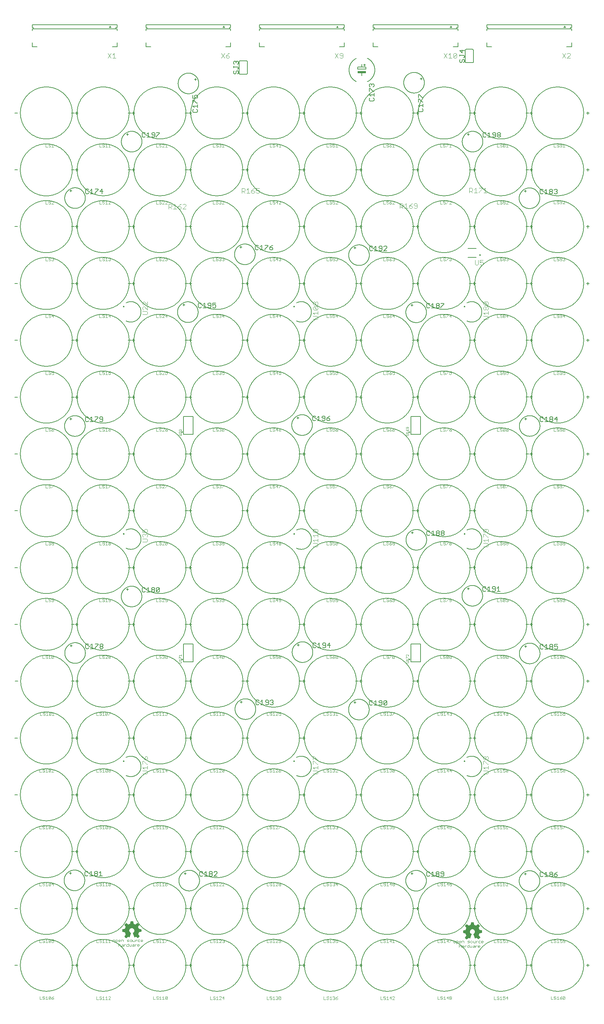
<source format=gto>
G75*
%MOIN*%
%OFA0B0*%
%FSLAX25Y25*%
%IPPOS*%
%LPD*%
%AMOC8*
5,1,8,0,0,1.08239X$1,22.5*
%
%ADD10C,0.00500*%
%ADD11C,0.00300*%
%ADD12C,0.00787*%
%ADD13C,0.00400*%
%ADD14C,0.00591*%
%ADD15C,0.00200*%
%ADD16C,0.00800*%
%ADD17C,0.00600*%
%ADD18R,0.08000X0.02000*%
D10*
X0022006Y0081735D02*
X0024762Y0081735D01*
X0027518Y0081735D02*
X0027526Y0082353D01*
X0027548Y0082971D01*
X0027586Y0083589D01*
X0027639Y0084205D01*
X0027707Y0084819D01*
X0027791Y0085432D01*
X0027889Y0086043D01*
X0028002Y0086651D01*
X0028130Y0087256D01*
X0028273Y0087857D01*
X0028431Y0088455D01*
X0028603Y0089049D01*
X0028790Y0089639D01*
X0028991Y0090224D01*
X0029206Y0090803D01*
X0029436Y0091377D01*
X0029680Y0091946D01*
X0029937Y0092508D01*
X0030208Y0093064D01*
X0030493Y0093613D01*
X0030791Y0094155D01*
X0031103Y0094689D01*
X0031427Y0095215D01*
X0031764Y0095734D01*
X0032114Y0096244D01*
X0032477Y0096745D01*
X0032851Y0097237D01*
X0033237Y0097720D01*
X0033636Y0098193D01*
X0034045Y0098656D01*
X0034466Y0099109D01*
X0034898Y0099552D01*
X0035341Y0099984D01*
X0035794Y0100405D01*
X0036257Y0100814D01*
X0036730Y0101213D01*
X0037213Y0101599D01*
X0037705Y0101973D01*
X0038206Y0102336D01*
X0038716Y0102686D01*
X0039235Y0103023D01*
X0039761Y0103347D01*
X0040295Y0103659D01*
X0040837Y0103957D01*
X0041386Y0104242D01*
X0041942Y0104513D01*
X0042504Y0104770D01*
X0043073Y0105014D01*
X0043647Y0105244D01*
X0044226Y0105459D01*
X0044811Y0105660D01*
X0045401Y0105847D01*
X0045995Y0106019D01*
X0046593Y0106177D01*
X0047194Y0106320D01*
X0047799Y0106448D01*
X0048407Y0106561D01*
X0049018Y0106659D01*
X0049631Y0106743D01*
X0050245Y0106811D01*
X0050861Y0106864D01*
X0051479Y0106902D01*
X0052097Y0106924D01*
X0052715Y0106932D01*
X0053333Y0106924D01*
X0053951Y0106902D01*
X0054569Y0106864D01*
X0055185Y0106811D01*
X0055799Y0106743D01*
X0056412Y0106659D01*
X0057023Y0106561D01*
X0057631Y0106448D01*
X0058236Y0106320D01*
X0058837Y0106177D01*
X0059435Y0106019D01*
X0060029Y0105847D01*
X0060619Y0105660D01*
X0061204Y0105459D01*
X0061783Y0105244D01*
X0062357Y0105014D01*
X0062926Y0104770D01*
X0063488Y0104513D01*
X0064044Y0104242D01*
X0064593Y0103957D01*
X0065135Y0103659D01*
X0065669Y0103347D01*
X0066195Y0103023D01*
X0066714Y0102686D01*
X0067224Y0102336D01*
X0067725Y0101973D01*
X0068217Y0101599D01*
X0068700Y0101213D01*
X0069173Y0100814D01*
X0069636Y0100405D01*
X0070089Y0099984D01*
X0070532Y0099552D01*
X0070964Y0099109D01*
X0071385Y0098656D01*
X0071794Y0098193D01*
X0072193Y0097720D01*
X0072579Y0097237D01*
X0072953Y0096745D01*
X0073316Y0096244D01*
X0073666Y0095734D01*
X0074003Y0095215D01*
X0074327Y0094689D01*
X0074639Y0094155D01*
X0074937Y0093613D01*
X0075222Y0093064D01*
X0075493Y0092508D01*
X0075750Y0091946D01*
X0075994Y0091377D01*
X0076224Y0090803D01*
X0076439Y0090224D01*
X0076640Y0089639D01*
X0076827Y0089049D01*
X0076999Y0088455D01*
X0077157Y0087857D01*
X0077300Y0087256D01*
X0077428Y0086651D01*
X0077541Y0086043D01*
X0077639Y0085432D01*
X0077723Y0084819D01*
X0077791Y0084205D01*
X0077844Y0083589D01*
X0077882Y0082971D01*
X0077904Y0082353D01*
X0077912Y0081735D01*
X0077904Y0081117D01*
X0077882Y0080499D01*
X0077844Y0079881D01*
X0077791Y0079265D01*
X0077723Y0078651D01*
X0077639Y0078038D01*
X0077541Y0077427D01*
X0077428Y0076819D01*
X0077300Y0076214D01*
X0077157Y0075613D01*
X0076999Y0075015D01*
X0076827Y0074421D01*
X0076640Y0073831D01*
X0076439Y0073246D01*
X0076224Y0072667D01*
X0075994Y0072093D01*
X0075750Y0071524D01*
X0075493Y0070962D01*
X0075222Y0070406D01*
X0074937Y0069857D01*
X0074639Y0069315D01*
X0074327Y0068781D01*
X0074003Y0068255D01*
X0073666Y0067736D01*
X0073316Y0067226D01*
X0072953Y0066725D01*
X0072579Y0066233D01*
X0072193Y0065750D01*
X0071794Y0065277D01*
X0071385Y0064814D01*
X0070964Y0064361D01*
X0070532Y0063918D01*
X0070089Y0063486D01*
X0069636Y0063065D01*
X0069173Y0062656D01*
X0068700Y0062257D01*
X0068217Y0061871D01*
X0067725Y0061497D01*
X0067224Y0061134D01*
X0066714Y0060784D01*
X0066195Y0060447D01*
X0065669Y0060123D01*
X0065135Y0059811D01*
X0064593Y0059513D01*
X0064044Y0059228D01*
X0063488Y0058957D01*
X0062926Y0058700D01*
X0062357Y0058456D01*
X0061783Y0058226D01*
X0061204Y0058011D01*
X0060619Y0057810D01*
X0060029Y0057623D01*
X0059435Y0057451D01*
X0058837Y0057293D01*
X0058236Y0057150D01*
X0057631Y0057022D01*
X0057023Y0056909D01*
X0056412Y0056811D01*
X0055799Y0056727D01*
X0055185Y0056659D01*
X0054569Y0056606D01*
X0053951Y0056568D01*
X0053333Y0056546D01*
X0052715Y0056538D01*
X0052097Y0056546D01*
X0051479Y0056568D01*
X0050861Y0056606D01*
X0050245Y0056659D01*
X0049631Y0056727D01*
X0049018Y0056811D01*
X0048407Y0056909D01*
X0047799Y0057022D01*
X0047194Y0057150D01*
X0046593Y0057293D01*
X0045995Y0057451D01*
X0045401Y0057623D01*
X0044811Y0057810D01*
X0044226Y0058011D01*
X0043647Y0058226D01*
X0043073Y0058456D01*
X0042504Y0058700D01*
X0041942Y0058957D01*
X0041386Y0059228D01*
X0040837Y0059513D01*
X0040295Y0059811D01*
X0039761Y0060123D01*
X0039235Y0060447D01*
X0038716Y0060784D01*
X0038206Y0061134D01*
X0037705Y0061497D01*
X0037213Y0061871D01*
X0036730Y0062257D01*
X0036257Y0062656D01*
X0035794Y0063065D01*
X0035341Y0063486D01*
X0034898Y0063918D01*
X0034466Y0064361D01*
X0034045Y0064814D01*
X0033636Y0065277D01*
X0033237Y0065750D01*
X0032851Y0066233D01*
X0032477Y0066725D01*
X0032114Y0067226D01*
X0031764Y0067736D01*
X0031427Y0068255D01*
X0031103Y0068781D01*
X0030791Y0069315D01*
X0030493Y0069857D01*
X0030208Y0070406D01*
X0029937Y0070962D01*
X0029680Y0071524D01*
X0029436Y0072093D01*
X0029206Y0072667D01*
X0028991Y0073246D01*
X0028790Y0073831D01*
X0028603Y0074421D01*
X0028431Y0075015D01*
X0028273Y0075613D01*
X0028130Y0076214D01*
X0028002Y0076819D01*
X0027889Y0077427D01*
X0027791Y0078038D01*
X0027707Y0078651D01*
X0027639Y0079265D01*
X0027586Y0079881D01*
X0027548Y0080499D01*
X0027526Y0081117D01*
X0027518Y0081735D01*
X0024742Y0136870D02*
X0021986Y0136870D01*
X0027498Y0136870D02*
X0027506Y0137488D01*
X0027528Y0138106D01*
X0027566Y0138724D01*
X0027619Y0139340D01*
X0027687Y0139954D01*
X0027771Y0140567D01*
X0027869Y0141178D01*
X0027982Y0141786D01*
X0028110Y0142391D01*
X0028253Y0142992D01*
X0028411Y0143590D01*
X0028583Y0144184D01*
X0028770Y0144774D01*
X0028971Y0145359D01*
X0029186Y0145938D01*
X0029416Y0146512D01*
X0029660Y0147081D01*
X0029917Y0147643D01*
X0030188Y0148199D01*
X0030473Y0148748D01*
X0030771Y0149290D01*
X0031083Y0149824D01*
X0031407Y0150350D01*
X0031744Y0150869D01*
X0032094Y0151379D01*
X0032457Y0151880D01*
X0032831Y0152372D01*
X0033217Y0152855D01*
X0033616Y0153328D01*
X0034025Y0153791D01*
X0034446Y0154244D01*
X0034878Y0154687D01*
X0035321Y0155119D01*
X0035774Y0155540D01*
X0036237Y0155949D01*
X0036710Y0156348D01*
X0037193Y0156734D01*
X0037685Y0157108D01*
X0038186Y0157471D01*
X0038696Y0157821D01*
X0039215Y0158158D01*
X0039741Y0158482D01*
X0040275Y0158794D01*
X0040817Y0159092D01*
X0041366Y0159377D01*
X0041922Y0159648D01*
X0042484Y0159905D01*
X0043053Y0160149D01*
X0043627Y0160379D01*
X0044206Y0160594D01*
X0044791Y0160795D01*
X0045381Y0160982D01*
X0045975Y0161154D01*
X0046573Y0161312D01*
X0047174Y0161455D01*
X0047779Y0161583D01*
X0048387Y0161696D01*
X0048998Y0161794D01*
X0049611Y0161878D01*
X0050225Y0161946D01*
X0050841Y0161999D01*
X0051459Y0162037D01*
X0052077Y0162059D01*
X0052695Y0162067D01*
X0053313Y0162059D01*
X0053931Y0162037D01*
X0054549Y0161999D01*
X0055165Y0161946D01*
X0055779Y0161878D01*
X0056392Y0161794D01*
X0057003Y0161696D01*
X0057611Y0161583D01*
X0058216Y0161455D01*
X0058817Y0161312D01*
X0059415Y0161154D01*
X0060009Y0160982D01*
X0060599Y0160795D01*
X0061184Y0160594D01*
X0061763Y0160379D01*
X0062337Y0160149D01*
X0062906Y0159905D01*
X0063468Y0159648D01*
X0064024Y0159377D01*
X0064573Y0159092D01*
X0065115Y0158794D01*
X0065649Y0158482D01*
X0066175Y0158158D01*
X0066694Y0157821D01*
X0067204Y0157471D01*
X0067705Y0157108D01*
X0068197Y0156734D01*
X0068680Y0156348D01*
X0069153Y0155949D01*
X0069616Y0155540D01*
X0070069Y0155119D01*
X0070512Y0154687D01*
X0070944Y0154244D01*
X0071365Y0153791D01*
X0071774Y0153328D01*
X0072173Y0152855D01*
X0072559Y0152372D01*
X0072933Y0151880D01*
X0073296Y0151379D01*
X0073646Y0150869D01*
X0073983Y0150350D01*
X0074307Y0149824D01*
X0074619Y0149290D01*
X0074917Y0148748D01*
X0075202Y0148199D01*
X0075473Y0147643D01*
X0075730Y0147081D01*
X0075974Y0146512D01*
X0076204Y0145938D01*
X0076419Y0145359D01*
X0076620Y0144774D01*
X0076807Y0144184D01*
X0076979Y0143590D01*
X0077137Y0142992D01*
X0077280Y0142391D01*
X0077408Y0141786D01*
X0077521Y0141178D01*
X0077619Y0140567D01*
X0077703Y0139954D01*
X0077771Y0139340D01*
X0077824Y0138724D01*
X0077862Y0138106D01*
X0077884Y0137488D01*
X0077892Y0136870D01*
X0077884Y0136252D01*
X0077862Y0135634D01*
X0077824Y0135016D01*
X0077771Y0134400D01*
X0077703Y0133786D01*
X0077619Y0133173D01*
X0077521Y0132562D01*
X0077408Y0131954D01*
X0077280Y0131349D01*
X0077137Y0130748D01*
X0076979Y0130150D01*
X0076807Y0129556D01*
X0076620Y0128966D01*
X0076419Y0128381D01*
X0076204Y0127802D01*
X0075974Y0127228D01*
X0075730Y0126659D01*
X0075473Y0126097D01*
X0075202Y0125541D01*
X0074917Y0124992D01*
X0074619Y0124450D01*
X0074307Y0123916D01*
X0073983Y0123390D01*
X0073646Y0122871D01*
X0073296Y0122361D01*
X0072933Y0121860D01*
X0072559Y0121368D01*
X0072173Y0120885D01*
X0071774Y0120412D01*
X0071365Y0119949D01*
X0070944Y0119496D01*
X0070512Y0119053D01*
X0070069Y0118621D01*
X0069616Y0118200D01*
X0069153Y0117791D01*
X0068680Y0117392D01*
X0068197Y0117006D01*
X0067705Y0116632D01*
X0067204Y0116269D01*
X0066694Y0115919D01*
X0066175Y0115582D01*
X0065649Y0115258D01*
X0065115Y0114946D01*
X0064573Y0114648D01*
X0064024Y0114363D01*
X0063468Y0114092D01*
X0062906Y0113835D01*
X0062337Y0113591D01*
X0061763Y0113361D01*
X0061184Y0113146D01*
X0060599Y0112945D01*
X0060009Y0112758D01*
X0059415Y0112586D01*
X0058817Y0112428D01*
X0058216Y0112285D01*
X0057611Y0112157D01*
X0057003Y0112044D01*
X0056392Y0111946D01*
X0055779Y0111862D01*
X0055165Y0111794D01*
X0054549Y0111741D01*
X0053931Y0111703D01*
X0053313Y0111681D01*
X0052695Y0111673D01*
X0052077Y0111681D01*
X0051459Y0111703D01*
X0050841Y0111741D01*
X0050225Y0111794D01*
X0049611Y0111862D01*
X0048998Y0111946D01*
X0048387Y0112044D01*
X0047779Y0112157D01*
X0047174Y0112285D01*
X0046573Y0112428D01*
X0045975Y0112586D01*
X0045381Y0112758D01*
X0044791Y0112945D01*
X0044206Y0113146D01*
X0043627Y0113361D01*
X0043053Y0113591D01*
X0042484Y0113835D01*
X0041922Y0114092D01*
X0041366Y0114363D01*
X0040817Y0114648D01*
X0040275Y0114946D01*
X0039741Y0115258D01*
X0039215Y0115582D01*
X0038696Y0115919D01*
X0038186Y0116269D01*
X0037685Y0116632D01*
X0037193Y0117006D01*
X0036710Y0117392D01*
X0036237Y0117791D01*
X0035774Y0118200D01*
X0035321Y0118621D01*
X0034878Y0119053D01*
X0034446Y0119496D01*
X0034025Y0119949D01*
X0033616Y0120412D01*
X0033217Y0120885D01*
X0032831Y0121368D01*
X0032457Y0121860D01*
X0032094Y0122361D01*
X0031744Y0122871D01*
X0031407Y0123390D01*
X0031083Y0123916D01*
X0030771Y0124450D01*
X0030473Y0124992D01*
X0030188Y0125541D01*
X0029917Y0126097D01*
X0029660Y0126659D01*
X0029416Y0127228D01*
X0029186Y0127802D01*
X0028971Y0128381D01*
X0028770Y0128966D01*
X0028583Y0129556D01*
X0028411Y0130150D01*
X0028253Y0130748D01*
X0028110Y0131349D01*
X0027982Y0131954D01*
X0027869Y0132562D01*
X0027771Y0133173D01*
X0027687Y0133786D01*
X0027619Y0134400D01*
X0027566Y0135016D01*
X0027528Y0135634D01*
X0027506Y0136252D01*
X0027498Y0136870D01*
X0024747Y0191970D02*
X0021991Y0191970D01*
X0027503Y0191970D02*
X0027511Y0192588D01*
X0027533Y0193206D01*
X0027571Y0193824D01*
X0027624Y0194440D01*
X0027692Y0195054D01*
X0027776Y0195667D01*
X0027874Y0196278D01*
X0027987Y0196886D01*
X0028115Y0197491D01*
X0028258Y0198092D01*
X0028416Y0198690D01*
X0028588Y0199284D01*
X0028775Y0199874D01*
X0028976Y0200459D01*
X0029191Y0201038D01*
X0029421Y0201612D01*
X0029665Y0202181D01*
X0029922Y0202743D01*
X0030193Y0203299D01*
X0030478Y0203848D01*
X0030776Y0204390D01*
X0031088Y0204924D01*
X0031412Y0205450D01*
X0031749Y0205969D01*
X0032099Y0206479D01*
X0032462Y0206980D01*
X0032836Y0207472D01*
X0033222Y0207955D01*
X0033621Y0208428D01*
X0034030Y0208891D01*
X0034451Y0209344D01*
X0034883Y0209787D01*
X0035326Y0210219D01*
X0035779Y0210640D01*
X0036242Y0211049D01*
X0036715Y0211448D01*
X0037198Y0211834D01*
X0037690Y0212208D01*
X0038191Y0212571D01*
X0038701Y0212921D01*
X0039220Y0213258D01*
X0039746Y0213582D01*
X0040280Y0213894D01*
X0040822Y0214192D01*
X0041371Y0214477D01*
X0041927Y0214748D01*
X0042489Y0215005D01*
X0043058Y0215249D01*
X0043632Y0215479D01*
X0044211Y0215694D01*
X0044796Y0215895D01*
X0045386Y0216082D01*
X0045980Y0216254D01*
X0046578Y0216412D01*
X0047179Y0216555D01*
X0047784Y0216683D01*
X0048392Y0216796D01*
X0049003Y0216894D01*
X0049616Y0216978D01*
X0050230Y0217046D01*
X0050846Y0217099D01*
X0051464Y0217137D01*
X0052082Y0217159D01*
X0052700Y0217167D01*
X0053318Y0217159D01*
X0053936Y0217137D01*
X0054554Y0217099D01*
X0055170Y0217046D01*
X0055784Y0216978D01*
X0056397Y0216894D01*
X0057008Y0216796D01*
X0057616Y0216683D01*
X0058221Y0216555D01*
X0058822Y0216412D01*
X0059420Y0216254D01*
X0060014Y0216082D01*
X0060604Y0215895D01*
X0061189Y0215694D01*
X0061768Y0215479D01*
X0062342Y0215249D01*
X0062911Y0215005D01*
X0063473Y0214748D01*
X0064029Y0214477D01*
X0064578Y0214192D01*
X0065120Y0213894D01*
X0065654Y0213582D01*
X0066180Y0213258D01*
X0066699Y0212921D01*
X0067209Y0212571D01*
X0067710Y0212208D01*
X0068202Y0211834D01*
X0068685Y0211448D01*
X0069158Y0211049D01*
X0069621Y0210640D01*
X0070074Y0210219D01*
X0070517Y0209787D01*
X0070949Y0209344D01*
X0071370Y0208891D01*
X0071779Y0208428D01*
X0072178Y0207955D01*
X0072564Y0207472D01*
X0072938Y0206980D01*
X0073301Y0206479D01*
X0073651Y0205969D01*
X0073988Y0205450D01*
X0074312Y0204924D01*
X0074624Y0204390D01*
X0074922Y0203848D01*
X0075207Y0203299D01*
X0075478Y0202743D01*
X0075735Y0202181D01*
X0075979Y0201612D01*
X0076209Y0201038D01*
X0076424Y0200459D01*
X0076625Y0199874D01*
X0076812Y0199284D01*
X0076984Y0198690D01*
X0077142Y0198092D01*
X0077285Y0197491D01*
X0077413Y0196886D01*
X0077526Y0196278D01*
X0077624Y0195667D01*
X0077708Y0195054D01*
X0077776Y0194440D01*
X0077829Y0193824D01*
X0077867Y0193206D01*
X0077889Y0192588D01*
X0077897Y0191970D01*
X0077889Y0191352D01*
X0077867Y0190734D01*
X0077829Y0190116D01*
X0077776Y0189500D01*
X0077708Y0188886D01*
X0077624Y0188273D01*
X0077526Y0187662D01*
X0077413Y0187054D01*
X0077285Y0186449D01*
X0077142Y0185848D01*
X0076984Y0185250D01*
X0076812Y0184656D01*
X0076625Y0184066D01*
X0076424Y0183481D01*
X0076209Y0182902D01*
X0075979Y0182328D01*
X0075735Y0181759D01*
X0075478Y0181197D01*
X0075207Y0180641D01*
X0074922Y0180092D01*
X0074624Y0179550D01*
X0074312Y0179016D01*
X0073988Y0178490D01*
X0073651Y0177971D01*
X0073301Y0177461D01*
X0072938Y0176960D01*
X0072564Y0176468D01*
X0072178Y0175985D01*
X0071779Y0175512D01*
X0071370Y0175049D01*
X0070949Y0174596D01*
X0070517Y0174153D01*
X0070074Y0173721D01*
X0069621Y0173300D01*
X0069158Y0172891D01*
X0068685Y0172492D01*
X0068202Y0172106D01*
X0067710Y0171732D01*
X0067209Y0171369D01*
X0066699Y0171019D01*
X0066180Y0170682D01*
X0065654Y0170358D01*
X0065120Y0170046D01*
X0064578Y0169748D01*
X0064029Y0169463D01*
X0063473Y0169192D01*
X0062911Y0168935D01*
X0062342Y0168691D01*
X0061768Y0168461D01*
X0061189Y0168246D01*
X0060604Y0168045D01*
X0060014Y0167858D01*
X0059420Y0167686D01*
X0058822Y0167528D01*
X0058221Y0167385D01*
X0057616Y0167257D01*
X0057008Y0167144D01*
X0056397Y0167046D01*
X0055784Y0166962D01*
X0055170Y0166894D01*
X0054554Y0166841D01*
X0053936Y0166803D01*
X0053318Y0166781D01*
X0052700Y0166773D01*
X0052082Y0166781D01*
X0051464Y0166803D01*
X0050846Y0166841D01*
X0050230Y0166894D01*
X0049616Y0166962D01*
X0049003Y0167046D01*
X0048392Y0167144D01*
X0047784Y0167257D01*
X0047179Y0167385D01*
X0046578Y0167528D01*
X0045980Y0167686D01*
X0045386Y0167858D01*
X0044796Y0168045D01*
X0044211Y0168246D01*
X0043632Y0168461D01*
X0043058Y0168691D01*
X0042489Y0168935D01*
X0041927Y0169192D01*
X0041371Y0169463D01*
X0040822Y0169748D01*
X0040280Y0170046D01*
X0039746Y0170358D01*
X0039220Y0170682D01*
X0038701Y0171019D01*
X0038191Y0171369D01*
X0037690Y0171732D01*
X0037198Y0172106D01*
X0036715Y0172492D01*
X0036242Y0172891D01*
X0035779Y0173300D01*
X0035326Y0173721D01*
X0034883Y0174153D01*
X0034451Y0174596D01*
X0034030Y0175049D01*
X0033621Y0175512D01*
X0033222Y0175985D01*
X0032836Y0176468D01*
X0032462Y0176960D01*
X0032099Y0177461D01*
X0031749Y0177971D01*
X0031412Y0178490D01*
X0031088Y0179016D01*
X0030776Y0179550D01*
X0030478Y0180092D01*
X0030193Y0180641D01*
X0029922Y0181197D01*
X0029665Y0181759D01*
X0029421Y0182328D01*
X0029191Y0182902D01*
X0028976Y0183481D01*
X0028775Y0184066D01*
X0028588Y0184656D01*
X0028416Y0185250D01*
X0028258Y0185848D01*
X0028115Y0186449D01*
X0027987Y0187054D01*
X0027874Y0187662D01*
X0027776Y0188273D01*
X0027692Y0188886D01*
X0027624Y0189500D01*
X0027571Y0190116D01*
X0027533Y0190734D01*
X0027511Y0191352D01*
X0027503Y0191970D01*
X0024742Y0247075D02*
X0021986Y0247075D01*
X0027498Y0247075D02*
X0027506Y0247693D01*
X0027528Y0248311D01*
X0027566Y0248929D01*
X0027619Y0249545D01*
X0027687Y0250159D01*
X0027771Y0250772D01*
X0027869Y0251383D01*
X0027982Y0251991D01*
X0028110Y0252596D01*
X0028253Y0253197D01*
X0028411Y0253795D01*
X0028583Y0254389D01*
X0028770Y0254979D01*
X0028971Y0255564D01*
X0029186Y0256143D01*
X0029416Y0256717D01*
X0029660Y0257286D01*
X0029917Y0257848D01*
X0030188Y0258404D01*
X0030473Y0258953D01*
X0030771Y0259495D01*
X0031083Y0260029D01*
X0031407Y0260555D01*
X0031744Y0261074D01*
X0032094Y0261584D01*
X0032457Y0262085D01*
X0032831Y0262577D01*
X0033217Y0263060D01*
X0033616Y0263533D01*
X0034025Y0263996D01*
X0034446Y0264449D01*
X0034878Y0264892D01*
X0035321Y0265324D01*
X0035774Y0265745D01*
X0036237Y0266154D01*
X0036710Y0266553D01*
X0037193Y0266939D01*
X0037685Y0267313D01*
X0038186Y0267676D01*
X0038696Y0268026D01*
X0039215Y0268363D01*
X0039741Y0268687D01*
X0040275Y0268999D01*
X0040817Y0269297D01*
X0041366Y0269582D01*
X0041922Y0269853D01*
X0042484Y0270110D01*
X0043053Y0270354D01*
X0043627Y0270584D01*
X0044206Y0270799D01*
X0044791Y0271000D01*
X0045381Y0271187D01*
X0045975Y0271359D01*
X0046573Y0271517D01*
X0047174Y0271660D01*
X0047779Y0271788D01*
X0048387Y0271901D01*
X0048998Y0271999D01*
X0049611Y0272083D01*
X0050225Y0272151D01*
X0050841Y0272204D01*
X0051459Y0272242D01*
X0052077Y0272264D01*
X0052695Y0272272D01*
X0053313Y0272264D01*
X0053931Y0272242D01*
X0054549Y0272204D01*
X0055165Y0272151D01*
X0055779Y0272083D01*
X0056392Y0271999D01*
X0057003Y0271901D01*
X0057611Y0271788D01*
X0058216Y0271660D01*
X0058817Y0271517D01*
X0059415Y0271359D01*
X0060009Y0271187D01*
X0060599Y0271000D01*
X0061184Y0270799D01*
X0061763Y0270584D01*
X0062337Y0270354D01*
X0062906Y0270110D01*
X0063468Y0269853D01*
X0064024Y0269582D01*
X0064573Y0269297D01*
X0065115Y0268999D01*
X0065649Y0268687D01*
X0066175Y0268363D01*
X0066694Y0268026D01*
X0067204Y0267676D01*
X0067705Y0267313D01*
X0068197Y0266939D01*
X0068680Y0266553D01*
X0069153Y0266154D01*
X0069616Y0265745D01*
X0070069Y0265324D01*
X0070512Y0264892D01*
X0070944Y0264449D01*
X0071365Y0263996D01*
X0071774Y0263533D01*
X0072173Y0263060D01*
X0072559Y0262577D01*
X0072933Y0262085D01*
X0073296Y0261584D01*
X0073646Y0261074D01*
X0073983Y0260555D01*
X0074307Y0260029D01*
X0074619Y0259495D01*
X0074917Y0258953D01*
X0075202Y0258404D01*
X0075473Y0257848D01*
X0075730Y0257286D01*
X0075974Y0256717D01*
X0076204Y0256143D01*
X0076419Y0255564D01*
X0076620Y0254979D01*
X0076807Y0254389D01*
X0076979Y0253795D01*
X0077137Y0253197D01*
X0077280Y0252596D01*
X0077408Y0251991D01*
X0077521Y0251383D01*
X0077619Y0250772D01*
X0077703Y0250159D01*
X0077771Y0249545D01*
X0077824Y0248929D01*
X0077862Y0248311D01*
X0077884Y0247693D01*
X0077892Y0247075D01*
X0077884Y0246457D01*
X0077862Y0245839D01*
X0077824Y0245221D01*
X0077771Y0244605D01*
X0077703Y0243991D01*
X0077619Y0243378D01*
X0077521Y0242767D01*
X0077408Y0242159D01*
X0077280Y0241554D01*
X0077137Y0240953D01*
X0076979Y0240355D01*
X0076807Y0239761D01*
X0076620Y0239171D01*
X0076419Y0238586D01*
X0076204Y0238007D01*
X0075974Y0237433D01*
X0075730Y0236864D01*
X0075473Y0236302D01*
X0075202Y0235746D01*
X0074917Y0235197D01*
X0074619Y0234655D01*
X0074307Y0234121D01*
X0073983Y0233595D01*
X0073646Y0233076D01*
X0073296Y0232566D01*
X0072933Y0232065D01*
X0072559Y0231573D01*
X0072173Y0231090D01*
X0071774Y0230617D01*
X0071365Y0230154D01*
X0070944Y0229701D01*
X0070512Y0229258D01*
X0070069Y0228826D01*
X0069616Y0228405D01*
X0069153Y0227996D01*
X0068680Y0227597D01*
X0068197Y0227211D01*
X0067705Y0226837D01*
X0067204Y0226474D01*
X0066694Y0226124D01*
X0066175Y0225787D01*
X0065649Y0225463D01*
X0065115Y0225151D01*
X0064573Y0224853D01*
X0064024Y0224568D01*
X0063468Y0224297D01*
X0062906Y0224040D01*
X0062337Y0223796D01*
X0061763Y0223566D01*
X0061184Y0223351D01*
X0060599Y0223150D01*
X0060009Y0222963D01*
X0059415Y0222791D01*
X0058817Y0222633D01*
X0058216Y0222490D01*
X0057611Y0222362D01*
X0057003Y0222249D01*
X0056392Y0222151D01*
X0055779Y0222067D01*
X0055165Y0221999D01*
X0054549Y0221946D01*
X0053931Y0221908D01*
X0053313Y0221886D01*
X0052695Y0221878D01*
X0052077Y0221886D01*
X0051459Y0221908D01*
X0050841Y0221946D01*
X0050225Y0221999D01*
X0049611Y0222067D01*
X0048998Y0222151D01*
X0048387Y0222249D01*
X0047779Y0222362D01*
X0047174Y0222490D01*
X0046573Y0222633D01*
X0045975Y0222791D01*
X0045381Y0222963D01*
X0044791Y0223150D01*
X0044206Y0223351D01*
X0043627Y0223566D01*
X0043053Y0223796D01*
X0042484Y0224040D01*
X0041922Y0224297D01*
X0041366Y0224568D01*
X0040817Y0224853D01*
X0040275Y0225151D01*
X0039741Y0225463D01*
X0039215Y0225787D01*
X0038696Y0226124D01*
X0038186Y0226474D01*
X0037685Y0226837D01*
X0037193Y0227211D01*
X0036710Y0227597D01*
X0036237Y0227996D01*
X0035774Y0228405D01*
X0035321Y0228826D01*
X0034878Y0229258D01*
X0034446Y0229701D01*
X0034025Y0230154D01*
X0033616Y0230617D01*
X0033217Y0231090D01*
X0032831Y0231573D01*
X0032457Y0232065D01*
X0032094Y0232566D01*
X0031744Y0233076D01*
X0031407Y0233595D01*
X0031083Y0234121D01*
X0030771Y0234655D01*
X0030473Y0235197D01*
X0030188Y0235746D01*
X0029917Y0236302D01*
X0029660Y0236864D01*
X0029416Y0237433D01*
X0029186Y0238007D01*
X0028971Y0238586D01*
X0028770Y0239171D01*
X0028583Y0239761D01*
X0028411Y0240355D01*
X0028253Y0240953D01*
X0028110Y0241554D01*
X0027982Y0242159D01*
X0027869Y0242767D01*
X0027771Y0243378D01*
X0027687Y0243991D01*
X0027619Y0244605D01*
X0027566Y0245221D01*
X0027528Y0245839D01*
X0027506Y0246457D01*
X0027498Y0247075D01*
X0024742Y0302195D02*
X0021986Y0302195D01*
X0027498Y0302195D02*
X0027506Y0302813D01*
X0027528Y0303431D01*
X0027566Y0304049D01*
X0027619Y0304665D01*
X0027687Y0305279D01*
X0027771Y0305892D01*
X0027869Y0306503D01*
X0027982Y0307111D01*
X0028110Y0307716D01*
X0028253Y0308317D01*
X0028411Y0308915D01*
X0028583Y0309509D01*
X0028770Y0310099D01*
X0028971Y0310684D01*
X0029186Y0311263D01*
X0029416Y0311837D01*
X0029660Y0312406D01*
X0029917Y0312968D01*
X0030188Y0313524D01*
X0030473Y0314073D01*
X0030771Y0314615D01*
X0031083Y0315149D01*
X0031407Y0315675D01*
X0031744Y0316194D01*
X0032094Y0316704D01*
X0032457Y0317205D01*
X0032831Y0317697D01*
X0033217Y0318180D01*
X0033616Y0318653D01*
X0034025Y0319116D01*
X0034446Y0319569D01*
X0034878Y0320012D01*
X0035321Y0320444D01*
X0035774Y0320865D01*
X0036237Y0321274D01*
X0036710Y0321673D01*
X0037193Y0322059D01*
X0037685Y0322433D01*
X0038186Y0322796D01*
X0038696Y0323146D01*
X0039215Y0323483D01*
X0039741Y0323807D01*
X0040275Y0324119D01*
X0040817Y0324417D01*
X0041366Y0324702D01*
X0041922Y0324973D01*
X0042484Y0325230D01*
X0043053Y0325474D01*
X0043627Y0325704D01*
X0044206Y0325919D01*
X0044791Y0326120D01*
X0045381Y0326307D01*
X0045975Y0326479D01*
X0046573Y0326637D01*
X0047174Y0326780D01*
X0047779Y0326908D01*
X0048387Y0327021D01*
X0048998Y0327119D01*
X0049611Y0327203D01*
X0050225Y0327271D01*
X0050841Y0327324D01*
X0051459Y0327362D01*
X0052077Y0327384D01*
X0052695Y0327392D01*
X0053313Y0327384D01*
X0053931Y0327362D01*
X0054549Y0327324D01*
X0055165Y0327271D01*
X0055779Y0327203D01*
X0056392Y0327119D01*
X0057003Y0327021D01*
X0057611Y0326908D01*
X0058216Y0326780D01*
X0058817Y0326637D01*
X0059415Y0326479D01*
X0060009Y0326307D01*
X0060599Y0326120D01*
X0061184Y0325919D01*
X0061763Y0325704D01*
X0062337Y0325474D01*
X0062906Y0325230D01*
X0063468Y0324973D01*
X0064024Y0324702D01*
X0064573Y0324417D01*
X0065115Y0324119D01*
X0065649Y0323807D01*
X0066175Y0323483D01*
X0066694Y0323146D01*
X0067204Y0322796D01*
X0067705Y0322433D01*
X0068197Y0322059D01*
X0068680Y0321673D01*
X0069153Y0321274D01*
X0069616Y0320865D01*
X0070069Y0320444D01*
X0070512Y0320012D01*
X0070944Y0319569D01*
X0071365Y0319116D01*
X0071774Y0318653D01*
X0072173Y0318180D01*
X0072559Y0317697D01*
X0072933Y0317205D01*
X0073296Y0316704D01*
X0073646Y0316194D01*
X0073983Y0315675D01*
X0074307Y0315149D01*
X0074619Y0314615D01*
X0074917Y0314073D01*
X0075202Y0313524D01*
X0075473Y0312968D01*
X0075730Y0312406D01*
X0075974Y0311837D01*
X0076204Y0311263D01*
X0076419Y0310684D01*
X0076620Y0310099D01*
X0076807Y0309509D01*
X0076979Y0308915D01*
X0077137Y0308317D01*
X0077280Y0307716D01*
X0077408Y0307111D01*
X0077521Y0306503D01*
X0077619Y0305892D01*
X0077703Y0305279D01*
X0077771Y0304665D01*
X0077824Y0304049D01*
X0077862Y0303431D01*
X0077884Y0302813D01*
X0077892Y0302195D01*
X0077884Y0301577D01*
X0077862Y0300959D01*
X0077824Y0300341D01*
X0077771Y0299725D01*
X0077703Y0299111D01*
X0077619Y0298498D01*
X0077521Y0297887D01*
X0077408Y0297279D01*
X0077280Y0296674D01*
X0077137Y0296073D01*
X0076979Y0295475D01*
X0076807Y0294881D01*
X0076620Y0294291D01*
X0076419Y0293706D01*
X0076204Y0293127D01*
X0075974Y0292553D01*
X0075730Y0291984D01*
X0075473Y0291422D01*
X0075202Y0290866D01*
X0074917Y0290317D01*
X0074619Y0289775D01*
X0074307Y0289241D01*
X0073983Y0288715D01*
X0073646Y0288196D01*
X0073296Y0287686D01*
X0072933Y0287185D01*
X0072559Y0286693D01*
X0072173Y0286210D01*
X0071774Y0285737D01*
X0071365Y0285274D01*
X0070944Y0284821D01*
X0070512Y0284378D01*
X0070069Y0283946D01*
X0069616Y0283525D01*
X0069153Y0283116D01*
X0068680Y0282717D01*
X0068197Y0282331D01*
X0067705Y0281957D01*
X0067204Y0281594D01*
X0066694Y0281244D01*
X0066175Y0280907D01*
X0065649Y0280583D01*
X0065115Y0280271D01*
X0064573Y0279973D01*
X0064024Y0279688D01*
X0063468Y0279417D01*
X0062906Y0279160D01*
X0062337Y0278916D01*
X0061763Y0278686D01*
X0061184Y0278471D01*
X0060599Y0278270D01*
X0060009Y0278083D01*
X0059415Y0277911D01*
X0058817Y0277753D01*
X0058216Y0277610D01*
X0057611Y0277482D01*
X0057003Y0277369D01*
X0056392Y0277271D01*
X0055779Y0277187D01*
X0055165Y0277119D01*
X0054549Y0277066D01*
X0053931Y0277028D01*
X0053313Y0277006D01*
X0052695Y0276998D01*
X0052077Y0277006D01*
X0051459Y0277028D01*
X0050841Y0277066D01*
X0050225Y0277119D01*
X0049611Y0277187D01*
X0048998Y0277271D01*
X0048387Y0277369D01*
X0047779Y0277482D01*
X0047174Y0277610D01*
X0046573Y0277753D01*
X0045975Y0277911D01*
X0045381Y0278083D01*
X0044791Y0278270D01*
X0044206Y0278471D01*
X0043627Y0278686D01*
X0043053Y0278916D01*
X0042484Y0279160D01*
X0041922Y0279417D01*
X0041366Y0279688D01*
X0040817Y0279973D01*
X0040275Y0280271D01*
X0039741Y0280583D01*
X0039215Y0280907D01*
X0038696Y0281244D01*
X0038186Y0281594D01*
X0037685Y0281957D01*
X0037193Y0282331D01*
X0036710Y0282717D01*
X0036237Y0283116D01*
X0035774Y0283525D01*
X0035321Y0283946D01*
X0034878Y0284378D01*
X0034446Y0284821D01*
X0034025Y0285274D01*
X0033616Y0285737D01*
X0033217Y0286210D01*
X0032831Y0286693D01*
X0032457Y0287185D01*
X0032094Y0287686D01*
X0031744Y0288196D01*
X0031407Y0288715D01*
X0031083Y0289241D01*
X0030771Y0289775D01*
X0030473Y0290317D01*
X0030188Y0290866D01*
X0029917Y0291422D01*
X0029660Y0291984D01*
X0029416Y0292553D01*
X0029186Y0293127D01*
X0028971Y0293706D01*
X0028770Y0294291D01*
X0028583Y0294881D01*
X0028411Y0295475D01*
X0028253Y0296073D01*
X0028110Y0296674D01*
X0027982Y0297279D01*
X0027869Y0297887D01*
X0027771Y0298498D01*
X0027687Y0299111D01*
X0027619Y0299725D01*
X0027566Y0300341D01*
X0027528Y0300959D01*
X0027506Y0301577D01*
X0027498Y0302195D01*
X0025097Y0357300D02*
X0022341Y0357300D01*
X0027853Y0357300D02*
X0027861Y0357918D01*
X0027883Y0358536D01*
X0027921Y0359154D01*
X0027974Y0359770D01*
X0028042Y0360384D01*
X0028126Y0360997D01*
X0028224Y0361608D01*
X0028337Y0362216D01*
X0028465Y0362821D01*
X0028608Y0363422D01*
X0028766Y0364020D01*
X0028938Y0364614D01*
X0029125Y0365204D01*
X0029326Y0365789D01*
X0029541Y0366368D01*
X0029771Y0366942D01*
X0030015Y0367511D01*
X0030272Y0368073D01*
X0030543Y0368629D01*
X0030828Y0369178D01*
X0031126Y0369720D01*
X0031438Y0370254D01*
X0031762Y0370780D01*
X0032099Y0371299D01*
X0032449Y0371809D01*
X0032812Y0372310D01*
X0033186Y0372802D01*
X0033572Y0373285D01*
X0033971Y0373758D01*
X0034380Y0374221D01*
X0034801Y0374674D01*
X0035233Y0375117D01*
X0035676Y0375549D01*
X0036129Y0375970D01*
X0036592Y0376379D01*
X0037065Y0376778D01*
X0037548Y0377164D01*
X0038040Y0377538D01*
X0038541Y0377901D01*
X0039051Y0378251D01*
X0039570Y0378588D01*
X0040096Y0378912D01*
X0040630Y0379224D01*
X0041172Y0379522D01*
X0041721Y0379807D01*
X0042277Y0380078D01*
X0042839Y0380335D01*
X0043408Y0380579D01*
X0043982Y0380809D01*
X0044561Y0381024D01*
X0045146Y0381225D01*
X0045736Y0381412D01*
X0046330Y0381584D01*
X0046928Y0381742D01*
X0047529Y0381885D01*
X0048134Y0382013D01*
X0048742Y0382126D01*
X0049353Y0382224D01*
X0049966Y0382308D01*
X0050580Y0382376D01*
X0051196Y0382429D01*
X0051814Y0382467D01*
X0052432Y0382489D01*
X0053050Y0382497D01*
X0053668Y0382489D01*
X0054286Y0382467D01*
X0054904Y0382429D01*
X0055520Y0382376D01*
X0056134Y0382308D01*
X0056747Y0382224D01*
X0057358Y0382126D01*
X0057966Y0382013D01*
X0058571Y0381885D01*
X0059172Y0381742D01*
X0059770Y0381584D01*
X0060364Y0381412D01*
X0060954Y0381225D01*
X0061539Y0381024D01*
X0062118Y0380809D01*
X0062692Y0380579D01*
X0063261Y0380335D01*
X0063823Y0380078D01*
X0064379Y0379807D01*
X0064928Y0379522D01*
X0065470Y0379224D01*
X0066004Y0378912D01*
X0066530Y0378588D01*
X0067049Y0378251D01*
X0067559Y0377901D01*
X0068060Y0377538D01*
X0068552Y0377164D01*
X0069035Y0376778D01*
X0069508Y0376379D01*
X0069971Y0375970D01*
X0070424Y0375549D01*
X0070867Y0375117D01*
X0071299Y0374674D01*
X0071720Y0374221D01*
X0072129Y0373758D01*
X0072528Y0373285D01*
X0072914Y0372802D01*
X0073288Y0372310D01*
X0073651Y0371809D01*
X0074001Y0371299D01*
X0074338Y0370780D01*
X0074662Y0370254D01*
X0074974Y0369720D01*
X0075272Y0369178D01*
X0075557Y0368629D01*
X0075828Y0368073D01*
X0076085Y0367511D01*
X0076329Y0366942D01*
X0076559Y0366368D01*
X0076774Y0365789D01*
X0076975Y0365204D01*
X0077162Y0364614D01*
X0077334Y0364020D01*
X0077492Y0363422D01*
X0077635Y0362821D01*
X0077763Y0362216D01*
X0077876Y0361608D01*
X0077974Y0360997D01*
X0078058Y0360384D01*
X0078126Y0359770D01*
X0078179Y0359154D01*
X0078217Y0358536D01*
X0078239Y0357918D01*
X0078247Y0357300D01*
X0078239Y0356682D01*
X0078217Y0356064D01*
X0078179Y0355446D01*
X0078126Y0354830D01*
X0078058Y0354216D01*
X0077974Y0353603D01*
X0077876Y0352992D01*
X0077763Y0352384D01*
X0077635Y0351779D01*
X0077492Y0351178D01*
X0077334Y0350580D01*
X0077162Y0349986D01*
X0076975Y0349396D01*
X0076774Y0348811D01*
X0076559Y0348232D01*
X0076329Y0347658D01*
X0076085Y0347089D01*
X0075828Y0346527D01*
X0075557Y0345971D01*
X0075272Y0345422D01*
X0074974Y0344880D01*
X0074662Y0344346D01*
X0074338Y0343820D01*
X0074001Y0343301D01*
X0073651Y0342791D01*
X0073288Y0342290D01*
X0072914Y0341798D01*
X0072528Y0341315D01*
X0072129Y0340842D01*
X0071720Y0340379D01*
X0071299Y0339926D01*
X0070867Y0339483D01*
X0070424Y0339051D01*
X0069971Y0338630D01*
X0069508Y0338221D01*
X0069035Y0337822D01*
X0068552Y0337436D01*
X0068060Y0337062D01*
X0067559Y0336699D01*
X0067049Y0336349D01*
X0066530Y0336012D01*
X0066004Y0335688D01*
X0065470Y0335376D01*
X0064928Y0335078D01*
X0064379Y0334793D01*
X0063823Y0334522D01*
X0063261Y0334265D01*
X0062692Y0334021D01*
X0062118Y0333791D01*
X0061539Y0333576D01*
X0060954Y0333375D01*
X0060364Y0333188D01*
X0059770Y0333016D01*
X0059172Y0332858D01*
X0058571Y0332715D01*
X0057966Y0332587D01*
X0057358Y0332474D01*
X0056747Y0332376D01*
X0056134Y0332292D01*
X0055520Y0332224D01*
X0054904Y0332171D01*
X0054286Y0332133D01*
X0053668Y0332111D01*
X0053050Y0332103D01*
X0052432Y0332111D01*
X0051814Y0332133D01*
X0051196Y0332171D01*
X0050580Y0332224D01*
X0049966Y0332292D01*
X0049353Y0332376D01*
X0048742Y0332474D01*
X0048134Y0332587D01*
X0047529Y0332715D01*
X0046928Y0332858D01*
X0046330Y0333016D01*
X0045736Y0333188D01*
X0045146Y0333375D01*
X0044561Y0333576D01*
X0043982Y0333791D01*
X0043408Y0334021D01*
X0042839Y0334265D01*
X0042277Y0334522D01*
X0041721Y0334793D01*
X0041172Y0335078D01*
X0040630Y0335376D01*
X0040096Y0335688D01*
X0039570Y0336012D01*
X0039051Y0336349D01*
X0038541Y0336699D01*
X0038040Y0337062D01*
X0037548Y0337436D01*
X0037065Y0337822D01*
X0036592Y0338221D01*
X0036129Y0338630D01*
X0035676Y0339051D01*
X0035233Y0339483D01*
X0034801Y0339926D01*
X0034380Y0340379D01*
X0033971Y0340842D01*
X0033572Y0341315D01*
X0033186Y0341798D01*
X0032812Y0342290D01*
X0032449Y0342791D01*
X0032099Y0343301D01*
X0031762Y0343820D01*
X0031438Y0344346D01*
X0031126Y0344880D01*
X0030828Y0345422D01*
X0030543Y0345971D01*
X0030272Y0346527D01*
X0030015Y0347089D01*
X0029771Y0347658D01*
X0029541Y0348232D01*
X0029326Y0348811D01*
X0029125Y0349396D01*
X0028938Y0349986D01*
X0028766Y0350580D01*
X0028608Y0351178D01*
X0028465Y0351779D01*
X0028337Y0352384D01*
X0028224Y0352992D01*
X0028126Y0353603D01*
X0028042Y0354216D01*
X0027974Y0354830D01*
X0027921Y0355446D01*
X0027883Y0356064D01*
X0027861Y0356682D01*
X0027853Y0357300D01*
X0024742Y0412420D02*
X0021986Y0412420D01*
X0027498Y0412420D02*
X0027506Y0413038D01*
X0027528Y0413656D01*
X0027566Y0414274D01*
X0027619Y0414890D01*
X0027687Y0415504D01*
X0027771Y0416117D01*
X0027869Y0416728D01*
X0027982Y0417336D01*
X0028110Y0417941D01*
X0028253Y0418542D01*
X0028411Y0419140D01*
X0028583Y0419734D01*
X0028770Y0420324D01*
X0028971Y0420909D01*
X0029186Y0421488D01*
X0029416Y0422062D01*
X0029660Y0422631D01*
X0029917Y0423193D01*
X0030188Y0423749D01*
X0030473Y0424298D01*
X0030771Y0424840D01*
X0031083Y0425374D01*
X0031407Y0425900D01*
X0031744Y0426419D01*
X0032094Y0426929D01*
X0032457Y0427430D01*
X0032831Y0427922D01*
X0033217Y0428405D01*
X0033616Y0428878D01*
X0034025Y0429341D01*
X0034446Y0429794D01*
X0034878Y0430237D01*
X0035321Y0430669D01*
X0035774Y0431090D01*
X0036237Y0431499D01*
X0036710Y0431898D01*
X0037193Y0432284D01*
X0037685Y0432658D01*
X0038186Y0433021D01*
X0038696Y0433371D01*
X0039215Y0433708D01*
X0039741Y0434032D01*
X0040275Y0434344D01*
X0040817Y0434642D01*
X0041366Y0434927D01*
X0041922Y0435198D01*
X0042484Y0435455D01*
X0043053Y0435699D01*
X0043627Y0435929D01*
X0044206Y0436144D01*
X0044791Y0436345D01*
X0045381Y0436532D01*
X0045975Y0436704D01*
X0046573Y0436862D01*
X0047174Y0437005D01*
X0047779Y0437133D01*
X0048387Y0437246D01*
X0048998Y0437344D01*
X0049611Y0437428D01*
X0050225Y0437496D01*
X0050841Y0437549D01*
X0051459Y0437587D01*
X0052077Y0437609D01*
X0052695Y0437617D01*
X0053313Y0437609D01*
X0053931Y0437587D01*
X0054549Y0437549D01*
X0055165Y0437496D01*
X0055779Y0437428D01*
X0056392Y0437344D01*
X0057003Y0437246D01*
X0057611Y0437133D01*
X0058216Y0437005D01*
X0058817Y0436862D01*
X0059415Y0436704D01*
X0060009Y0436532D01*
X0060599Y0436345D01*
X0061184Y0436144D01*
X0061763Y0435929D01*
X0062337Y0435699D01*
X0062906Y0435455D01*
X0063468Y0435198D01*
X0064024Y0434927D01*
X0064573Y0434642D01*
X0065115Y0434344D01*
X0065649Y0434032D01*
X0066175Y0433708D01*
X0066694Y0433371D01*
X0067204Y0433021D01*
X0067705Y0432658D01*
X0068197Y0432284D01*
X0068680Y0431898D01*
X0069153Y0431499D01*
X0069616Y0431090D01*
X0070069Y0430669D01*
X0070512Y0430237D01*
X0070944Y0429794D01*
X0071365Y0429341D01*
X0071774Y0428878D01*
X0072173Y0428405D01*
X0072559Y0427922D01*
X0072933Y0427430D01*
X0073296Y0426929D01*
X0073646Y0426419D01*
X0073983Y0425900D01*
X0074307Y0425374D01*
X0074619Y0424840D01*
X0074917Y0424298D01*
X0075202Y0423749D01*
X0075473Y0423193D01*
X0075730Y0422631D01*
X0075974Y0422062D01*
X0076204Y0421488D01*
X0076419Y0420909D01*
X0076620Y0420324D01*
X0076807Y0419734D01*
X0076979Y0419140D01*
X0077137Y0418542D01*
X0077280Y0417941D01*
X0077408Y0417336D01*
X0077521Y0416728D01*
X0077619Y0416117D01*
X0077703Y0415504D01*
X0077771Y0414890D01*
X0077824Y0414274D01*
X0077862Y0413656D01*
X0077884Y0413038D01*
X0077892Y0412420D01*
X0077884Y0411802D01*
X0077862Y0411184D01*
X0077824Y0410566D01*
X0077771Y0409950D01*
X0077703Y0409336D01*
X0077619Y0408723D01*
X0077521Y0408112D01*
X0077408Y0407504D01*
X0077280Y0406899D01*
X0077137Y0406298D01*
X0076979Y0405700D01*
X0076807Y0405106D01*
X0076620Y0404516D01*
X0076419Y0403931D01*
X0076204Y0403352D01*
X0075974Y0402778D01*
X0075730Y0402209D01*
X0075473Y0401647D01*
X0075202Y0401091D01*
X0074917Y0400542D01*
X0074619Y0400000D01*
X0074307Y0399466D01*
X0073983Y0398940D01*
X0073646Y0398421D01*
X0073296Y0397911D01*
X0072933Y0397410D01*
X0072559Y0396918D01*
X0072173Y0396435D01*
X0071774Y0395962D01*
X0071365Y0395499D01*
X0070944Y0395046D01*
X0070512Y0394603D01*
X0070069Y0394171D01*
X0069616Y0393750D01*
X0069153Y0393341D01*
X0068680Y0392942D01*
X0068197Y0392556D01*
X0067705Y0392182D01*
X0067204Y0391819D01*
X0066694Y0391469D01*
X0066175Y0391132D01*
X0065649Y0390808D01*
X0065115Y0390496D01*
X0064573Y0390198D01*
X0064024Y0389913D01*
X0063468Y0389642D01*
X0062906Y0389385D01*
X0062337Y0389141D01*
X0061763Y0388911D01*
X0061184Y0388696D01*
X0060599Y0388495D01*
X0060009Y0388308D01*
X0059415Y0388136D01*
X0058817Y0387978D01*
X0058216Y0387835D01*
X0057611Y0387707D01*
X0057003Y0387594D01*
X0056392Y0387496D01*
X0055779Y0387412D01*
X0055165Y0387344D01*
X0054549Y0387291D01*
X0053931Y0387253D01*
X0053313Y0387231D01*
X0052695Y0387223D01*
X0052077Y0387231D01*
X0051459Y0387253D01*
X0050841Y0387291D01*
X0050225Y0387344D01*
X0049611Y0387412D01*
X0048998Y0387496D01*
X0048387Y0387594D01*
X0047779Y0387707D01*
X0047174Y0387835D01*
X0046573Y0387978D01*
X0045975Y0388136D01*
X0045381Y0388308D01*
X0044791Y0388495D01*
X0044206Y0388696D01*
X0043627Y0388911D01*
X0043053Y0389141D01*
X0042484Y0389385D01*
X0041922Y0389642D01*
X0041366Y0389913D01*
X0040817Y0390198D01*
X0040275Y0390496D01*
X0039741Y0390808D01*
X0039215Y0391132D01*
X0038696Y0391469D01*
X0038186Y0391819D01*
X0037685Y0392182D01*
X0037193Y0392556D01*
X0036710Y0392942D01*
X0036237Y0393341D01*
X0035774Y0393750D01*
X0035321Y0394171D01*
X0034878Y0394603D01*
X0034446Y0395046D01*
X0034025Y0395499D01*
X0033616Y0395962D01*
X0033217Y0396435D01*
X0032831Y0396918D01*
X0032457Y0397410D01*
X0032094Y0397911D01*
X0031744Y0398421D01*
X0031407Y0398940D01*
X0031083Y0399466D01*
X0030771Y0400000D01*
X0030473Y0400542D01*
X0030188Y0401091D01*
X0029917Y0401647D01*
X0029660Y0402209D01*
X0029416Y0402778D01*
X0029186Y0403352D01*
X0028971Y0403931D01*
X0028770Y0404516D01*
X0028583Y0405106D01*
X0028411Y0405700D01*
X0028253Y0406298D01*
X0028110Y0406899D01*
X0027982Y0407504D01*
X0027869Y0408112D01*
X0027771Y0408723D01*
X0027687Y0409336D01*
X0027619Y0409950D01*
X0027566Y0410566D01*
X0027528Y0411184D01*
X0027506Y0411802D01*
X0027498Y0412420D01*
X0024742Y0467535D02*
X0021986Y0467535D01*
X0027498Y0467535D02*
X0027506Y0468153D01*
X0027528Y0468771D01*
X0027566Y0469389D01*
X0027619Y0470005D01*
X0027687Y0470619D01*
X0027771Y0471232D01*
X0027869Y0471843D01*
X0027982Y0472451D01*
X0028110Y0473056D01*
X0028253Y0473657D01*
X0028411Y0474255D01*
X0028583Y0474849D01*
X0028770Y0475439D01*
X0028971Y0476024D01*
X0029186Y0476603D01*
X0029416Y0477177D01*
X0029660Y0477746D01*
X0029917Y0478308D01*
X0030188Y0478864D01*
X0030473Y0479413D01*
X0030771Y0479955D01*
X0031083Y0480489D01*
X0031407Y0481015D01*
X0031744Y0481534D01*
X0032094Y0482044D01*
X0032457Y0482545D01*
X0032831Y0483037D01*
X0033217Y0483520D01*
X0033616Y0483993D01*
X0034025Y0484456D01*
X0034446Y0484909D01*
X0034878Y0485352D01*
X0035321Y0485784D01*
X0035774Y0486205D01*
X0036237Y0486614D01*
X0036710Y0487013D01*
X0037193Y0487399D01*
X0037685Y0487773D01*
X0038186Y0488136D01*
X0038696Y0488486D01*
X0039215Y0488823D01*
X0039741Y0489147D01*
X0040275Y0489459D01*
X0040817Y0489757D01*
X0041366Y0490042D01*
X0041922Y0490313D01*
X0042484Y0490570D01*
X0043053Y0490814D01*
X0043627Y0491044D01*
X0044206Y0491259D01*
X0044791Y0491460D01*
X0045381Y0491647D01*
X0045975Y0491819D01*
X0046573Y0491977D01*
X0047174Y0492120D01*
X0047779Y0492248D01*
X0048387Y0492361D01*
X0048998Y0492459D01*
X0049611Y0492543D01*
X0050225Y0492611D01*
X0050841Y0492664D01*
X0051459Y0492702D01*
X0052077Y0492724D01*
X0052695Y0492732D01*
X0053313Y0492724D01*
X0053931Y0492702D01*
X0054549Y0492664D01*
X0055165Y0492611D01*
X0055779Y0492543D01*
X0056392Y0492459D01*
X0057003Y0492361D01*
X0057611Y0492248D01*
X0058216Y0492120D01*
X0058817Y0491977D01*
X0059415Y0491819D01*
X0060009Y0491647D01*
X0060599Y0491460D01*
X0061184Y0491259D01*
X0061763Y0491044D01*
X0062337Y0490814D01*
X0062906Y0490570D01*
X0063468Y0490313D01*
X0064024Y0490042D01*
X0064573Y0489757D01*
X0065115Y0489459D01*
X0065649Y0489147D01*
X0066175Y0488823D01*
X0066694Y0488486D01*
X0067204Y0488136D01*
X0067705Y0487773D01*
X0068197Y0487399D01*
X0068680Y0487013D01*
X0069153Y0486614D01*
X0069616Y0486205D01*
X0070069Y0485784D01*
X0070512Y0485352D01*
X0070944Y0484909D01*
X0071365Y0484456D01*
X0071774Y0483993D01*
X0072173Y0483520D01*
X0072559Y0483037D01*
X0072933Y0482545D01*
X0073296Y0482044D01*
X0073646Y0481534D01*
X0073983Y0481015D01*
X0074307Y0480489D01*
X0074619Y0479955D01*
X0074917Y0479413D01*
X0075202Y0478864D01*
X0075473Y0478308D01*
X0075730Y0477746D01*
X0075974Y0477177D01*
X0076204Y0476603D01*
X0076419Y0476024D01*
X0076620Y0475439D01*
X0076807Y0474849D01*
X0076979Y0474255D01*
X0077137Y0473657D01*
X0077280Y0473056D01*
X0077408Y0472451D01*
X0077521Y0471843D01*
X0077619Y0471232D01*
X0077703Y0470619D01*
X0077771Y0470005D01*
X0077824Y0469389D01*
X0077862Y0468771D01*
X0077884Y0468153D01*
X0077892Y0467535D01*
X0077884Y0466917D01*
X0077862Y0466299D01*
X0077824Y0465681D01*
X0077771Y0465065D01*
X0077703Y0464451D01*
X0077619Y0463838D01*
X0077521Y0463227D01*
X0077408Y0462619D01*
X0077280Y0462014D01*
X0077137Y0461413D01*
X0076979Y0460815D01*
X0076807Y0460221D01*
X0076620Y0459631D01*
X0076419Y0459046D01*
X0076204Y0458467D01*
X0075974Y0457893D01*
X0075730Y0457324D01*
X0075473Y0456762D01*
X0075202Y0456206D01*
X0074917Y0455657D01*
X0074619Y0455115D01*
X0074307Y0454581D01*
X0073983Y0454055D01*
X0073646Y0453536D01*
X0073296Y0453026D01*
X0072933Y0452525D01*
X0072559Y0452033D01*
X0072173Y0451550D01*
X0071774Y0451077D01*
X0071365Y0450614D01*
X0070944Y0450161D01*
X0070512Y0449718D01*
X0070069Y0449286D01*
X0069616Y0448865D01*
X0069153Y0448456D01*
X0068680Y0448057D01*
X0068197Y0447671D01*
X0067705Y0447297D01*
X0067204Y0446934D01*
X0066694Y0446584D01*
X0066175Y0446247D01*
X0065649Y0445923D01*
X0065115Y0445611D01*
X0064573Y0445313D01*
X0064024Y0445028D01*
X0063468Y0444757D01*
X0062906Y0444500D01*
X0062337Y0444256D01*
X0061763Y0444026D01*
X0061184Y0443811D01*
X0060599Y0443610D01*
X0060009Y0443423D01*
X0059415Y0443251D01*
X0058817Y0443093D01*
X0058216Y0442950D01*
X0057611Y0442822D01*
X0057003Y0442709D01*
X0056392Y0442611D01*
X0055779Y0442527D01*
X0055165Y0442459D01*
X0054549Y0442406D01*
X0053931Y0442368D01*
X0053313Y0442346D01*
X0052695Y0442338D01*
X0052077Y0442346D01*
X0051459Y0442368D01*
X0050841Y0442406D01*
X0050225Y0442459D01*
X0049611Y0442527D01*
X0048998Y0442611D01*
X0048387Y0442709D01*
X0047779Y0442822D01*
X0047174Y0442950D01*
X0046573Y0443093D01*
X0045975Y0443251D01*
X0045381Y0443423D01*
X0044791Y0443610D01*
X0044206Y0443811D01*
X0043627Y0444026D01*
X0043053Y0444256D01*
X0042484Y0444500D01*
X0041922Y0444757D01*
X0041366Y0445028D01*
X0040817Y0445313D01*
X0040275Y0445611D01*
X0039741Y0445923D01*
X0039215Y0446247D01*
X0038696Y0446584D01*
X0038186Y0446934D01*
X0037685Y0447297D01*
X0037193Y0447671D01*
X0036710Y0448057D01*
X0036237Y0448456D01*
X0035774Y0448865D01*
X0035321Y0449286D01*
X0034878Y0449718D01*
X0034446Y0450161D01*
X0034025Y0450614D01*
X0033616Y0451077D01*
X0033217Y0451550D01*
X0032831Y0452033D01*
X0032457Y0452525D01*
X0032094Y0453026D01*
X0031744Y0453536D01*
X0031407Y0454055D01*
X0031083Y0454581D01*
X0030771Y0455115D01*
X0030473Y0455657D01*
X0030188Y0456206D01*
X0029917Y0456762D01*
X0029660Y0457324D01*
X0029416Y0457893D01*
X0029186Y0458467D01*
X0028971Y0459046D01*
X0028770Y0459631D01*
X0028583Y0460221D01*
X0028411Y0460815D01*
X0028253Y0461413D01*
X0028110Y0462014D01*
X0027982Y0462619D01*
X0027869Y0463227D01*
X0027771Y0463838D01*
X0027687Y0464451D01*
X0027619Y0465065D01*
X0027566Y0465681D01*
X0027528Y0466299D01*
X0027506Y0466917D01*
X0027498Y0467535D01*
X0024737Y0522650D02*
X0021981Y0522650D01*
X0027493Y0522650D02*
X0027501Y0523268D01*
X0027523Y0523886D01*
X0027561Y0524504D01*
X0027614Y0525120D01*
X0027682Y0525734D01*
X0027766Y0526347D01*
X0027864Y0526958D01*
X0027977Y0527566D01*
X0028105Y0528171D01*
X0028248Y0528772D01*
X0028406Y0529370D01*
X0028578Y0529964D01*
X0028765Y0530554D01*
X0028966Y0531139D01*
X0029181Y0531718D01*
X0029411Y0532292D01*
X0029655Y0532861D01*
X0029912Y0533423D01*
X0030183Y0533979D01*
X0030468Y0534528D01*
X0030766Y0535070D01*
X0031078Y0535604D01*
X0031402Y0536130D01*
X0031739Y0536649D01*
X0032089Y0537159D01*
X0032452Y0537660D01*
X0032826Y0538152D01*
X0033212Y0538635D01*
X0033611Y0539108D01*
X0034020Y0539571D01*
X0034441Y0540024D01*
X0034873Y0540467D01*
X0035316Y0540899D01*
X0035769Y0541320D01*
X0036232Y0541729D01*
X0036705Y0542128D01*
X0037188Y0542514D01*
X0037680Y0542888D01*
X0038181Y0543251D01*
X0038691Y0543601D01*
X0039210Y0543938D01*
X0039736Y0544262D01*
X0040270Y0544574D01*
X0040812Y0544872D01*
X0041361Y0545157D01*
X0041917Y0545428D01*
X0042479Y0545685D01*
X0043048Y0545929D01*
X0043622Y0546159D01*
X0044201Y0546374D01*
X0044786Y0546575D01*
X0045376Y0546762D01*
X0045970Y0546934D01*
X0046568Y0547092D01*
X0047169Y0547235D01*
X0047774Y0547363D01*
X0048382Y0547476D01*
X0048993Y0547574D01*
X0049606Y0547658D01*
X0050220Y0547726D01*
X0050836Y0547779D01*
X0051454Y0547817D01*
X0052072Y0547839D01*
X0052690Y0547847D01*
X0053308Y0547839D01*
X0053926Y0547817D01*
X0054544Y0547779D01*
X0055160Y0547726D01*
X0055774Y0547658D01*
X0056387Y0547574D01*
X0056998Y0547476D01*
X0057606Y0547363D01*
X0058211Y0547235D01*
X0058812Y0547092D01*
X0059410Y0546934D01*
X0060004Y0546762D01*
X0060594Y0546575D01*
X0061179Y0546374D01*
X0061758Y0546159D01*
X0062332Y0545929D01*
X0062901Y0545685D01*
X0063463Y0545428D01*
X0064019Y0545157D01*
X0064568Y0544872D01*
X0065110Y0544574D01*
X0065644Y0544262D01*
X0066170Y0543938D01*
X0066689Y0543601D01*
X0067199Y0543251D01*
X0067700Y0542888D01*
X0068192Y0542514D01*
X0068675Y0542128D01*
X0069148Y0541729D01*
X0069611Y0541320D01*
X0070064Y0540899D01*
X0070507Y0540467D01*
X0070939Y0540024D01*
X0071360Y0539571D01*
X0071769Y0539108D01*
X0072168Y0538635D01*
X0072554Y0538152D01*
X0072928Y0537660D01*
X0073291Y0537159D01*
X0073641Y0536649D01*
X0073978Y0536130D01*
X0074302Y0535604D01*
X0074614Y0535070D01*
X0074912Y0534528D01*
X0075197Y0533979D01*
X0075468Y0533423D01*
X0075725Y0532861D01*
X0075969Y0532292D01*
X0076199Y0531718D01*
X0076414Y0531139D01*
X0076615Y0530554D01*
X0076802Y0529964D01*
X0076974Y0529370D01*
X0077132Y0528772D01*
X0077275Y0528171D01*
X0077403Y0527566D01*
X0077516Y0526958D01*
X0077614Y0526347D01*
X0077698Y0525734D01*
X0077766Y0525120D01*
X0077819Y0524504D01*
X0077857Y0523886D01*
X0077879Y0523268D01*
X0077887Y0522650D01*
X0077879Y0522032D01*
X0077857Y0521414D01*
X0077819Y0520796D01*
X0077766Y0520180D01*
X0077698Y0519566D01*
X0077614Y0518953D01*
X0077516Y0518342D01*
X0077403Y0517734D01*
X0077275Y0517129D01*
X0077132Y0516528D01*
X0076974Y0515930D01*
X0076802Y0515336D01*
X0076615Y0514746D01*
X0076414Y0514161D01*
X0076199Y0513582D01*
X0075969Y0513008D01*
X0075725Y0512439D01*
X0075468Y0511877D01*
X0075197Y0511321D01*
X0074912Y0510772D01*
X0074614Y0510230D01*
X0074302Y0509696D01*
X0073978Y0509170D01*
X0073641Y0508651D01*
X0073291Y0508141D01*
X0072928Y0507640D01*
X0072554Y0507148D01*
X0072168Y0506665D01*
X0071769Y0506192D01*
X0071360Y0505729D01*
X0070939Y0505276D01*
X0070507Y0504833D01*
X0070064Y0504401D01*
X0069611Y0503980D01*
X0069148Y0503571D01*
X0068675Y0503172D01*
X0068192Y0502786D01*
X0067700Y0502412D01*
X0067199Y0502049D01*
X0066689Y0501699D01*
X0066170Y0501362D01*
X0065644Y0501038D01*
X0065110Y0500726D01*
X0064568Y0500428D01*
X0064019Y0500143D01*
X0063463Y0499872D01*
X0062901Y0499615D01*
X0062332Y0499371D01*
X0061758Y0499141D01*
X0061179Y0498926D01*
X0060594Y0498725D01*
X0060004Y0498538D01*
X0059410Y0498366D01*
X0058812Y0498208D01*
X0058211Y0498065D01*
X0057606Y0497937D01*
X0056998Y0497824D01*
X0056387Y0497726D01*
X0055774Y0497642D01*
X0055160Y0497574D01*
X0054544Y0497521D01*
X0053926Y0497483D01*
X0053308Y0497461D01*
X0052690Y0497453D01*
X0052072Y0497461D01*
X0051454Y0497483D01*
X0050836Y0497521D01*
X0050220Y0497574D01*
X0049606Y0497642D01*
X0048993Y0497726D01*
X0048382Y0497824D01*
X0047774Y0497937D01*
X0047169Y0498065D01*
X0046568Y0498208D01*
X0045970Y0498366D01*
X0045376Y0498538D01*
X0044786Y0498725D01*
X0044201Y0498926D01*
X0043622Y0499141D01*
X0043048Y0499371D01*
X0042479Y0499615D01*
X0041917Y0499872D01*
X0041361Y0500143D01*
X0040812Y0500428D01*
X0040270Y0500726D01*
X0039736Y0501038D01*
X0039210Y0501362D01*
X0038691Y0501699D01*
X0038181Y0502049D01*
X0037680Y0502412D01*
X0037188Y0502786D01*
X0036705Y0503172D01*
X0036232Y0503571D01*
X0035769Y0503980D01*
X0035316Y0504401D01*
X0034873Y0504833D01*
X0034441Y0505276D01*
X0034020Y0505729D01*
X0033611Y0506192D01*
X0033212Y0506665D01*
X0032826Y0507148D01*
X0032452Y0507640D01*
X0032089Y0508141D01*
X0031739Y0508651D01*
X0031402Y0509170D01*
X0031078Y0509696D01*
X0030766Y0510230D01*
X0030468Y0510772D01*
X0030183Y0511321D01*
X0029912Y0511877D01*
X0029655Y0512439D01*
X0029411Y0513008D01*
X0029181Y0513582D01*
X0028966Y0514161D01*
X0028765Y0514746D01*
X0028578Y0515336D01*
X0028406Y0515930D01*
X0028248Y0516528D01*
X0028105Y0517129D01*
X0027977Y0517734D01*
X0027864Y0518342D01*
X0027766Y0518953D01*
X0027682Y0519566D01*
X0027614Y0520180D01*
X0027561Y0520796D01*
X0027523Y0521414D01*
X0027501Y0522032D01*
X0027493Y0522650D01*
X0024747Y0577780D02*
X0021991Y0577780D01*
X0027503Y0577780D02*
X0027511Y0578398D01*
X0027533Y0579016D01*
X0027571Y0579634D01*
X0027624Y0580250D01*
X0027692Y0580864D01*
X0027776Y0581477D01*
X0027874Y0582088D01*
X0027987Y0582696D01*
X0028115Y0583301D01*
X0028258Y0583902D01*
X0028416Y0584500D01*
X0028588Y0585094D01*
X0028775Y0585684D01*
X0028976Y0586269D01*
X0029191Y0586848D01*
X0029421Y0587422D01*
X0029665Y0587991D01*
X0029922Y0588553D01*
X0030193Y0589109D01*
X0030478Y0589658D01*
X0030776Y0590200D01*
X0031088Y0590734D01*
X0031412Y0591260D01*
X0031749Y0591779D01*
X0032099Y0592289D01*
X0032462Y0592790D01*
X0032836Y0593282D01*
X0033222Y0593765D01*
X0033621Y0594238D01*
X0034030Y0594701D01*
X0034451Y0595154D01*
X0034883Y0595597D01*
X0035326Y0596029D01*
X0035779Y0596450D01*
X0036242Y0596859D01*
X0036715Y0597258D01*
X0037198Y0597644D01*
X0037690Y0598018D01*
X0038191Y0598381D01*
X0038701Y0598731D01*
X0039220Y0599068D01*
X0039746Y0599392D01*
X0040280Y0599704D01*
X0040822Y0600002D01*
X0041371Y0600287D01*
X0041927Y0600558D01*
X0042489Y0600815D01*
X0043058Y0601059D01*
X0043632Y0601289D01*
X0044211Y0601504D01*
X0044796Y0601705D01*
X0045386Y0601892D01*
X0045980Y0602064D01*
X0046578Y0602222D01*
X0047179Y0602365D01*
X0047784Y0602493D01*
X0048392Y0602606D01*
X0049003Y0602704D01*
X0049616Y0602788D01*
X0050230Y0602856D01*
X0050846Y0602909D01*
X0051464Y0602947D01*
X0052082Y0602969D01*
X0052700Y0602977D01*
X0053318Y0602969D01*
X0053936Y0602947D01*
X0054554Y0602909D01*
X0055170Y0602856D01*
X0055784Y0602788D01*
X0056397Y0602704D01*
X0057008Y0602606D01*
X0057616Y0602493D01*
X0058221Y0602365D01*
X0058822Y0602222D01*
X0059420Y0602064D01*
X0060014Y0601892D01*
X0060604Y0601705D01*
X0061189Y0601504D01*
X0061768Y0601289D01*
X0062342Y0601059D01*
X0062911Y0600815D01*
X0063473Y0600558D01*
X0064029Y0600287D01*
X0064578Y0600002D01*
X0065120Y0599704D01*
X0065654Y0599392D01*
X0066180Y0599068D01*
X0066699Y0598731D01*
X0067209Y0598381D01*
X0067710Y0598018D01*
X0068202Y0597644D01*
X0068685Y0597258D01*
X0069158Y0596859D01*
X0069621Y0596450D01*
X0070074Y0596029D01*
X0070517Y0595597D01*
X0070949Y0595154D01*
X0071370Y0594701D01*
X0071779Y0594238D01*
X0072178Y0593765D01*
X0072564Y0593282D01*
X0072938Y0592790D01*
X0073301Y0592289D01*
X0073651Y0591779D01*
X0073988Y0591260D01*
X0074312Y0590734D01*
X0074624Y0590200D01*
X0074922Y0589658D01*
X0075207Y0589109D01*
X0075478Y0588553D01*
X0075735Y0587991D01*
X0075979Y0587422D01*
X0076209Y0586848D01*
X0076424Y0586269D01*
X0076625Y0585684D01*
X0076812Y0585094D01*
X0076984Y0584500D01*
X0077142Y0583902D01*
X0077285Y0583301D01*
X0077413Y0582696D01*
X0077526Y0582088D01*
X0077624Y0581477D01*
X0077708Y0580864D01*
X0077776Y0580250D01*
X0077829Y0579634D01*
X0077867Y0579016D01*
X0077889Y0578398D01*
X0077897Y0577780D01*
X0077889Y0577162D01*
X0077867Y0576544D01*
X0077829Y0575926D01*
X0077776Y0575310D01*
X0077708Y0574696D01*
X0077624Y0574083D01*
X0077526Y0573472D01*
X0077413Y0572864D01*
X0077285Y0572259D01*
X0077142Y0571658D01*
X0076984Y0571060D01*
X0076812Y0570466D01*
X0076625Y0569876D01*
X0076424Y0569291D01*
X0076209Y0568712D01*
X0075979Y0568138D01*
X0075735Y0567569D01*
X0075478Y0567007D01*
X0075207Y0566451D01*
X0074922Y0565902D01*
X0074624Y0565360D01*
X0074312Y0564826D01*
X0073988Y0564300D01*
X0073651Y0563781D01*
X0073301Y0563271D01*
X0072938Y0562770D01*
X0072564Y0562278D01*
X0072178Y0561795D01*
X0071779Y0561322D01*
X0071370Y0560859D01*
X0070949Y0560406D01*
X0070517Y0559963D01*
X0070074Y0559531D01*
X0069621Y0559110D01*
X0069158Y0558701D01*
X0068685Y0558302D01*
X0068202Y0557916D01*
X0067710Y0557542D01*
X0067209Y0557179D01*
X0066699Y0556829D01*
X0066180Y0556492D01*
X0065654Y0556168D01*
X0065120Y0555856D01*
X0064578Y0555558D01*
X0064029Y0555273D01*
X0063473Y0555002D01*
X0062911Y0554745D01*
X0062342Y0554501D01*
X0061768Y0554271D01*
X0061189Y0554056D01*
X0060604Y0553855D01*
X0060014Y0553668D01*
X0059420Y0553496D01*
X0058822Y0553338D01*
X0058221Y0553195D01*
X0057616Y0553067D01*
X0057008Y0552954D01*
X0056397Y0552856D01*
X0055784Y0552772D01*
X0055170Y0552704D01*
X0054554Y0552651D01*
X0053936Y0552613D01*
X0053318Y0552591D01*
X0052700Y0552583D01*
X0052082Y0552591D01*
X0051464Y0552613D01*
X0050846Y0552651D01*
X0050230Y0552704D01*
X0049616Y0552772D01*
X0049003Y0552856D01*
X0048392Y0552954D01*
X0047784Y0553067D01*
X0047179Y0553195D01*
X0046578Y0553338D01*
X0045980Y0553496D01*
X0045386Y0553668D01*
X0044796Y0553855D01*
X0044211Y0554056D01*
X0043632Y0554271D01*
X0043058Y0554501D01*
X0042489Y0554745D01*
X0041927Y0555002D01*
X0041371Y0555273D01*
X0040822Y0555558D01*
X0040280Y0555856D01*
X0039746Y0556168D01*
X0039220Y0556492D01*
X0038701Y0556829D01*
X0038191Y0557179D01*
X0037690Y0557542D01*
X0037198Y0557916D01*
X0036715Y0558302D01*
X0036242Y0558701D01*
X0035779Y0559110D01*
X0035326Y0559531D01*
X0034883Y0559963D01*
X0034451Y0560406D01*
X0034030Y0560859D01*
X0033621Y0561322D01*
X0033222Y0561795D01*
X0032836Y0562278D01*
X0032462Y0562770D01*
X0032099Y0563271D01*
X0031749Y0563781D01*
X0031412Y0564300D01*
X0031088Y0564826D01*
X0030776Y0565360D01*
X0030478Y0565902D01*
X0030193Y0566451D01*
X0029922Y0567007D01*
X0029665Y0567569D01*
X0029421Y0568138D01*
X0029191Y0568712D01*
X0028976Y0569291D01*
X0028775Y0569876D01*
X0028588Y0570466D01*
X0028416Y0571060D01*
X0028258Y0571658D01*
X0028115Y0572259D01*
X0027987Y0572864D01*
X0027874Y0573472D01*
X0027776Y0574083D01*
X0027692Y0574696D01*
X0027624Y0575310D01*
X0027571Y0575926D01*
X0027533Y0576544D01*
X0027511Y0577162D01*
X0027503Y0577780D01*
X0024742Y0632895D02*
X0021986Y0632895D01*
X0027498Y0632895D02*
X0027506Y0633513D01*
X0027528Y0634131D01*
X0027566Y0634749D01*
X0027619Y0635365D01*
X0027687Y0635979D01*
X0027771Y0636592D01*
X0027869Y0637203D01*
X0027982Y0637811D01*
X0028110Y0638416D01*
X0028253Y0639017D01*
X0028411Y0639615D01*
X0028583Y0640209D01*
X0028770Y0640799D01*
X0028971Y0641384D01*
X0029186Y0641963D01*
X0029416Y0642537D01*
X0029660Y0643106D01*
X0029917Y0643668D01*
X0030188Y0644224D01*
X0030473Y0644773D01*
X0030771Y0645315D01*
X0031083Y0645849D01*
X0031407Y0646375D01*
X0031744Y0646894D01*
X0032094Y0647404D01*
X0032457Y0647905D01*
X0032831Y0648397D01*
X0033217Y0648880D01*
X0033616Y0649353D01*
X0034025Y0649816D01*
X0034446Y0650269D01*
X0034878Y0650712D01*
X0035321Y0651144D01*
X0035774Y0651565D01*
X0036237Y0651974D01*
X0036710Y0652373D01*
X0037193Y0652759D01*
X0037685Y0653133D01*
X0038186Y0653496D01*
X0038696Y0653846D01*
X0039215Y0654183D01*
X0039741Y0654507D01*
X0040275Y0654819D01*
X0040817Y0655117D01*
X0041366Y0655402D01*
X0041922Y0655673D01*
X0042484Y0655930D01*
X0043053Y0656174D01*
X0043627Y0656404D01*
X0044206Y0656619D01*
X0044791Y0656820D01*
X0045381Y0657007D01*
X0045975Y0657179D01*
X0046573Y0657337D01*
X0047174Y0657480D01*
X0047779Y0657608D01*
X0048387Y0657721D01*
X0048998Y0657819D01*
X0049611Y0657903D01*
X0050225Y0657971D01*
X0050841Y0658024D01*
X0051459Y0658062D01*
X0052077Y0658084D01*
X0052695Y0658092D01*
X0053313Y0658084D01*
X0053931Y0658062D01*
X0054549Y0658024D01*
X0055165Y0657971D01*
X0055779Y0657903D01*
X0056392Y0657819D01*
X0057003Y0657721D01*
X0057611Y0657608D01*
X0058216Y0657480D01*
X0058817Y0657337D01*
X0059415Y0657179D01*
X0060009Y0657007D01*
X0060599Y0656820D01*
X0061184Y0656619D01*
X0061763Y0656404D01*
X0062337Y0656174D01*
X0062906Y0655930D01*
X0063468Y0655673D01*
X0064024Y0655402D01*
X0064573Y0655117D01*
X0065115Y0654819D01*
X0065649Y0654507D01*
X0066175Y0654183D01*
X0066694Y0653846D01*
X0067204Y0653496D01*
X0067705Y0653133D01*
X0068197Y0652759D01*
X0068680Y0652373D01*
X0069153Y0651974D01*
X0069616Y0651565D01*
X0070069Y0651144D01*
X0070512Y0650712D01*
X0070944Y0650269D01*
X0071365Y0649816D01*
X0071774Y0649353D01*
X0072173Y0648880D01*
X0072559Y0648397D01*
X0072933Y0647905D01*
X0073296Y0647404D01*
X0073646Y0646894D01*
X0073983Y0646375D01*
X0074307Y0645849D01*
X0074619Y0645315D01*
X0074917Y0644773D01*
X0075202Y0644224D01*
X0075473Y0643668D01*
X0075730Y0643106D01*
X0075974Y0642537D01*
X0076204Y0641963D01*
X0076419Y0641384D01*
X0076620Y0640799D01*
X0076807Y0640209D01*
X0076979Y0639615D01*
X0077137Y0639017D01*
X0077280Y0638416D01*
X0077408Y0637811D01*
X0077521Y0637203D01*
X0077619Y0636592D01*
X0077703Y0635979D01*
X0077771Y0635365D01*
X0077824Y0634749D01*
X0077862Y0634131D01*
X0077884Y0633513D01*
X0077892Y0632895D01*
X0077884Y0632277D01*
X0077862Y0631659D01*
X0077824Y0631041D01*
X0077771Y0630425D01*
X0077703Y0629811D01*
X0077619Y0629198D01*
X0077521Y0628587D01*
X0077408Y0627979D01*
X0077280Y0627374D01*
X0077137Y0626773D01*
X0076979Y0626175D01*
X0076807Y0625581D01*
X0076620Y0624991D01*
X0076419Y0624406D01*
X0076204Y0623827D01*
X0075974Y0623253D01*
X0075730Y0622684D01*
X0075473Y0622122D01*
X0075202Y0621566D01*
X0074917Y0621017D01*
X0074619Y0620475D01*
X0074307Y0619941D01*
X0073983Y0619415D01*
X0073646Y0618896D01*
X0073296Y0618386D01*
X0072933Y0617885D01*
X0072559Y0617393D01*
X0072173Y0616910D01*
X0071774Y0616437D01*
X0071365Y0615974D01*
X0070944Y0615521D01*
X0070512Y0615078D01*
X0070069Y0614646D01*
X0069616Y0614225D01*
X0069153Y0613816D01*
X0068680Y0613417D01*
X0068197Y0613031D01*
X0067705Y0612657D01*
X0067204Y0612294D01*
X0066694Y0611944D01*
X0066175Y0611607D01*
X0065649Y0611283D01*
X0065115Y0610971D01*
X0064573Y0610673D01*
X0064024Y0610388D01*
X0063468Y0610117D01*
X0062906Y0609860D01*
X0062337Y0609616D01*
X0061763Y0609386D01*
X0061184Y0609171D01*
X0060599Y0608970D01*
X0060009Y0608783D01*
X0059415Y0608611D01*
X0058817Y0608453D01*
X0058216Y0608310D01*
X0057611Y0608182D01*
X0057003Y0608069D01*
X0056392Y0607971D01*
X0055779Y0607887D01*
X0055165Y0607819D01*
X0054549Y0607766D01*
X0053931Y0607728D01*
X0053313Y0607706D01*
X0052695Y0607698D01*
X0052077Y0607706D01*
X0051459Y0607728D01*
X0050841Y0607766D01*
X0050225Y0607819D01*
X0049611Y0607887D01*
X0048998Y0607971D01*
X0048387Y0608069D01*
X0047779Y0608182D01*
X0047174Y0608310D01*
X0046573Y0608453D01*
X0045975Y0608611D01*
X0045381Y0608783D01*
X0044791Y0608970D01*
X0044206Y0609171D01*
X0043627Y0609386D01*
X0043053Y0609616D01*
X0042484Y0609860D01*
X0041922Y0610117D01*
X0041366Y0610388D01*
X0040817Y0610673D01*
X0040275Y0610971D01*
X0039741Y0611283D01*
X0039215Y0611607D01*
X0038696Y0611944D01*
X0038186Y0612294D01*
X0037685Y0612657D01*
X0037193Y0613031D01*
X0036710Y0613417D01*
X0036237Y0613816D01*
X0035774Y0614225D01*
X0035321Y0614646D01*
X0034878Y0615078D01*
X0034446Y0615521D01*
X0034025Y0615974D01*
X0033616Y0616437D01*
X0033217Y0616910D01*
X0032831Y0617393D01*
X0032457Y0617885D01*
X0032094Y0618386D01*
X0031744Y0618896D01*
X0031407Y0619415D01*
X0031083Y0619941D01*
X0030771Y0620475D01*
X0030473Y0621017D01*
X0030188Y0621566D01*
X0029917Y0622122D01*
X0029660Y0622684D01*
X0029416Y0623253D01*
X0029186Y0623827D01*
X0028971Y0624406D01*
X0028770Y0624991D01*
X0028583Y0625581D01*
X0028411Y0626175D01*
X0028253Y0626773D01*
X0028110Y0627374D01*
X0027982Y0627979D01*
X0027869Y0628587D01*
X0027771Y0629198D01*
X0027687Y0629811D01*
X0027619Y0630425D01*
X0027566Y0631041D01*
X0027528Y0631659D01*
X0027506Y0632277D01*
X0027498Y0632895D01*
X0024757Y0688015D02*
X0022001Y0688015D01*
X0027513Y0688015D02*
X0027521Y0688633D01*
X0027543Y0689251D01*
X0027581Y0689869D01*
X0027634Y0690485D01*
X0027702Y0691099D01*
X0027786Y0691712D01*
X0027884Y0692323D01*
X0027997Y0692931D01*
X0028125Y0693536D01*
X0028268Y0694137D01*
X0028426Y0694735D01*
X0028598Y0695329D01*
X0028785Y0695919D01*
X0028986Y0696504D01*
X0029201Y0697083D01*
X0029431Y0697657D01*
X0029675Y0698226D01*
X0029932Y0698788D01*
X0030203Y0699344D01*
X0030488Y0699893D01*
X0030786Y0700435D01*
X0031098Y0700969D01*
X0031422Y0701495D01*
X0031759Y0702014D01*
X0032109Y0702524D01*
X0032472Y0703025D01*
X0032846Y0703517D01*
X0033232Y0704000D01*
X0033631Y0704473D01*
X0034040Y0704936D01*
X0034461Y0705389D01*
X0034893Y0705832D01*
X0035336Y0706264D01*
X0035789Y0706685D01*
X0036252Y0707094D01*
X0036725Y0707493D01*
X0037208Y0707879D01*
X0037700Y0708253D01*
X0038201Y0708616D01*
X0038711Y0708966D01*
X0039230Y0709303D01*
X0039756Y0709627D01*
X0040290Y0709939D01*
X0040832Y0710237D01*
X0041381Y0710522D01*
X0041937Y0710793D01*
X0042499Y0711050D01*
X0043068Y0711294D01*
X0043642Y0711524D01*
X0044221Y0711739D01*
X0044806Y0711940D01*
X0045396Y0712127D01*
X0045990Y0712299D01*
X0046588Y0712457D01*
X0047189Y0712600D01*
X0047794Y0712728D01*
X0048402Y0712841D01*
X0049013Y0712939D01*
X0049626Y0713023D01*
X0050240Y0713091D01*
X0050856Y0713144D01*
X0051474Y0713182D01*
X0052092Y0713204D01*
X0052710Y0713212D01*
X0053328Y0713204D01*
X0053946Y0713182D01*
X0054564Y0713144D01*
X0055180Y0713091D01*
X0055794Y0713023D01*
X0056407Y0712939D01*
X0057018Y0712841D01*
X0057626Y0712728D01*
X0058231Y0712600D01*
X0058832Y0712457D01*
X0059430Y0712299D01*
X0060024Y0712127D01*
X0060614Y0711940D01*
X0061199Y0711739D01*
X0061778Y0711524D01*
X0062352Y0711294D01*
X0062921Y0711050D01*
X0063483Y0710793D01*
X0064039Y0710522D01*
X0064588Y0710237D01*
X0065130Y0709939D01*
X0065664Y0709627D01*
X0066190Y0709303D01*
X0066709Y0708966D01*
X0067219Y0708616D01*
X0067720Y0708253D01*
X0068212Y0707879D01*
X0068695Y0707493D01*
X0069168Y0707094D01*
X0069631Y0706685D01*
X0070084Y0706264D01*
X0070527Y0705832D01*
X0070959Y0705389D01*
X0071380Y0704936D01*
X0071789Y0704473D01*
X0072188Y0704000D01*
X0072574Y0703517D01*
X0072948Y0703025D01*
X0073311Y0702524D01*
X0073661Y0702014D01*
X0073998Y0701495D01*
X0074322Y0700969D01*
X0074634Y0700435D01*
X0074932Y0699893D01*
X0075217Y0699344D01*
X0075488Y0698788D01*
X0075745Y0698226D01*
X0075989Y0697657D01*
X0076219Y0697083D01*
X0076434Y0696504D01*
X0076635Y0695919D01*
X0076822Y0695329D01*
X0076994Y0694735D01*
X0077152Y0694137D01*
X0077295Y0693536D01*
X0077423Y0692931D01*
X0077536Y0692323D01*
X0077634Y0691712D01*
X0077718Y0691099D01*
X0077786Y0690485D01*
X0077839Y0689869D01*
X0077877Y0689251D01*
X0077899Y0688633D01*
X0077907Y0688015D01*
X0077899Y0687397D01*
X0077877Y0686779D01*
X0077839Y0686161D01*
X0077786Y0685545D01*
X0077718Y0684931D01*
X0077634Y0684318D01*
X0077536Y0683707D01*
X0077423Y0683099D01*
X0077295Y0682494D01*
X0077152Y0681893D01*
X0076994Y0681295D01*
X0076822Y0680701D01*
X0076635Y0680111D01*
X0076434Y0679526D01*
X0076219Y0678947D01*
X0075989Y0678373D01*
X0075745Y0677804D01*
X0075488Y0677242D01*
X0075217Y0676686D01*
X0074932Y0676137D01*
X0074634Y0675595D01*
X0074322Y0675061D01*
X0073998Y0674535D01*
X0073661Y0674016D01*
X0073311Y0673506D01*
X0072948Y0673005D01*
X0072574Y0672513D01*
X0072188Y0672030D01*
X0071789Y0671557D01*
X0071380Y0671094D01*
X0070959Y0670641D01*
X0070527Y0670198D01*
X0070084Y0669766D01*
X0069631Y0669345D01*
X0069168Y0668936D01*
X0068695Y0668537D01*
X0068212Y0668151D01*
X0067720Y0667777D01*
X0067219Y0667414D01*
X0066709Y0667064D01*
X0066190Y0666727D01*
X0065664Y0666403D01*
X0065130Y0666091D01*
X0064588Y0665793D01*
X0064039Y0665508D01*
X0063483Y0665237D01*
X0062921Y0664980D01*
X0062352Y0664736D01*
X0061778Y0664506D01*
X0061199Y0664291D01*
X0060614Y0664090D01*
X0060024Y0663903D01*
X0059430Y0663731D01*
X0058832Y0663573D01*
X0058231Y0663430D01*
X0057626Y0663302D01*
X0057018Y0663189D01*
X0056407Y0663091D01*
X0055794Y0663007D01*
X0055180Y0662939D01*
X0054564Y0662886D01*
X0053946Y0662848D01*
X0053328Y0662826D01*
X0052710Y0662818D01*
X0052092Y0662826D01*
X0051474Y0662848D01*
X0050856Y0662886D01*
X0050240Y0662939D01*
X0049626Y0663007D01*
X0049013Y0663091D01*
X0048402Y0663189D01*
X0047794Y0663302D01*
X0047189Y0663430D01*
X0046588Y0663573D01*
X0045990Y0663731D01*
X0045396Y0663903D01*
X0044806Y0664090D01*
X0044221Y0664291D01*
X0043642Y0664506D01*
X0043068Y0664736D01*
X0042499Y0664980D01*
X0041937Y0665237D01*
X0041381Y0665508D01*
X0040832Y0665793D01*
X0040290Y0666091D01*
X0039756Y0666403D01*
X0039230Y0666727D01*
X0038711Y0667064D01*
X0038201Y0667414D01*
X0037700Y0667777D01*
X0037208Y0668151D01*
X0036725Y0668537D01*
X0036252Y0668936D01*
X0035789Y0669345D01*
X0035336Y0669766D01*
X0034893Y0670198D01*
X0034461Y0670641D01*
X0034040Y0671094D01*
X0033631Y0671557D01*
X0033232Y0672030D01*
X0032846Y0672513D01*
X0032472Y0673005D01*
X0032109Y0673506D01*
X0031759Y0674016D01*
X0031422Y0674535D01*
X0031098Y0675061D01*
X0030786Y0675595D01*
X0030488Y0676137D01*
X0030203Y0676686D01*
X0029932Y0677242D01*
X0029675Y0677804D01*
X0029431Y0678373D01*
X0029201Y0678947D01*
X0028986Y0679526D01*
X0028785Y0680111D01*
X0028598Y0680701D01*
X0028426Y0681295D01*
X0028268Y0681893D01*
X0028125Y0682494D01*
X0027997Y0683099D01*
X0027884Y0683707D01*
X0027786Y0684318D01*
X0027702Y0684931D01*
X0027634Y0685545D01*
X0027581Y0686161D01*
X0027543Y0686779D01*
X0027521Y0687397D01*
X0027513Y0688015D01*
X0024742Y0743125D02*
X0021986Y0743125D01*
X0027498Y0743125D02*
X0027506Y0743743D01*
X0027528Y0744361D01*
X0027566Y0744979D01*
X0027619Y0745595D01*
X0027687Y0746209D01*
X0027771Y0746822D01*
X0027869Y0747433D01*
X0027982Y0748041D01*
X0028110Y0748646D01*
X0028253Y0749247D01*
X0028411Y0749845D01*
X0028583Y0750439D01*
X0028770Y0751029D01*
X0028971Y0751614D01*
X0029186Y0752193D01*
X0029416Y0752767D01*
X0029660Y0753336D01*
X0029917Y0753898D01*
X0030188Y0754454D01*
X0030473Y0755003D01*
X0030771Y0755545D01*
X0031083Y0756079D01*
X0031407Y0756605D01*
X0031744Y0757124D01*
X0032094Y0757634D01*
X0032457Y0758135D01*
X0032831Y0758627D01*
X0033217Y0759110D01*
X0033616Y0759583D01*
X0034025Y0760046D01*
X0034446Y0760499D01*
X0034878Y0760942D01*
X0035321Y0761374D01*
X0035774Y0761795D01*
X0036237Y0762204D01*
X0036710Y0762603D01*
X0037193Y0762989D01*
X0037685Y0763363D01*
X0038186Y0763726D01*
X0038696Y0764076D01*
X0039215Y0764413D01*
X0039741Y0764737D01*
X0040275Y0765049D01*
X0040817Y0765347D01*
X0041366Y0765632D01*
X0041922Y0765903D01*
X0042484Y0766160D01*
X0043053Y0766404D01*
X0043627Y0766634D01*
X0044206Y0766849D01*
X0044791Y0767050D01*
X0045381Y0767237D01*
X0045975Y0767409D01*
X0046573Y0767567D01*
X0047174Y0767710D01*
X0047779Y0767838D01*
X0048387Y0767951D01*
X0048998Y0768049D01*
X0049611Y0768133D01*
X0050225Y0768201D01*
X0050841Y0768254D01*
X0051459Y0768292D01*
X0052077Y0768314D01*
X0052695Y0768322D01*
X0053313Y0768314D01*
X0053931Y0768292D01*
X0054549Y0768254D01*
X0055165Y0768201D01*
X0055779Y0768133D01*
X0056392Y0768049D01*
X0057003Y0767951D01*
X0057611Y0767838D01*
X0058216Y0767710D01*
X0058817Y0767567D01*
X0059415Y0767409D01*
X0060009Y0767237D01*
X0060599Y0767050D01*
X0061184Y0766849D01*
X0061763Y0766634D01*
X0062337Y0766404D01*
X0062906Y0766160D01*
X0063468Y0765903D01*
X0064024Y0765632D01*
X0064573Y0765347D01*
X0065115Y0765049D01*
X0065649Y0764737D01*
X0066175Y0764413D01*
X0066694Y0764076D01*
X0067204Y0763726D01*
X0067705Y0763363D01*
X0068197Y0762989D01*
X0068680Y0762603D01*
X0069153Y0762204D01*
X0069616Y0761795D01*
X0070069Y0761374D01*
X0070512Y0760942D01*
X0070944Y0760499D01*
X0071365Y0760046D01*
X0071774Y0759583D01*
X0072173Y0759110D01*
X0072559Y0758627D01*
X0072933Y0758135D01*
X0073296Y0757634D01*
X0073646Y0757124D01*
X0073983Y0756605D01*
X0074307Y0756079D01*
X0074619Y0755545D01*
X0074917Y0755003D01*
X0075202Y0754454D01*
X0075473Y0753898D01*
X0075730Y0753336D01*
X0075974Y0752767D01*
X0076204Y0752193D01*
X0076419Y0751614D01*
X0076620Y0751029D01*
X0076807Y0750439D01*
X0076979Y0749845D01*
X0077137Y0749247D01*
X0077280Y0748646D01*
X0077408Y0748041D01*
X0077521Y0747433D01*
X0077619Y0746822D01*
X0077703Y0746209D01*
X0077771Y0745595D01*
X0077824Y0744979D01*
X0077862Y0744361D01*
X0077884Y0743743D01*
X0077892Y0743125D01*
X0077884Y0742507D01*
X0077862Y0741889D01*
X0077824Y0741271D01*
X0077771Y0740655D01*
X0077703Y0740041D01*
X0077619Y0739428D01*
X0077521Y0738817D01*
X0077408Y0738209D01*
X0077280Y0737604D01*
X0077137Y0737003D01*
X0076979Y0736405D01*
X0076807Y0735811D01*
X0076620Y0735221D01*
X0076419Y0734636D01*
X0076204Y0734057D01*
X0075974Y0733483D01*
X0075730Y0732914D01*
X0075473Y0732352D01*
X0075202Y0731796D01*
X0074917Y0731247D01*
X0074619Y0730705D01*
X0074307Y0730171D01*
X0073983Y0729645D01*
X0073646Y0729126D01*
X0073296Y0728616D01*
X0072933Y0728115D01*
X0072559Y0727623D01*
X0072173Y0727140D01*
X0071774Y0726667D01*
X0071365Y0726204D01*
X0070944Y0725751D01*
X0070512Y0725308D01*
X0070069Y0724876D01*
X0069616Y0724455D01*
X0069153Y0724046D01*
X0068680Y0723647D01*
X0068197Y0723261D01*
X0067705Y0722887D01*
X0067204Y0722524D01*
X0066694Y0722174D01*
X0066175Y0721837D01*
X0065649Y0721513D01*
X0065115Y0721201D01*
X0064573Y0720903D01*
X0064024Y0720618D01*
X0063468Y0720347D01*
X0062906Y0720090D01*
X0062337Y0719846D01*
X0061763Y0719616D01*
X0061184Y0719401D01*
X0060599Y0719200D01*
X0060009Y0719013D01*
X0059415Y0718841D01*
X0058817Y0718683D01*
X0058216Y0718540D01*
X0057611Y0718412D01*
X0057003Y0718299D01*
X0056392Y0718201D01*
X0055779Y0718117D01*
X0055165Y0718049D01*
X0054549Y0717996D01*
X0053931Y0717958D01*
X0053313Y0717936D01*
X0052695Y0717928D01*
X0052077Y0717936D01*
X0051459Y0717958D01*
X0050841Y0717996D01*
X0050225Y0718049D01*
X0049611Y0718117D01*
X0048998Y0718201D01*
X0048387Y0718299D01*
X0047779Y0718412D01*
X0047174Y0718540D01*
X0046573Y0718683D01*
X0045975Y0718841D01*
X0045381Y0719013D01*
X0044791Y0719200D01*
X0044206Y0719401D01*
X0043627Y0719616D01*
X0043053Y0719846D01*
X0042484Y0720090D01*
X0041922Y0720347D01*
X0041366Y0720618D01*
X0040817Y0720903D01*
X0040275Y0721201D01*
X0039741Y0721513D01*
X0039215Y0721837D01*
X0038696Y0722174D01*
X0038186Y0722524D01*
X0037685Y0722887D01*
X0037193Y0723261D01*
X0036710Y0723647D01*
X0036237Y0724046D01*
X0035774Y0724455D01*
X0035321Y0724876D01*
X0034878Y0725308D01*
X0034446Y0725751D01*
X0034025Y0726204D01*
X0033616Y0726667D01*
X0033217Y0727140D01*
X0032831Y0727623D01*
X0032457Y0728115D01*
X0032094Y0728616D01*
X0031744Y0729126D01*
X0031407Y0729645D01*
X0031083Y0730171D01*
X0030771Y0730705D01*
X0030473Y0731247D01*
X0030188Y0731796D01*
X0029917Y0732352D01*
X0029660Y0732914D01*
X0029416Y0733483D01*
X0029186Y0734057D01*
X0028971Y0734636D01*
X0028770Y0735221D01*
X0028583Y0735811D01*
X0028411Y0736405D01*
X0028253Y0737003D01*
X0028110Y0737604D01*
X0027982Y0738209D01*
X0027869Y0738817D01*
X0027771Y0739428D01*
X0027687Y0740041D01*
X0027619Y0740655D01*
X0027566Y0741271D01*
X0027528Y0741889D01*
X0027506Y0742507D01*
X0027498Y0743125D01*
X0024742Y0798235D02*
X0021986Y0798235D01*
X0027498Y0798235D02*
X0027506Y0798853D01*
X0027528Y0799471D01*
X0027566Y0800089D01*
X0027619Y0800705D01*
X0027687Y0801319D01*
X0027771Y0801932D01*
X0027869Y0802543D01*
X0027982Y0803151D01*
X0028110Y0803756D01*
X0028253Y0804357D01*
X0028411Y0804955D01*
X0028583Y0805549D01*
X0028770Y0806139D01*
X0028971Y0806724D01*
X0029186Y0807303D01*
X0029416Y0807877D01*
X0029660Y0808446D01*
X0029917Y0809008D01*
X0030188Y0809564D01*
X0030473Y0810113D01*
X0030771Y0810655D01*
X0031083Y0811189D01*
X0031407Y0811715D01*
X0031744Y0812234D01*
X0032094Y0812744D01*
X0032457Y0813245D01*
X0032831Y0813737D01*
X0033217Y0814220D01*
X0033616Y0814693D01*
X0034025Y0815156D01*
X0034446Y0815609D01*
X0034878Y0816052D01*
X0035321Y0816484D01*
X0035774Y0816905D01*
X0036237Y0817314D01*
X0036710Y0817713D01*
X0037193Y0818099D01*
X0037685Y0818473D01*
X0038186Y0818836D01*
X0038696Y0819186D01*
X0039215Y0819523D01*
X0039741Y0819847D01*
X0040275Y0820159D01*
X0040817Y0820457D01*
X0041366Y0820742D01*
X0041922Y0821013D01*
X0042484Y0821270D01*
X0043053Y0821514D01*
X0043627Y0821744D01*
X0044206Y0821959D01*
X0044791Y0822160D01*
X0045381Y0822347D01*
X0045975Y0822519D01*
X0046573Y0822677D01*
X0047174Y0822820D01*
X0047779Y0822948D01*
X0048387Y0823061D01*
X0048998Y0823159D01*
X0049611Y0823243D01*
X0050225Y0823311D01*
X0050841Y0823364D01*
X0051459Y0823402D01*
X0052077Y0823424D01*
X0052695Y0823432D01*
X0053313Y0823424D01*
X0053931Y0823402D01*
X0054549Y0823364D01*
X0055165Y0823311D01*
X0055779Y0823243D01*
X0056392Y0823159D01*
X0057003Y0823061D01*
X0057611Y0822948D01*
X0058216Y0822820D01*
X0058817Y0822677D01*
X0059415Y0822519D01*
X0060009Y0822347D01*
X0060599Y0822160D01*
X0061184Y0821959D01*
X0061763Y0821744D01*
X0062337Y0821514D01*
X0062906Y0821270D01*
X0063468Y0821013D01*
X0064024Y0820742D01*
X0064573Y0820457D01*
X0065115Y0820159D01*
X0065649Y0819847D01*
X0066175Y0819523D01*
X0066694Y0819186D01*
X0067204Y0818836D01*
X0067705Y0818473D01*
X0068197Y0818099D01*
X0068680Y0817713D01*
X0069153Y0817314D01*
X0069616Y0816905D01*
X0070069Y0816484D01*
X0070512Y0816052D01*
X0070944Y0815609D01*
X0071365Y0815156D01*
X0071774Y0814693D01*
X0072173Y0814220D01*
X0072559Y0813737D01*
X0072933Y0813245D01*
X0073296Y0812744D01*
X0073646Y0812234D01*
X0073983Y0811715D01*
X0074307Y0811189D01*
X0074619Y0810655D01*
X0074917Y0810113D01*
X0075202Y0809564D01*
X0075473Y0809008D01*
X0075730Y0808446D01*
X0075974Y0807877D01*
X0076204Y0807303D01*
X0076419Y0806724D01*
X0076620Y0806139D01*
X0076807Y0805549D01*
X0076979Y0804955D01*
X0077137Y0804357D01*
X0077280Y0803756D01*
X0077408Y0803151D01*
X0077521Y0802543D01*
X0077619Y0801932D01*
X0077703Y0801319D01*
X0077771Y0800705D01*
X0077824Y0800089D01*
X0077862Y0799471D01*
X0077884Y0798853D01*
X0077892Y0798235D01*
X0077884Y0797617D01*
X0077862Y0796999D01*
X0077824Y0796381D01*
X0077771Y0795765D01*
X0077703Y0795151D01*
X0077619Y0794538D01*
X0077521Y0793927D01*
X0077408Y0793319D01*
X0077280Y0792714D01*
X0077137Y0792113D01*
X0076979Y0791515D01*
X0076807Y0790921D01*
X0076620Y0790331D01*
X0076419Y0789746D01*
X0076204Y0789167D01*
X0075974Y0788593D01*
X0075730Y0788024D01*
X0075473Y0787462D01*
X0075202Y0786906D01*
X0074917Y0786357D01*
X0074619Y0785815D01*
X0074307Y0785281D01*
X0073983Y0784755D01*
X0073646Y0784236D01*
X0073296Y0783726D01*
X0072933Y0783225D01*
X0072559Y0782733D01*
X0072173Y0782250D01*
X0071774Y0781777D01*
X0071365Y0781314D01*
X0070944Y0780861D01*
X0070512Y0780418D01*
X0070069Y0779986D01*
X0069616Y0779565D01*
X0069153Y0779156D01*
X0068680Y0778757D01*
X0068197Y0778371D01*
X0067705Y0777997D01*
X0067204Y0777634D01*
X0066694Y0777284D01*
X0066175Y0776947D01*
X0065649Y0776623D01*
X0065115Y0776311D01*
X0064573Y0776013D01*
X0064024Y0775728D01*
X0063468Y0775457D01*
X0062906Y0775200D01*
X0062337Y0774956D01*
X0061763Y0774726D01*
X0061184Y0774511D01*
X0060599Y0774310D01*
X0060009Y0774123D01*
X0059415Y0773951D01*
X0058817Y0773793D01*
X0058216Y0773650D01*
X0057611Y0773522D01*
X0057003Y0773409D01*
X0056392Y0773311D01*
X0055779Y0773227D01*
X0055165Y0773159D01*
X0054549Y0773106D01*
X0053931Y0773068D01*
X0053313Y0773046D01*
X0052695Y0773038D01*
X0052077Y0773046D01*
X0051459Y0773068D01*
X0050841Y0773106D01*
X0050225Y0773159D01*
X0049611Y0773227D01*
X0048998Y0773311D01*
X0048387Y0773409D01*
X0047779Y0773522D01*
X0047174Y0773650D01*
X0046573Y0773793D01*
X0045975Y0773951D01*
X0045381Y0774123D01*
X0044791Y0774310D01*
X0044206Y0774511D01*
X0043627Y0774726D01*
X0043053Y0774956D01*
X0042484Y0775200D01*
X0041922Y0775457D01*
X0041366Y0775728D01*
X0040817Y0776013D01*
X0040275Y0776311D01*
X0039741Y0776623D01*
X0039215Y0776947D01*
X0038696Y0777284D01*
X0038186Y0777634D01*
X0037685Y0777997D01*
X0037193Y0778371D01*
X0036710Y0778757D01*
X0036237Y0779156D01*
X0035774Y0779565D01*
X0035321Y0779986D01*
X0034878Y0780418D01*
X0034446Y0780861D01*
X0034025Y0781314D01*
X0033616Y0781777D01*
X0033217Y0782250D01*
X0032831Y0782733D01*
X0032457Y0783225D01*
X0032094Y0783726D01*
X0031744Y0784236D01*
X0031407Y0784755D01*
X0031083Y0785281D01*
X0030771Y0785815D01*
X0030473Y0786357D01*
X0030188Y0786906D01*
X0029917Y0787462D01*
X0029660Y0788024D01*
X0029416Y0788593D01*
X0029186Y0789167D01*
X0028971Y0789746D01*
X0028770Y0790331D01*
X0028583Y0790921D01*
X0028411Y0791515D01*
X0028253Y0792113D01*
X0028110Y0792714D01*
X0027982Y0793319D01*
X0027869Y0793927D01*
X0027771Y0794538D01*
X0027687Y0795151D01*
X0027619Y0795765D01*
X0027566Y0796381D01*
X0027528Y0796999D01*
X0027506Y0797617D01*
X0027498Y0798235D01*
X0024692Y0853295D02*
X0021936Y0853295D01*
X0027448Y0853295D02*
X0027456Y0853913D01*
X0027478Y0854531D01*
X0027516Y0855149D01*
X0027569Y0855765D01*
X0027637Y0856379D01*
X0027721Y0856992D01*
X0027819Y0857603D01*
X0027932Y0858211D01*
X0028060Y0858816D01*
X0028203Y0859417D01*
X0028361Y0860015D01*
X0028533Y0860609D01*
X0028720Y0861199D01*
X0028921Y0861784D01*
X0029136Y0862363D01*
X0029366Y0862937D01*
X0029610Y0863506D01*
X0029867Y0864068D01*
X0030138Y0864624D01*
X0030423Y0865173D01*
X0030721Y0865715D01*
X0031033Y0866249D01*
X0031357Y0866775D01*
X0031694Y0867294D01*
X0032044Y0867804D01*
X0032407Y0868305D01*
X0032781Y0868797D01*
X0033167Y0869280D01*
X0033566Y0869753D01*
X0033975Y0870216D01*
X0034396Y0870669D01*
X0034828Y0871112D01*
X0035271Y0871544D01*
X0035724Y0871965D01*
X0036187Y0872374D01*
X0036660Y0872773D01*
X0037143Y0873159D01*
X0037635Y0873533D01*
X0038136Y0873896D01*
X0038646Y0874246D01*
X0039165Y0874583D01*
X0039691Y0874907D01*
X0040225Y0875219D01*
X0040767Y0875517D01*
X0041316Y0875802D01*
X0041872Y0876073D01*
X0042434Y0876330D01*
X0043003Y0876574D01*
X0043577Y0876804D01*
X0044156Y0877019D01*
X0044741Y0877220D01*
X0045331Y0877407D01*
X0045925Y0877579D01*
X0046523Y0877737D01*
X0047124Y0877880D01*
X0047729Y0878008D01*
X0048337Y0878121D01*
X0048948Y0878219D01*
X0049561Y0878303D01*
X0050175Y0878371D01*
X0050791Y0878424D01*
X0051409Y0878462D01*
X0052027Y0878484D01*
X0052645Y0878492D01*
X0053263Y0878484D01*
X0053881Y0878462D01*
X0054499Y0878424D01*
X0055115Y0878371D01*
X0055729Y0878303D01*
X0056342Y0878219D01*
X0056953Y0878121D01*
X0057561Y0878008D01*
X0058166Y0877880D01*
X0058767Y0877737D01*
X0059365Y0877579D01*
X0059959Y0877407D01*
X0060549Y0877220D01*
X0061134Y0877019D01*
X0061713Y0876804D01*
X0062287Y0876574D01*
X0062856Y0876330D01*
X0063418Y0876073D01*
X0063974Y0875802D01*
X0064523Y0875517D01*
X0065065Y0875219D01*
X0065599Y0874907D01*
X0066125Y0874583D01*
X0066644Y0874246D01*
X0067154Y0873896D01*
X0067655Y0873533D01*
X0068147Y0873159D01*
X0068630Y0872773D01*
X0069103Y0872374D01*
X0069566Y0871965D01*
X0070019Y0871544D01*
X0070462Y0871112D01*
X0070894Y0870669D01*
X0071315Y0870216D01*
X0071724Y0869753D01*
X0072123Y0869280D01*
X0072509Y0868797D01*
X0072883Y0868305D01*
X0073246Y0867804D01*
X0073596Y0867294D01*
X0073933Y0866775D01*
X0074257Y0866249D01*
X0074569Y0865715D01*
X0074867Y0865173D01*
X0075152Y0864624D01*
X0075423Y0864068D01*
X0075680Y0863506D01*
X0075924Y0862937D01*
X0076154Y0862363D01*
X0076369Y0861784D01*
X0076570Y0861199D01*
X0076757Y0860609D01*
X0076929Y0860015D01*
X0077087Y0859417D01*
X0077230Y0858816D01*
X0077358Y0858211D01*
X0077471Y0857603D01*
X0077569Y0856992D01*
X0077653Y0856379D01*
X0077721Y0855765D01*
X0077774Y0855149D01*
X0077812Y0854531D01*
X0077834Y0853913D01*
X0077842Y0853295D01*
X0077834Y0852677D01*
X0077812Y0852059D01*
X0077774Y0851441D01*
X0077721Y0850825D01*
X0077653Y0850211D01*
X0077569Y0849598D01*
X0077471Y0848987D01*
X0077358Y0848379D01*
X0077230Y0847774D01*
X0077087Y0847173D01*
X0076929Y0846575D01*
X0076757Y0845981D01*
X0076570Y0845391D01*
X0076369Y0844806D01*
X0076154Y0844227D01*
X0075924Y0843653D01*
X0075680Y0843084D01*
X0075423Y0842522D01*
X0075152Y0841966D01*
X0074867Y0841417D01*
X0074569Y0840875D01*
X0074257Y0840341D01*
X0073933Y0839815D01*
X0073596Y0839296D01*
X0073246Y0838786D01*
X0072883Y0838285D01*
X0072509Y0837793D01*
X0072123Y0837310D01*
X0071724Y0836837D01*
X0071315Y0836374D01*
X0070894Y0835921D01*
X0070462Y0835478D01*
X0070019Y0835046D01*
X0069566Y0834625D01*
X0069103Y0834216D01*
X0068630Y0833817D01*
X0068147Y0833431D01*
X0067655Y0833057D01*
X0067154Y0832694D01*
X0066644Y0832344D01*
X0066125Y0832007D01*
X0065599Y0831683D01*
X0065065Y0831371D01*
X0064523Y0831073D01*
X0063974Y0830788D01*
X0063418Y0830517D01*
X0062856Y0830260D01*
X0062287Y0830016D01*
X0061713Y0829786D01*
X0061134Y0829571D01*
X0060549Y0829370D01*
X0059959Y0829183D01*
X0059365Y0829011D01*
X0058767Y0828853D01*
X0058166Y0828710D01*
X0057561Y0828582D01*
X0056953Y0828469D01*
X0056342Y0828371D01*
X0055729Y0828287D01*
X0055115Y0828219D01*
X0054499Y0828166D01*
X0053881Y0828128D01*
X0053263Y0828106D01*
X0052645Y0828098D01*
X0052027Y0828106D01*
X0051409Y0828128D01*
X0050791Y0828166D01*
X0050175Y0828219D01*
X0049561Y0828287D01*
X0048948Y0828371D01*
X0048337Y0828469D01*
X0047729Y0828582D01*
X0047124Y0828710D01*
X0046523Y0828853D01*
X0045925Y0829011D01*
X0045331Y0829183D01*
X0044741Y0829370D01*
X0044156Y0829571D01*
X0043577Y0829786D01*
X0043003Y0830016D01*
X0042434Y0830260D01*
X0041872Y0830517D01*
X0041316Y0830788D01*
X0040767Y0831073D01*
X0040225Y0831371D01*
X0039691Y0831683D01*
X0039165Y0832007D01*
X0038646Y0832344D01*
X0038136Y0832694D01*
X0037635Y0833057D01*
X0037143Y0833431D01*
X0036660Y0833817D01*
X0036187Y0834216D01*
X0035724Y0834625D01*
X0035271Y0835046D01*
X0034828Y0835478D01*
X0034396Y0835921D01*
X0033975Y0836374D01*
X0033566Y0836837D01*
X0033167Y0837310D01*
X0032781Y0837793D01*
X0032407Y0838285D01*
X0032044Y0838786D01*
X0031694Y0839296D01*
X0031357Y0839815D01*
X0031033Y0840341D01*
X0030721Y0840875D01*
X0030423Y0841417D01*
X0030138Y0841966D01*
X0029867Y0842522D01*
X0029610Y0843084D01*
X0029366Y0843653D01*
X0029136Y0844227D01*
X0028921Y0844806D01*
X0028720Y0845391D01*
X0028533Y0845981D01*
X0028361Y0846575D01*
X0028203Y0847173D01*
X0028060Y0847774D01*
X0027932Y0848379D01*
X0027819Y0848987D01*
X0027721Y0849598D01*
X0027637Y0850211D01*
X0027569Y0850825D01*
X0027516Y0851441D01*
X0027478Y0852059D01*
X0027456Y0852677D01*
X0027448Y0853295D01*
X0024742Y0908495D02*
X0021986Y0908495D01*
X0027498Y0908495D02*
X0027506Y0909113D01*
X0027528Y0909731D01*
X0027566Y0910349D01*
X0027619Y0910965D01*
X0027687Y0911579D01*
X0027771Y0912192D01*
X0027869Y0912803D01*
X0027982Y0913411D01*
X0028110Y0914016D01*
X0028253Y0914617D01*
X0028411Y0915215D01*
X0028583Y0915809D01*
X0028770Y0916399D01*
X0028971Y0916984D01*
X0029186Y0917563D01*
X0029416Y0918137D01*
X0029660Y0918706D01*
X0029917Y0919268D01*
X0030188Y0919824D01*
X0030473Y0920373D01*
X0030771Y0920915D01*
X0031083Y0921449D01*
X0031407Y0921975D01*
X0031744Y0922494D01*
X0032094Y0923004D01*
X0032457Y0923505D01*
X0032831Y0923997D01*
X0033217Y0924480D01*
X0033616Y0924953D01*
X0034025Y0925416D01*
X0034446Y0925869D01*
X0034878Y0926312D01*
X0035321Y0926744D01*
X0035774Y0927165D01*
X0036237Y0927574D01*
X0036710Y0927973D01*
X0037193Y0928359D01*
X0037685Y0928733D01*
X0038186Y0929096D01*
X0038696Y0929446D01*
X0039215Y0929783D01*
X0039741Y0930107D01*
X0040275Y0930419D01*
X0040817Y0930717D01*
X0041366Y0931002D01*
X0041922Y0931273D01*
X0042484Y0931530D01*
X0043053Y0931774D01*
X0043627Y0932004D01*
X0044206Y0932219D01*
X0044791Y0932420D01*
X0045381Y0932607D01*
X0045975Y0932779D01*
X0046573Y0932937D01*
X0047174Y0933080D01*
X0047779Y0933208D01*
X0048387Y0933321D01*
X0048998Y0933419D01*
X0049611Y0933503D01*
X0050225Y0933571D01*
X0050841Y0933624D01*
X0051459Y0933662D01*
X0052077Y0933684D01*
X0052695Y0933692D01*
X0053313Y0933684D01*
X0053931Y0933662D01*
X0054549Y0933624D01*
X0055165Y0933571D01*
X0055779Y0933503D01*
X0056392Y0933419D01*
X0057003Y0933321D01*
X0057611Y0933208D01*
X0058216Y0933080D01*
X0058817Y0932937D01*
X0059415Y0932779D01*
X0060009Y0932607D01*
X0060599Y0932420D01*
X0061184Y0932219D01*
X0061763Y0932004D01*
X0062337Y0931774D01*
X0062906Y0931530D01*
X0063468Y0931273D01*
X0064024Y0931002D01*
X0064573Y0930717D01*
X0065115Y0930419D01*
X0065649Y0930107D01*
X0066175Y0929783D01*
X0066694Y0929446D01*
X0067204Y0929096D01*
X0067705Y0928733D01*
X0068197Y0928359D01*
X0068680Y0927973D01*
X0069153Y0927574D01*
X0069616Y0927165D01*
X0070069Y0926744D01*
X0070512Y0926312D01*
X0070944Y0925869D01*
X0071365Y0925416D01*
X0071774Y0924953D01*
X0072173Y0924480D01*
X0072559Y0923997D01*
X0072933Y0923505D01*
X0073296Y0923004D01*
X0073646Y0922494D01*
X0073983Y0921975D01*
X0074307Y0921449D01*
X0074619Y0920915D01*
X0074917Y0920373D01*
X0075202Y0919824D01*
X0075473Y0919268D01*
X0075730Y0918706D01*
X0075974Y0918137D01*
X0076204Y0917563D01*
X0076419Y0916984D01*
X0076620Y0916399D01*
X0076807Y0915809D01*
X0076979Y0915215D01*
X0077137Y0914617D01*
X0077280Y0914016D01*
X0077408Y0913411D01*
X0077521Y0912803D01*
X0077619Y0912192D01*
X0077703Y0911579D01*
X0077771Y0910965D01*
X0077824Y0910349D01*
X0077862Y0909731D01*
X0077884Y0909113D01*
X0077892Y0908495D01*
X0077884Y0907877D01*
X0077862Y0907259D01*
X0077824Y0906641D01*
X0077771Y0906025D01*
X0077703Y0905411D01*
X0077619Y0904798D01*
X0077521Y0904187D01*
X0077408Y0903579D01*
X0077280Y0902974D01*
X0077137Y0902373D01*
X0076979Y0901775D01*
X0076807Y0901181D01*
X0076620Y0900591D01*
X0076419Y0900006D01*
X0076204Y0899427D01*
X0075974Y0898853D01*
X0075730Y0898284D01*
X0075473Y0897722D01*
X0075202Y0897166D01*
X0074917Y0896617D01*
X0074619Y0896075D01*
X0074307Y0895541D01*
X0073983Y0895015D01*
X0073646Y0894496D01*
X0073296Y0893986D01*
X0072933Y0893485D01*
X0072559Y0892993D01*
X0072173Y0892510D01*
X0071774Y0892037D01*
X0071365Y0891574D01*
X0070944Y0891121D01*
X0070512Y0890678D01*
X0070069Y0890246D01*
X0069616Y0889825D01*
X0069153Y0889416D01*
X0068680Y0889017D01*
X0068197Y0888631D01*
X0067705Y0888257D01*
X0067204Y0887894D01*
X0066694Y0887544D01*
X0066175Y0887207D01*
X0065649Y0886883D01*
X0065115Y0886571D01*
X0064573Y0886273D01*
X0064024Y0885988D01*
X0063468Y0885717D01*
X0062906Y0885460D01*
X0062337Y0885216D01*
X0061763Y0884986D01*
X0061184Y0884771D01*
X0060599Y0884570D01*
X0060009Y0884383D01*
X0059415Y0884211D01*
X0058817Y0884053D01*
X0058216Y0883910D01*
X0057611Y0883782D01*
X0057003Y0883669D01*
X0056392Y0883571D01*
X0055779Y0883487D01*
X0055165Y0883419D01*
X0054549Y0883366D01*
X0053931Y0883328D01*
X0053313Y0883306D01*
X0052695Y0883298D01*
X0052077Y0883306D01*
X0051459Y0883328D01*
X0050841Y0883366D01*
X0050225Y0883419D01*
X0049611Y0883487D01*
X0048998Y0883571D01*
X0048387Y0883669D01*
X0047779Y0883782D01*
X0047174Y0883910D01*
X0046573Y0884053D01*
X0045975Y0884211D01*
X0045381Y0884383D01*
X0044791Y0884570D01*
X0044206Y0884771D01*
X0043627Y0884986D01*
X0043053Y0885216D01*
X0042484Y0885460D01*
X0041922Y0885717D01*
X0041366Y0885988D01*
X0040817Y0886273D01*
X0040275Y0886571D01*
X0039741Y0886883D01*
X0039215Y0887207D01*
X0038696Y0887544D01*
X0038186Y0887894D01*
X0037685Y0888257D01*
X0037193Y0888631D01*
X0036710Y0889017D01*
X0036237Y0889416D01*
X0035774Y0889825D01*
X0035321Y0890246D01*
X0034878Y0890678D01*
X0034446Y0891121D01*
X0034025Y0891574D01*
X0033616Y0892037D01*
X0033217Y0892510D01*
X0032831Y0892993D01*
X0032457Y0893485D01*
X0032094Y0893986D01*
X0031744Y0894496D01*
X0031407Y0895015D01*
X0031083Y0895541D01*
X0030771Y0896075D01*
X0030473Y0896617D01*
X0030188Y0897166D01*
X0029917Y0897722D01*
X0029660Y0898284D01*
X0029416Y0898853D01*
X0029186Y0899427D01*
X0028971Y0900006D01*
X0028770Y0900591D01*
X0028583Y0901181D01*
X0028411Y0901775D01*
X0028253Y0902373D01*
X0028110Y0902974D01*
X0027982Y0903579D01*
X0027869Y0904187D01*
X0027771Y0904798D01*
X0027687Y0905411D01*
X0027619Y0906025D01*
X0027566Y0906641D01*
X0027528Y0907259D01*
X0027506Y0907877D01*
X0027498Y0908495D01*
X0077104Y0908495D02*
X0079860Y0908495D01*
X0080648Y0908495D02*
X0083404Y0908495D01*
X0082026Y0907117D02*
X0082026Y0909873D01*
X0082616Y0908495D02*
X0082624Y0909113D01*
X0082646Y0909731D01*
X0082684Y0910349D01*
X0082737Y0910965D01*
X0082805Y0911579D01*
X0082889Y0912192D01*
X0082987Y0912803D01*
X0083100Y0913411D01*
X0083228Y0914016D01*
X0083371Y0914617D01*
X0083529Y0915215D01*
X0083701Y0915809D01*
X0083888Y0916399D01*
X0084089Y0916984D01*
X0084304Y0917563D01*
X0084534Y0918137D01*
X0084778Y0918706D01*
X0085035Y0919268D01*
X0085306Y0919824D01*
X0085591Y0920373D01*
X0085889Y0920915D01*
X0086201Y0921449D01*
X0086525Y0921975D01*
X0086862Y0922494D01*
X0087212Y0923004D01*
X0087575Y0923505D01*
X0087949Y0923997D01*
X0088335Y0924480D01*
X0088734Y0924953D01*
X0089143Y0925416D01*
X0089564Y0925869D01*
X0089996Y0926312D01*
X0090439Y0926744D01*
X0090892Y0927165D01*
X0091355Y0927574D01*
X0091828Y0927973D01*
X0092311Y0928359D01*
X0092803Y0928733D01*
X0093304Y0929096D01*
X0093814Y0929446D01*
X0094333Y0929783D01*
X0094859Y0930107D01*
X0095393Y0930419D01*
X0095935Y0930717D01*
X0096484Y0931002D01*
X0097040Y0931273D01*
X0097602Y0931530D01*
X0098171Y0931774D01*
X0098745Y0932004D01*
X0099324Y0932219D01*
X0099909Y0932420D01*
X0100499Y0932607D01*
X0101093Y0932779D01*
X0101691Y0932937D01*
X0102292Y0933080D01*
X0102897Y0933208D01*
X0103505Y0933321D01*
X0104116Y0933419D01*
X0104729Y0933503D01*
X0105343Y0933571D01*
X0105959Y0933624D01*
X0106577Y0933662D01*
X0107195Y0933684D01*
X0107813Y0933692D01*
X0108431Y0933684D01*
X0109049Y0933662D01*
X0109667Y0933624D01*
X0110283Y0933571D01*
X0110897Y0933503D01*
X0111510Y0933419D01*
X0112121Y0933321D01*
X0112729Y0933208D01*
X0113334Y0933080D01*
X0113935Y0932937D01*
X0114533Y0932779D01*
X0115127Y0932607D01*
X0115717Y0932420D01*
X0116302Y0932219D01*
X0116881Y0932004D01*
X0117455Y0931774D01*
X0118024Y0931530D01*
X0118586Y0931273D01*
X0119142Y0931002D01*
X0119691Y0930717D01*
X0120233Y0930419D01*
X0120767Y0930107D01*
X0121293Y0929783D01*
X0121812Y0929446D01*
X0122322Y0929096D01*
X0122823Y0928733D01*
X0123315Y0928359D01*
X0123798Y0927973D01*
X0124271Y0927574D01*
X0124734Y0927165D01*
X0125187Y0926744D01*
X0125630Y0926312D01*
X0126062Y0925869D01*
X0126483Y0925416D01*
X0126892Y0924953D01*
X0127291Y0924480D01*
X0127677Y0923997D01*
X0128051Y0923505D01*
X0128414Y0923004D01*
X0128764Y0922494D01*
X0129101Y0921975D01*
X0129425Y0921449D01*
X0129737Y0920915D01*
X0130035Y0920373D01*
X0130320Y0919824D01*
X0130591Y0919268D01*
X0130848Y0918706D01*
X0131092Y0918137D01*
X0131322Y0917563D01*
X0131537Y0916984D01*
X0131738Y0916399D01*
X0131925Y0915809D01*
X0132097Y0915215D01*
X0132255Y0914617D01*
X0132398Y0914016D01*
X0132526Y0913411D01*
X0132639Y0912803D01*
X0132737Y0912192D01*
X0132821Y0911579D01*
X0132889Y0910965D01*
X0132942Y0910349D01*
X0132980Y0909731D01*
X0133002Y0909113D01*
X0133010Y0908495D01*
X0133002Y0907877D01*
X0132980Y0907259D01*
X0132942Y0906641D01*
X0132889Y0906025D01*
X0132821Y0905411D01*
X0132737Y0904798D01*
X0132639Y0904187D01*
X0132526Y0903579D01*
X0132398Y0902974D01*
X0132255Y0902373D01*
X0132097Y0901775D01*
X0131925Y0901181D01*
X0131738Y0900591D01*
X0131537Y0900006D01*
X0131322Y0899427D01*
X0131092Y0898853D01*
X0130848Y0898284D01*
X0130591Y0897722D01*
X0130320Y0897166D01*
X0130035Y0896617D01*
X0129737Y0896075D01*
X0129425Y0895541D01*
X0129101Y0895015D01*
X0128764Y0894496D01*
X0128414Y0893986D01*
X0128051Y0893485D01*
X0127677Y0892993D01*
X0127291Y0892510D01*
X0126892Y0892037D01*
X0126483Y0891574D01*
X0126062Y0891121D01*
X0125630Y0890678D01*
X0125187Y0890246D01*
X0124734Y0889825D01*
X0124271Y0889416D01*
X0123798Y0889017D01*
X0123315Y0888631D01*
X0122823Y0888257D01*
X0122322Y0887894D01*
X0121812Y0887544D01*
X0121293Y0887207D01*
X0120767Y0886883D01*
X0120233Y0886571D01*
X0119691Y0886273D01*
X0119142Y0885988D01*
X0118586Y0885717D01*
X0118024Y0885460D01*
X0117455Y0885216D01*
X0116881Y0884986D01*
X0116302Y0884771D01*
X0115717Y0884570D01*
X0115127Y0884383D01*
X0114533Y0884211D01*
X0113935Y0884053D01*
X0113334Y0883910D01*
X0112729Y0883782D01*
X0112121Y0883669D01*
X0111510Y0883571D01*
X0110897Y0883487D01*
X0110283Y0883419D01*
X0109667Y0883366D01*
X0109049Y0883328D01*
X0108431Y0883306D01*
X0107813Y0883298D01*
X0107195Y0883306D01*
X0106577Y0883328D01*
X0105959Y0883366D01*
X0105343Y0883419D01*
X0104729Y0883487D01*
X0104116Y0883571D01*
X0103505Y0883669D01*
X0102897Y0883782D01*
X0102292Y0883910D01*
X0101691Y0884053D01*
X0101093Y0884211D01*
X0100499Y0884383D01*
X0099909Y0884570D01*
X0099324Y0884771D01*
X0098745Y0884986D01*
X0098171Y0885216D01*
X0097602Y0885460D01*
X0097040Y0885717D01*
X0096484Y0885988D01*
X0095935Y0886273D01*
X0095393Y0886571D01*
X0094859Y0886883D01*
X0094333Y0887207D01*
X0093814Y0887544D01*
X0093304Y0887894D01*
X0092803Y0888257D01*
X0092311Y0888631D01*
X0091828Y0889017D01*
X0091355Y0889416D01*
X0090892Y0889825D01*
X0090439Y0890246D01*
X0089996Y0890678D01*
X0089564Y0891121D01*
X0089143Y0891574D01*
X0088734Y0892037D01*
X0088335Y0892510D01*
X0087949Y0892993D01*
X0087575Y0893485D01*
X0087212Y0893986D01*
X0086862Y0894496D01*
X0086525Y0895015D01*
X0086201Y0895541D01*
X0085889Y0896075D01*
X0085591Y0896617D01*
X0085306Y0897166D01*
X0085035Y0897722D01*
X0084778Y0898284D01*
X0084534Y0898853D01*
X0084304Y0899427D01*
X0084089Y0900006D01*
X0083888Y0900591D01*
X0083701Y0901181D01*
X0083529Y0901775D01*
X0083371Y0902373D01*
X0083228Y0902974D01*
X0083100Y0903579D01*
X0082987Y0904187D01*
X0082889Y0904798D01*
X0082805Y0905411D01*
X0082737Y0906025D01*
X0082684Y0906641D01*
X0082646Y0907259D01*
X0082624Y0907877D01*
X0082616Y0908495D01*
X0081976Y0854673D02*
X0081976Y0851917D01*
X0083354Y0853295D02*
X0080598Y0853295D01*
X0079857Y0853375D02*
X0077101Y0853375D01*
X0091511Y0834699D02*
X0090760Y0833948D01*
X0090760Y0830946D01*
X0091511Y0830195D01*
X0093012Y0830195D01*
X0093763Y0830946D01*
X0095364Y0830195D02*
X0098366Y0830195D01*
X0096865Y0830195D02*
X0096865Y0834699D01*
X0095364Y0833198D01*
X0093763Y0833948D02*
X0093012Y0834699D01*
X0091511Y0834699D01*
X0099968Y0834699D02*
X0102970Y0834699D01*
X0102970Y0833948D01*
X0099968Y0830946D01*
X0099968Y0830195D01*
X0104572Y0832447D02*
X0107574Y0832447D01*
X0106824Y0834699D02*
X0104572Y0832447D01*
X0106824Y0830195D02*
X0106824Y0834699D01*
X0082613Y0853375D02*
X0082621Y0853993D01*
X0082643Y0854611D01*
X0082681Y0855229D01*
X0082734Y0855845D01*
X0082802Y0856459D01*
X0082886Y0857072D01*
X0082984Y0857683D01*
X0083097Y0858291D01*
X0083225Y0858896D01*
X0083368Y0859497D01*
X0083526Y0860095D01*
X0083698Y0860689D01*
X0083885Y0861279D01*
X0084086Y0861864D01*
X0084301Y0862443D01*
X0084531Y0863017D01*
X0084775Y0863586D01*
X0085032Y0864148D01*
X0085303Y0864704D01*
X0085588Y0865253D01*
X0085886Y0865795D01*
X0086198Y0866329D01*
X0086522Y0866855D01*
X0086859Y0867374D01*
X0087209Y0867884D01*
X0087572Y0868385D01*
X0087946Y0868877D01*
X0088332Y0869360D01*
X0088731Y0869833D01*
X0089140Y0870296D01*
X0089561Y0870749D01*
X0089993Y0871192D01*
X0090436Y0871624D01*
X0090889Y0872045D01*
X0091352Y0872454D01*
X0091825Y0872853D01*
X0092308Y0873239D01*
X0092800Y0873613D01*
X0093301Y0873976D01*
X0093811Y0874326D01*
X0094330Y0874663D01*
X0094856Y0874987D01*
X0095390Y0875299D01*
X0095932Y0875597D01*
X0096481Y0875882D01*
X0097037Y0876153D01*
X0097599Y0876410D01*
X0098168Y0876654D01*
X0098742Y0876884D01*
X0099321Y0877099D01*
X0099906Y0877300D01*
X0100496Y0877487D01*
X0101090Y0877659D01*
X0101688Y0877817D01*
X0102289Y0877960D01*
X0102894Y0878088D01*
X0103502Y0878201D01*
X0104113Y0878299D01*
X0104726Y0878383D01*
X0105340Y0878451D01*
X0105956Y0878504D01*
X0106574Y0878542D01*
X0107192Y0878564D01*
X0107810Y0878572D01*
X0108428Y0878564D01*
X0109046Y0878542D01*
X0109664Y0878504D01*
X0110280Y0878451D01*
X0110894Y0878383D01*
X0111507Y0878299D01*
X0112118Y0878201D01*
X0112726Y0878088D01*
X0113331Y0877960D01*
X0113932Y0877817D01*
X0114530Y0877659D01*
X0115124Y0877487D01*
X0115714Y0877300D01*
X0116299Y0877099D01*
X0116878Y0876884D01*
X0117452Y0876654D01*
X0118021Y0876410D01*
X0118583Y0876153D01*
X0119139Y0875882D01*
X0119688Y0875597D01*
X0120230Y0875299D01*
X0120764Y0874987D01*
X0121290Y0874663D01*
X0121809Y0874326D01*
X0122319Y0873976D01*
X0122820Y0873613D01*
X0123312Y0873239D01*
X0123795Y0872853D01*
X0124268Y0872454D01*
X0124731Y0872045D01*
X0125184Y0871624D01*
X0125627Y0871192D01*
X0126059Y0870749D01*
X0126480Y0870296D01*
X0126889Y0869833D01*
X0127288Y0869360D01*
X0127674Y0868877D01*
X0128048Y0868385D01*
X0128411Y0867884D01*
X0128761Y0867374D01*
X0129098Y0866855D01*
X0129422Y0866329D01*
X0129734Y0865795D01*
X0130032Y0865253D01*
X0130317Y0864704D01*
X0130588Y0864148D01*
X0130845Y0863586D01*
X0131089Y0863017D01*
X0131319Y0862443D01*
X0131534Y0861864D01*
X0131735Y0861279D01*
X0131922Y0860689D01*
X0132094Y0860095D01*
X0132252Y0859497D01*
X0132395Y0858896D01*
X0132523Y0858291D01*
X0132636Y0857683D01*
X0132734Y0857072D01*
X0132818Y0856459D01*
X0132886Y0855845D01*
X0132939Y0855229D01*
X0132977Y0854611D01*
X0132999Y0853993D01*
X0133007Y0853375D01*
X0132999Y0852757D01*
X0132977Y0852139D01*
X0132939Y0851521D01*
X0132886Y0850905D01*
X0132818Y0850291D01*
X0132734Y0849678D01*
X0132636Y0849067D01*
X0132523Y0848459D01*
X0132395Y0847854D01*
X0132252Y0847253D01*
X0132094Y0846655D01*
X0131922Y0846061D01*
X0131735Y0845471D01*
X0131534Y0844886D01*
X0131319Y0844307D01*
X0131089Y0843733D01*
X0130845Y0843164D01*
X0130588Y0842602D01*
X0130317Y0842046D01*
X0130032Y0841497D01*
X0129734Y0840955D01*
X0129422Y0840421D01*
X0129098Y0839895D01*
X0128761Y0839376D01*
X0128411Y0838866D01*
X0128048Y0838365D01*
X0127674Y0837873D01*
X0127288Y0837390D01*
X0126889Y0836917D01*
X0126480Y0836454D01*
X0126059Y0836001D01*
X0125627Y0835558D01*
X0125184Y0835126D01*
X0124731Y0834705D01*
X0124268Y0834296D01*
X0123795Y0833897D01*
X0123312Y0833511D01*
X0122820Y0833137D01*
X0122319Y0832774D01*
X0121809Y0832424D01*
X0121290Y0832087D01*
X0120764Y0831763D01*
X0120230Y0831451D01*
X0119688Y0831153D01*
X0119139Y0830868D01*
X0118583Y0830597D01*
X0118021Y0830340D01*
X0117452Y0830096D01*
X0116878Y0829866D01*
X0116299Y0829651D01*
X0115714Y0829450D01*
X0115124Y0829263D01*
X0114530Y0829091D01*
X0113932Y0828933D01*
X0113331Y0828790D01*
X0112726Y0828662D01*
X0112118Y0828549D01*
X0111507Y0828451D01*
X0110894Y0828367D01*
X0110280Y0828299D01*
X0109664Y0828246D01*
X0109046Y0828208D01*
X0108428Y0828186D01*
X0107810Y0828178D01*
X0107192Y0828186D01*
X0106574Y0828208D01*
X0105956Y0828246D01*
X0105340Y0828299D01*
X0104726Y0828367D01*
X0104113Y0828451D01*
X0103502Y0828549D01*
X0102894Y0828662D01*
X0102289Y0828790D01*
X0101688Y0828933D01*
X0101090Y0829091D01*
X0100496Y0829263D01*
X0099906Y0829450D01*
X0099321Y0829651D01*
X0098742Y0829866D01*
X0098168Y0830096D01*
X0097599Y0830340D01*
X0097037Y0830597D01*
X0096481Y0830868D01*
X0095932Y0831153D01*
X0095390Y0831451D01*
X0094856Y0831763D01*
X0094330Y0832087D01*
X0093811Y0832424D01*
X0093301Y0832774D01*
X0092800Y0833137D01*
X0092308Y0833511D01*
X0091825Y0833897D01*
X0091352Y0834296D01*
X0090889Y0834705D01*
X0090436Y0835126D01*
X0089993Y0835558D01*
X0089561Y0836001D01*
X0089140Y0836454D01*
X0088731Y0836917D01*
X0088332Y0837390D01*
X0087946Y0837873D01*
X0087572Y0838365D01*
X0087209Y0838866D01*
X0086859Y0839376D01*
X0086522Y0839895D01*
X0086198Y0840421D01*
X0085886Y0840955D01*
X0085588Y0841497D01*
X0085303Y0842046D01*
X0085032Y0842602D01*
X0084775Y0843164D01*
X0084531Y0843733D01*
X0084301Y0844307D01*
X0084086Y0844886D01*
X0083885Y0845471D01*
X0083698Y0846061D01*
X0083526Y0846655D01*
X0083368Y0847253D01*
X0083225Y0847854D01*
X0083097Y0848459D01*
X0082984Y0849067D01*
X0082886Y0849678D01*
X0082802Y0850291D01*
X0082734Y0850905D01*
X0082681Y0851521D01*
X0082643Y0852139D01*
X0082621Y0852757D01*
X0082613Y0853375D01*
X0082026Y0799613D02*
X0082026Y0796857D01*
X0083404Y0798235D02*
X0080648Y0798235D01*
X0079887Y0798255D02*
X0077131Y0798255D01*
X0082643Y0798255D02*
X0082651Y0798873D01*
X0082673Y0799491D01*
X0082711Y0800109D01*
X0082764Y0800725D01*
X0082832Y0801339D01*
X0082916Y0801952D01*
X0083014Y0802563D01*
X0083127Y0803171D01*
X0083255Y0803776D01*
X0083398Y0804377D01*
X0083556Y0804975D01*
X0083728Y0805569D01*
X0083915Y0806159D01*
X0084116Y0806744D01*
X0084331Y0807323D01*
X0084561Y0807897D01*
X0084805Y0808466D01*
X0085062Y0809028D01*
X0085333Y0809584D01*
X0085618Y0810133D01*
X0085916Y0810675D01*
X0086228Y0811209D01*
X0086552Y0811735D01*
X0086889Y0812254D01*
X0087239Y0812764D01*
X0087602Y0813265D01*
X0087976Y0813757D01*
X0088362Y0814240D01*
X0088761Y0814713D01*
X0089170Y0815176D01*
X0089591Y0815629D01*
X0090023Y0816072D01*
X0090466Y0816504D01*
X0090919Y0816925D01*
X0091382Y0817334D01*
X0091855Y0817733D01*
X0092338Y0818119D01*
X0092830Y0818493D01*
X0093331Y0818856D01*
X0093841Y0819206D01*
X0094360Y0819543D01*
X0094886Y0819867D01*
X0095420Y0820179D01*
X0095962Y0820477D01*
X0096511Y0820762D01*
X0097067Y0821033D01*
X0097629Y0821290D01*
X0098198Y0821534D01*
X0098772Y0821764D01*
X0099351Y0821979D01*
X0099936Y0822180D01*
X0100526Y0822367D01*
X0101120Y0822539D01*
X0101718Y0822697D01*
X0102319Y0822840D01*
X0102924Y0822968D01*
X0103532Y0823081D01*
X0104143Y0823179D01*
X0104756Y0823263D01*
X0105370Y0823331D01*
X0105986Y0823384D01*
X0106604Y0823422D01*
X0107222Y0823444D01*
X0107840Y0823452D01*
X0108458Y0823444D01*
X0109076Y0823422D01*
X0109694Y0823384D01*
X0110310Y0823331D01*
X0110924Y0823263D01*
X0111537Y0823179D01*
X0112148Y0823081D01*
X0112756Y0822968D01*
X0113361Y0822840D01*
X0113962Y0822697D01*
X0114560Y0822539D01*
X0115154Y0822367D01*
X0115744Y0822180D01*
X0116329Y0821979D01*
X0116908Y0821764D01*
X0117482Y0821534D01*
X0118051Y0821290D01*
X0118613Y0821033D01*
X0119169Y0820762D01*
X0119718Y0820477D01*
X0120260Y0820179D01*
X0120794Y0819867D01*
X0121320Y0819543D01*
X0121839Y0819206D01*
X0122349Y0818856D01*
X0122850Y0818493D01*
X0123342Y0818119D01*
X0123825Y0817733D01*
X0124298Y0817334D01*
X0124761Y0816925D01*
X0125214Y0816504D01*
X0125657Y0816072D01*
X0126089Y0815629D01*
X0126510Y0815176D01*
X0126919Y0814713D01*
X0127318Y0814240D01*
X0127704Y0813757D01*
X0128078Y0813265D01*
X0128441Y0812764D01*
X0128791Y0812254D01*
X0129128Y0811735D01*
X0129452Y0811209D01*
X0129764Y0810675D01*
X0130062Y0810133D01*
X0130347Y0809584D01*
X0130618Y0809028D01*
X0130875Y0808466D01*
X0131119Y0807897D01*
X0131349Y0807323D01*
X0131564Y0806744D01*
X0131765Y0806159D01*
X0131952Y0805569D01*
X0132124Y0804975D01*
X0132282Y0804377D01*
X0132425Y0803776D01*
X0132553Y0803171D01*
X0132666Y0802563D01*
X0132764Y0801952D01*
X0132848Y0801339D01*
X0132916Y0800725D01*
X0132969Y0800109D01*
X0133007Y0799491D01*
X0133029Y0798873D01*
X0133037Y0798255D01*
X0133029Y0797637D01*
X0133007Y0797019D01*
X0132969Y0796401D01*
X0132916Y0795785D01*
X0132848Y0795171D01*
X0132764Y0794558D01*
X0132666Y0793947D01*
X0132553Y0793339D01*
X0132425Y0792734D01*
X0132282Y0792133D01*
X0132124Y0791535D01*
X0131952Y0790941D01*
X0131765Y0790351D01*
X0131564Y0789766D01*
X0131349Y0789187D01*
X0131119Y0788613D01*
X0130875Y0788044D01*
X0130618Y0787482D01*
X0130347Y0786926D01*
X0130062Y0786377D01*
X0129764Y0785835D01*
X0129452Y0785301D01*
X0129128Y0784775D01*
X0128791Y0784256D01*
X0128441Y0783746D01*
X0128078Y0783245D01*
X0127704Y0782753D01*
X0127318Y0782270D01*
X0126919Y0781797D01*
X0126510Y0781334D01*
X0126089Y0780881D01*
X0125657Y0780438D01*
X0125214Y0780006D01*
X0124761Y0779585D01*
X0124298Y0779176D01*
X0123825Y0778777D01*
X0123342Y0778391D01*
X0122850Y0778017D01*
X0122349Y0777654D01*
X0121839Y0777304D01*
X0121320Y0776967D01*
X0120794Y0776643D01*
X0120260Y0776331D01*
X0119718Y0776033D01*
X0119169Y0775748D01*
X0118613Y0775477D01*
X0118051Y0775220D01*
X0117482Y0774976D01*
X0116908Y0774746D01*
X0116329Y0774531D01*
X0115744Y0774330D01*
X0115154Y0774143D01*
X0114560Y0773971D01*
X0113962Y0773813D01*
X0113361Y0773670D01*
X0112756Y0773542D01*
X0112148Y0773429D01*
X0111537Y0773331D01*
X0110924Y0773247D01*
X0110310Y0773179D01*
X0109694Y0773126D01*
X0109076Y0773088D01*
X0108458Y0773066D01*
X0107840Y0773058D01*
X0107222Y0773066D01*
X0106604Y0773088D01*
X0105986Y0773126D01*
X0105370Y0773179D01*
X0104756Y0773247D01*
X0104143Y0773331D01*
X0103532Y0773429D01*
X0102924Y0773542D01*
X0102319Y0773670D01*
X0101718Y0773813D01*
X0101120Y0773971D01*
X0100526Y0774143D01*
X0099936Y0774330D01*
X0099351Y0774531D01*
X0098772Y0774746D01*
X0098198Y0774976D01*
X0097629Y0775220D01*
X0097067Y0775477D01*
X0096511Y0775748D01*
X0095962Y0776033D01*
X0095420Y0776331D01*
X0094886Y0776643D01*
X0094360Y0776967D01*
X0093841Y0777304D01*
X0093331Y0777654D01*
X0092830Y0778017D01*
X0092338Y0778391D01*
X0091855Y0778777D01*
X0091382Y0779176D01*
X0090919Y0779585D01*
X0090466Y0780006D01*
X0090023Y0780438D01*
X0089591Y0780881D01*
X0089170Y0781334D01*
X0088761Y0781797D01*
X0088362Y0782270D01*
X0087976Y0782753D01*
X0087602Y0783245D01*
X0087239Y0783746D01*
X0086889Y0784256D01*
X0086552Y0784775D01*
X0086228Y0785301D01*
X0085916Y0785835D01*
X0085618Y0786377D01*
X0085333Y0786926D01*
X0085062Y0787482D01*
X0084805Y0788044D01*
X0084561Y0788613D01*
X0084331Y0789187D01*
X0084116Y0789766D01*
X0083915Y0790351D01*
X0083728Y0790941D01*
X0083556Y0791535D01*
X0083398Y0792133D01*
X0083255Y0792734D01*
X0083127Y0793339D01*
X0083014Y0793947D01*
X0082916Y0794558D01*
X0082832Y0795171D01*
X0082764Y0795785D01*
X0082711Y0796401D01*
X0082673Y0797019D01*
X0082651Y0797637D01*
X0082643Y0798255D01*
X0082026Y0744503D02*
X0082026Y0741747D01*
X0083404Y0743125D02*
X0080648Y0743125D01*
X0079832Y0743165D02*
X0077076Y0743165D01*
X0082588Y0743165D02*
X0082596Y0743783D01*
X0082618Y0744401D01*
X0082656Y0745019D01*
X0082709Y0745635D01*
X0082777Y0746249D01*
X0082861Y0746862D01*
X0082959Y0747473D01*
X0083072Y0748081D01*
X0083200Y0748686D01*
X0083343Y0749287D01*
X0083501Y0749885D01*
X0083673Y0750479D01*
X0083860Y0751069D01*
X0084061Y0751654D01*
X0084276Y0752233D01*
X0084506Y0752807D01*
X0084750Y0753376D01*
X0085007Y0753938D01*
X0085278Y0754494D01*
X0085563Y0755043D01*
X0085861Y0755585D01*
X0086173Y0756119D01*
X0086497Y0756645D01*
X0086834Y0757164D01*
X0087184Y0757674D01*
X0087547Y0758175D01*
X0087921Y0758667D01*
X0088307Y0759150D01*
X0088706Y0759623D01*
X0089115Y0760086D01*
X0089536Y0760539D01*
X0089968Y0760982D01*
X0090411Y0761414D01*
X0090864Y0761835D01*
X0091327Y0762244D01*
X0091800Y0762643D01*
X0092283Y0763029D01*
X0092775Y0763403D01*
X0093276Y0763766D01*
X0093786Y0764116D01*
X0094305Y0764453D01*
X0094831Y0764777D01*
X0095365Y0765089D01*
X0095907Y0765387D01*
X0096456Y0765672D01*
X0097012Y0765943D01*
X0097574Y0766200D01*
X0098143Y0766444D01*
X0098717Y0766674D01*
X0099296Y0766889D01*
X0099881Y0767090D01*
X0100471Y0767277D01*
X0101065Y0767449D01*
X0101663Y0767607D01*
X0102264Y0767750D01*
X0102869Y0767878D01*
X0103477Y0767991D01*
X0104088Y0768089D01*
X0104701Y0768173D01*
X0105315Y0768241D01*
X0105931Y0768294D01*
X0106549Y0768332D01*
X0107167Y0768354D01*
X0107785Y0768362D01*
X0108403Y0768354D01*
X0109021Y0768332D01*
X0109639Y0768294D01*
X0110255Y0768241D01*
X0110869Y0768173D01*
X0111482Y0768089D01*
X0112093Y0767991D01*
X0112701Y0767878D01*
X0113306Y0767750D01*
X0113907Y0767607D01*
X0114505Y0767449D01*
X0115099Y0767277D01*
X0115689Y0767090D01*
X0116274Y0766889D01*
X0116853Y0766674D01*
X0117427Y0766444D01*
X0117996Y0766200D01*
X0118558Y0765943D01*
X0119114Y0765672D01*
X0119663Y0765387D01*
X0120205Y0765089D01*
X0120739Y0764777D01*
X0121265Y0764453D01*
X0121784Y0764116D01*
X0122294Y0763766D01*
X0122795Y0763403D01*
X0123287Y0763029D01*
X0123770Y0762643D01*
X0124243Y0762244D01*
X0124706Y0761835D01*
X0125159Y0761414D01*
X0125602Y0760982D01*
X0126034Y0760539D01*
X0126455Y0760086D01*
X0126864Y0759623D01*
X0127263Y0759150D01*
X0127649Y0758667D01*
X0128023Y0758175D01*
X0128386Y0757674D01*
X0128736Y0757164D01*
X0129073Y0756645D01*
X0129397Y0756119D01*
X0129709Y0755585D01*
X0130007Y0755043D01*
X0130292Y0754494D01*
X0130563Y0753938D01*
X0130820Y0753376D01*
X0131064Y0752807D01*
X0131294Y0752233D01*
X0131509Y0751654D01*
X0131710Y0751069D01*
X0131897Y0750479D01*
X0132069Y0749885D01*
X0132227Y0749287D01*
X0132370Y0748686D01*
X0132498Y0748081D01*
X0132611Y0747473D01*
X0132709Y0746862D01*
X0132793Y0746249D01*
X0132861Y0745635D01*
X0132914Y0745019D01*
X0132952Y0744401D01*
X0132974Y0743783D01*
X0132982Y0743165D01*
X0132974Y0742547D01*
X0132952Y0741929D01*
X0132914Y0741311D01*
X0132861Y0740695D01*
X0132793Y0740081D01*
X0132709Y0739468D01*
X0132611Y0738857D01*
X0132498Y0738249D01*
X0132370Y0737644D01*
X0132227Y0737043D01*
X0132069Y0736445D01*
X0131897Y0735851D01*
X0131710Y0735261D01*
X0131509Y0734676D01*
X0131294Y0734097D01*
X0131064Y0733523D01*
X0130820Y0732954D01*
X0130563Y0732392D01*
X0130292Y0731836D01*
X0130007Y0731287D01*
X0129709Y0730745D01*
X0129397Y0730211D01*
X0129073Y0729685D01*
X0128736Y0729166D01*
X0128386Y0728656D01*
X0128023Y0728155D01*
X0127649Y0727663D01*
X0127263Y0727180D01*
X0126864Y0726707D01*
X0126455Y0726244D01*
X0126034Y0725791D01*
X0125602Y0725348D01*
X0125159Y0724916D01*
X0124706Y0724495D01*
X0124243Y0724086D01*
X0123770Y0723687D01*
X0123287Y0723301D01*
X0122795Y0722927D01*
X0122294Y0722564D01*
X0121784Y0722214D01*
X0121265Y0721877D01*
X0120739Y0721553D01*
X0120205Y0721241D01*
X0119663Y0720943D01*
X0119114Y0720658D01*
X0118558Y0720387D01*
X0117996Y0720130D01*
X0117427Y0719886D01*
X0116853Y0719656D01*
X0116274Y0719441D01*
X0115689Y0719240D01*
X0115099Y0719053D01*
X0114505Y0718881D01*
X0113907Y0718723D01*
X0113306Y0718580D01*
X0112701Y0718452D01*
X0112093Y0718339D01*
X0111482Y0718241D01*
X0110869Y0718157D01*
X0110255Y0718089D01*
X0109639Y0718036D01*
X0109021Y0717998D01*
X0108403Y0717976D01*
X0107785Y0717968D01*
X0107167Y0717976D01*
X0106549Y0717998D01*
X0105931Y0718036D01*
X0105315Y0718089D01*
X0104701Y0718157D01*
X0104088Y0718241D01*
X0103477Y0718339D01*
X0102869Y0718452D01*
X0102264Y0718580D01*
X0101663Y0718723D01*
X0101065Y0718881D01*
X0100471Y0719053D01*
X0099881Y0719240D01*
X0099296Y0719441D01*
X0098717Y0719656D01*
X0098143Y0719886D01*
X0097574Y0720130D01*
X0097012Y0720387D01*
X0096456Y0720658D01*
X0095907Y0720943D01*
X0095365Y0721241D01*
X0094831Y0721553D01*
X0094305Y0721877D01*
X0093786Y0722214D01*
X0093276Y0722564D01*
X0092775Y0722927D01*
X0092283Y0723301D01*
X0091800Y0723687D01*
X0091327Y0724086D01*
X0090864Y0724495D01*
X0090411Y0724916D01*
X0089968Y0725348D01*
X0089536Y0725791D01*
X0089115Y0726244D01*
X0088706Y0726707D01*
X0088307Y0727180D01*
X0087921Y0727663D01*
X0087547Y0728155D01*
X0087184Y0728656D01*
X0086834Y0729166D01*
X0086497Y0729685D01*
X0086173Y0730211D01*
X0085861Y0730745D01*
X0085563Y0731287D01*
X0085278Y0731836D01*
X0085007Y0732392D01*
X0084750Y0732954D01*
X0084506Y0733523D01*
X0084276Y0734097D01*
X0084061Y0734676D01*
X0083860Y0735261D01*
X0083673Y0735851D01*
X0083501Y0736445D01*
X0083343Y0737043D01*
X0083200Y0737644D01*
X0083072Y0738249D01*
X0082959Y0738857D01*
X0082861Y0739468D01*
X0082777Y0740081D01*
X0082709Y0740695D01*
X0082656Y0741311D01*
X0082618Y0741929D01*
X0082596Y0742547D01*
X0082588Y0743165D01*
X0082041Y0689393D02*
X0082041Y0686637D01*
X0083419Y0688015D02*
X0080663Y0688015D01*
X0079862Y0688010D02*
X0077106Y0688010D01*
X0082618Y0688010D02*
X0082626Y0688628D01*
X0082648Y0689246D01*
X0082686Y0689864D01*
X0082739Y0690480D01*
X0082807Y0691094D01*
X0082891Y0691707D01*
X0082989Y0692318D01*
X0083102Y0692926D01*
X0083230Y0693531D01*
X0083373Y0694132D01*
X0083531Y0694730D01*
X0083703Y0695324D01*
X0083890Y0695914D01*
X0084091Y0696499D01*
X0084306Y0697078D01*
X0084536Y0697652D01*
X0084780Y0698221D01*
X0085037Y0698783D01*
X0085308Y0699339D01*
X0085593Y0699888D01*
X0085891Y0700430D01*
X0086203Y0700964D01*
X0086527Y0701490D01*
X0086864Y0702009D01*
X0087214Y0702519D01*
X0087577Y0703020D01*
X0087951Y0703512D01*
X0088337Y0703995D01*
X0088736Y0704468D01*
X0089145Y0704931D01*
X0089566Y0705384D01*
X0089998Y0705827D01*
X0090441Y0706259D01*
X0090894Y0706680D01*
X0091357Y0707089D01*
X0091830Y0707488D01*
X0092313Y0707874D01*
X0092805Y0708248D01*
X0093306Y0708611D01*
X0093816Y0708961D01*
X0094335Y0709298D01*
X0094861Y0709622D01*
X0095395Y0709934D01*
X0095937Y0710232D01*
X0096486Y0710517D01*
X0097042Y0710788D01*
X0097604Y0711045D01*
X0098173Y0711289D01*
X0098747Y0711519D01*
X0099326Y0711734D01*
X0099911Y0711935D01*
X0100501Y0712122D01*
X0101095Y0712294D01*
X0101693Y0712452D01*
X0102294Y0712595D01*
X0102899Y0712723D01*
X0103507Y0712836D01*
X0104118Y0712934D01*
X0104731Y0713018D01*
X0105345Y0713086D01*
X0105961Y0713139D01*
X0106579Y0713177D01*
X0107197Y0713199D01*
X0107815Y0713207D01*
X0108433Y0713199D01*
X0109051Y0713177D01*
X0109669Y0713139D01*
X0110285Y0713086D01*
X0110899Y0713018D01*
X0111512Y0712934D01*
X0112123Y0712836D01*
X0112731Y0712723D01*
X0113336Y0712595D01*
X0113937Y0712452D01*
X0114535Y0712294D01*
X0115129Y0712122D01*
X0115719Y0711935D01*
X0116304Y0711734D01*
X0116883Y0711519D01*
X0117457Y0711289D01*
X0118026Y0711045D01*
X0118588Y0710788D01*
X0119144Y0710517D01*
X0119693Y0710232D01*
X0120235Y0709934D01*
X0120769Y0709622D01*
X0121295Y0709298D01*
X0121814Y0708961D01*
X0122324Y0708611D01*
X0122825Y0708248D01*
X0123317Y0707874D01*
X0123800Y0707488D01*
X0124273Y0707089D01*
X0124736Y0706680D01*
X0125189Y0706259D01*
X0125632Y0705827D01*
X0126064Y0705384D01*
X0126485Y0704931D01*
X0126894Y0704468D01*
X0127293Y0703995D01*
X0127679Y0703512D01*
X0128053Y0703020D01*
X0128416Y0702519D01*
X0128766Y0702009D01*
X0129103Y0701490D01*
X0129427Y0700964D01*
X0129739Y0700430D01*
X0130037Y0699888D01*
X0130322Y0699339D01*
X0130593Y0698783D01*
X0130850Y0698221D01*
X0131094Y0697652D01*
X0131324Y0697078D01*
X0131539Y0696499D01*
X0131740Y0695914D01*
X0131927Y0695324D01*
X0132099Y0694730D01*
X0132257Y0694132D01*
X0132400Y0693531D01*
X0132528Y0692926D01*
X0132641Y0692318D01*
X0132739Y0691707D01*
X0132823Y0691094D01*
X0132891Y0690480D01*
X0132944Y0689864D01*
X0132982Y0689246D01*
X0133004Y0688628D01*
X0133012Y0688010D01*
X0133004Y0687392D01*
X0132982Y0686774D01*
X0132944Y0686156D01*
X0132891Y0685540D01*
X0132823Y0684926D01*
X0132739Y0684313D01*
X0132641Y0683702D01*
X0132528Y0683094D01*
X0132400Y0682489D01*
X0132257Y0681888D01*
X0132099Y0681290D01*
X0131927Y0680696D01*
X0131740Y0680106D01*
X0131539Y0679521D01*
X0131324Y0678942D01*
X0131094Y0678368D01*
X0130850Y0677799D01*
X0130593Y0677237D01*
X0130322Y0676681D01*
X0130037Y0676132D01*
X0129739Y0675590D01*
X0129427Y0675056D01*
X0129103Y0674530D01*
X0128766Y0674011D01*
X0128416Y0673501D01*
X0128053Y0673000D01*
X0127679Y0672508D01*
X0127293Y0672025D01*
X0126894Y0671552D01*
X0126485Y0671089D01*
X0126064Y0670636D01*
X0125632Y0670193D01*
X0125189Y0669761D01*
X0124736Y0669340D01*
X0124273Y0668931D01*
X0123800Y0668532D01*
X0123317Y0668146D01*
X0122825Y0667772D01*
X0122324Y0667409D01*
X0121814Y0667059D01*
X0121295Y0666722D01*
X0120769Y0666398D01*
X0120235Y0666086D01*
X0119693Y0665788D01*
X0119144Y0665503D01*
X0118588Y0665232D01*
X0118026Y0664975D01*
X0117457Y0664731D01*
X0116883Y0664501D01*
X0116304Y0664286D01*
X0115719Y0664085D01*
X0115129Y0663898D01*
X0114535Y0663726D01*
X0113937Y0663568D01*
X0113336Y0663425D01*
X0112731Y0663297D01*
X0112123Y0663184D01*
X0111512Y0663086D01*
X0110899Y0663002D01*
X0110285Y0662934D01*
X0109669Y0662881D01*
X0109051Y0662843D01*
X0108433Y0662821D01*
X0107815Y0662813D01*
X0107197Y0662821D01*
X0106579Y0662843D01*
X0105961Y0662881D01*
X0105345Y0662934D01*
X0104731Y0663002D01*
X0104118Y0663086D01*
X0103507Y0663184D01*
X0102899Y0663297D01*
X0102294Y0663425D01*
X0101693Y0663568D01*
X0101095Y0663726D01*
X0100501Y0663898D01*
X0099911Y0664085D01*
X0099326Y0664286D01*
X0098747Y0664501D01*
X0098173Y0664731D01*
X0097604Y0664975D01*
X0097042Y0665232D01*
X0096486Y0665503D01*
X0095937Y0665788D01*
X0095395Y0666086D01*
X0094861Y0666398D01*
X0094335Y0666722D01*
X0093816Y0667059D01*
X0093306Y0667409D01*
X0092805Y0667772D01*
X0092313Y0668146D01*
X0091830Y0668532D01*
X0091357Y0668931D01*
X0090894Y0669340D01*
X0090441Y0669761D01*
X0089998Y0670193D01*
X0089566Y0670636D01*
X0089145Y0671089D01*
X0088736Y0671552D01*
X0088337Y0672025D01*
X0087951Y0672508D01*
X0087577Y0673000D01*
X0087214Y0673501D01*
X0086864Y0674011D01*
X0086527Y0674530D01*
X0086203Y0675056D01*
X0085891Y0675590D01*
X0085593Y0676132D01*
X0085308Y0676681D01*
X0085037Y0677237D01*
X0084780Y0677799D01*
X0084536Y0678368D01*
X0084306Y0678942D01*
X0084091Y0679521D01*
X0083890Y0680106D01*
X0083703Y0680696D01*
X0083531Y0681290D01*
X0083373Y0681888D01*
X0083230Y0682489D01*
X0083102Y0683094D01*
X0082989Y0683702D01*
X0082891Y0684313D01*
X0082807Y0684926D01*
X0082739Y0685540D01*
X0082686Y0686156D01*
X0082648Y0686774D01*
X0082626Y0687392D01*
X0082618Y0688010D01*
X0082026Y0634273D02*
X0082026Y0631517D01*
X0083404Y0632895D02*
X0080648Y0632895D01*
X0079857Y0632895D02*
X0077101Y0632895D01*
X0091366Y0613604D02*
X0090615Y0612853D01*
X0090615Y0609851D01*
X0091366Y0609100D01*
X0092867Y0609100D01*
X0093618Y0609851D01*
X0095219Y0609100D02*
X0098221Y0609100D01*
X0096720Y0609100D02*
X0096720Y0613604D01*
X0095219Y0612103D01*
X0093618Y0612853D02*
X0092867Y0613604D01*
X0091366Y0613604D01*
X0099823Y0613604D02*
X0102825Y0613604D01*
X0102825Y0612853D01*
X0099823Y0609851D01*
X0099823Y0609100D01*
X0104427Y0609851D02*
X0105177Y0609100D01*
X0106679Y0609100D01*
X0107429Y0609851D01*
X0107429Y0612853D01*
X0106679Y0613604D01*
X0105177Y0613604D01*
X0104427Y0612853D01*
X0104427Y0612103D01*
X0105177Y0611352D01*
X0107429Y0611352D01*
X0082613Y0632895D02*
X0082621Y0633513D01*
X0082643Y0634131D01*
X0082681Y0634749D01*
X0082734Y0635365D01*
X0082802Y0635979D01*
X0082886Y0636592D01*
X0082984Y0637203D01*
X0083097Y0637811D01*
X0083225Y0638416D01*
X0083368Y0639017D01*
X0083526Y0639615D01*
X0083698Y0640209D01*
X0083885Y0640799D01*
X0084086Y0641384D01*
X0084301Y0641963D01*
X0084531Y0642537D01*
X0084775Y0643106D01*
X0085032Y0643668D01*
X0085303Y0644224D01*
X0085588Y0644773D01*
X0085886Y0645315D01*
X0086198Y0645849D01*
X0086522Y0646375D01*
X0086859Y0646894D01*
X0087209Y0647404D01*
X0087572Y0647905D01*
X0087946Y0648397D01*
X0088332Y0648880D01*
X0088731Y0649353D01*
X0089140Y0649816D01*
X0089561Y0650269D01*
X0089993Y0650712D01*
X0090436Y0651144D01*
X0090889Y0651565D01*
X0091352Y0651974D01*
X0091825Y0652373D01*
X0092308Y0652759D01*
X0092800Y0653133D01*
X0093301Y0653496D01*
X0093811Y0653846D01*
X0094330Y0654183D01*
X0094856Y0654507D01*
X0095390Y0654819D01*
X0095932Y0655117D01*
X0096481Y0655402D01*
X0097037Y0655673D01*
X0097599Y0655930D01*
X0098168Y0656174D01*
X0098742Y0656404D01*
X0099321Y0656619D01*
X0099906Y0656820D01*
X0100496Y0657007D01*
X0101090Y0657179D01*
X0101688Y0657337D01*
X0102289Y0657480D01*
X0102894Y0657608D01*
X0103502Y0657721D01*
X0104113Y0657819D01*
X0104726Y0657903D01*
X0105340Y0657971D01*
X0105956Y0658024D01*
X0106574Y0658062D01*
X0107192Y0658084D01*
X0107810Y0658092D01*
X0108428Y0658084D01*
X0109046Y0658062D01*
X0109664Y0658024D01*
X0110280Y0657971D01*
X0110894Y0657903D01*
X0111507Y0657819D01*
X0112118Y0657721D01*
X0112726Y0657608D01*
X0113331Y0657480D01*
X0113932Y0657337D01*
X0114530Y0657179D01*
X0115124Y0657007D01*
X0115714Y0656820D01*
X0116299Y0656619D01*
X0116878Y0656404D01*
X0117452Y0656174D01*
X0118021Y0655930D01*
X0118583Y0655673D01*
X0119139Y0655402D01*
X0119688Y0655117D01*
X0120230Y0654819D01*
X0120764Y0654507D01*
X0121290Y0654183D01*
X0121809Y0653846D01*
X0122319Y0653496D01*
X0122820Y0653133D01*
X0123312Y0652759D01*
X0123795Y0652373D01*
X0124268Y0651974D01*
X0124731Y0651565D01*
X0125184Y0651144D01*
X0125627Y0650712D01*
X0126059Y0650269D01*
X0126480Y0649816D01*
X0126889Y0649353D01*
X0127288Y0648880D01*
X0127674Y0648397D01*
X0128048Y0647905D01*
X0128411Y0647404D01*
X0128761Y0646894D01*
X0129098Y0646375D01*
X0129422Y0645849D01*
X0129734Y0645315D01*
X0130032Y0644773D01*
X0130317Y0644224D01*
X0130588Y0643668D01*
X0130845Y0643106D01*
X0131089Y0642537D01*
X0131319Y0641963D01*
X0131534Y0641384D01*
X0131735Y0640799D01*
X0131922Y0640209D01*
X0132094Y0639615D01*
X0132252Y0639017D01*
X0132395Y0638416D01*
X0132523Y0637811D01*
X0132636Y0637203D01*
X0132734Y0636592D01*
X0132818Y0635979D01*
X0132886Y0635365D01*
X0132939Y0634749D01*
X0132977Y0634131D01*
X0132999Y0633513D01*
X0133007Y0632895D01*
X0132999Y0632277D01*
X0132977Y0631659D01*
X0132939Y0631041D01*
X0132886Y0630425D01*
X0132818Y0629811D01*
X0132734Y0629198D01*
X0132636Y0628587D01*
X0132523Y0627979D01*
X0132395Y0627374D01*
X0132252Y0626773D01*
X0132094Y0626175D01*
X0131922Y0625581D01*
X0131735Y0624991D01*
X0131534Y0624406D01*
X0131319Y0623827D01*
X0131089Y0623253D01*
X0130845Y0622684D01*
X0130588Y0622122D01*
X0130317Y0621566D01*
X0130032Y0621017D01*
X0129734Y0620475D01*
X0129422Y0619941D01*
X0129098Y0619415D01*
X0128761Y0618896D01*
X0128411Y0618386D01*
X0128048Y0617885D01*
X0127674Y0617393D01*
X0127288Y0616910D01*
X0126889Y0616437D01*
X0126480Y0615974D01*
X0126059Y0615521D01*
X0125627Y0615078D01*
X0125184Y0614646D01*
X0124731Y0614225D01*
X0124268Y0613816D01*
X0123795Y0613417D01*
X0123312Y0613031D01*
X0122820Y0612657D01*
X0122319Y0612294D01*
X0121809Y0611944D01*
X0121290Y0611607D01*
X0120764Y0611283D01*
X0120230Y0610971D01*
X0119688Y0610673D01*
X0119139Y0610388D01*
X0118583Y0610117D01*
X0118021Y0609860D01*
X0117452Y0609616D01*
X0116878Y0609386D01*
X0116299Y0609171D01*
X0115714Y0608970D01*
X0115124Y0608783D01*
X0114530Y0608611D01*
X0113932Y0608453D01*
X0113331Y0608310D01*
X0112726Y0608182D01*
X0112118Y0608069D01*
X0111507Y0607971D01*
X0110894Y0607887D01*
X0110280Y0607819D01*
X0109664Y0607766D01*
X0109046Y0607728D01*
X0108428Y0607706D01*
X0107810Y0607698D01*
X0107192Y0607706D01*
X0106574Y0607728D01*
X0105956Y0607766D01*
X0105340Y0607819D01*
X0104726Y0607887D01*
X0104113Y0607971D01*
X0103502Y0608069D01*
X0102894Y0608182D01*
X0102289Y0608310D01*
X0101688Y0608453D01*
X0101090Y0608611D01*
X0100496Y0608783D01*
X0099906Y0608970D01*
X0099321Y0609171D01*
X0098742Y0609386D01*
X0098168Y0609616D01*
X0097599Y0609860D01*
X0097037Y0610117D01*
X0096481Y0610388D01*
X0095932Y0610673D01*
X0095390Y0610971D01*
X0094856Y0611283D01*
X0094330Y0611607D01*
X0093811Y0611944D01*
X0093301Y0612294D01*
X0092800Y0612657D01*
X0092308Y0613031D01*
X0091825Y0613417D01*
X0091352Y0613816D01*
X0090889Y0614225D01*
X0090436Y0614646D01*
X0089993Y0615078D01*
X0089561Y0615521D01*
X0089140Y0615974D01*
X0088731Y0616437D01*
X0088332Y0616910D01*
X0087946Y0617393D01*
X0087572Y0617885D01*
X0087209Y0618386D01*
X0086859Y0618896D01*
X0086522Y0619415D01*
X0086198Y0619941D01*
X0085886Y0620475D01*
X0085588Y0621017D01*
X0085303Y0621566D01*
X0085032Y0622122D01*
X0084775Y0622684D01*
X0084531Y0623253D01*
X0084301Y0623827D01*
X0084086Y0624406D01*
X0083885Y0624991D01*
X0083698Y0625581D01*
X0083526Y0626175D01*
X0083368Y0626773D01*
X0083225Y0627374D01*
X0083097Y0627979D01*
X0082984Y0628587D01*
X0082886Y0629198D01*
X0082802Y0629811D01*
X0082734Y0630425D01*
X0082681Y0631041D01*
X0082643Y0631659D01*
X0082621Y0632277D01*
X0082613Y0632895D01*
X0082031Y0579158D02*
X0082031Y0576402D01*
X0083409Y0577780D02*
X0080653Y0577780D01*
X0079847Y0577760D02*
X0077091Y0577760D01*
X0082603Y0577760D02*
X0082611Y0578378D01*
X0082633Y0578996D01*
X0082671Y0579614D01*
X0082724Y0580230D01*
X0082792Y0580844D01*
X0082876Y0581457D01*
X0082974Y0582068D01*
X0083087Y0582676D01*
X0083215Y0583281D01*
X0083358Y0583882D01*
X0083516Y0584480D01*
X0083688Y0585074D01*
X0083875Y0585664D01*
X0084076Y0586249D01*
X0084291Y0586828D01*
X0084521Y0587402D01*
X0084765Y0587971D01*
X0085022Y0588533D01*
X0085293Y0589089D01*
X0085578Y0589638D01*
X0085876Y0590180D01*
X0086188Y0590714D01*
X0086512Y0591240D01*
X0086849Y0591759D01*
X0087199Y0592269D01*
X0087562Y0592770D01*
X0087936Y0593262D01*
X0088322Y0593745D01*
X0088721Y0594218D01*
X0089130Y0594681D01*
X0089551Y0595134D01*
X0089983Y0595577D01*
X0090426Y0596009D01*
X0090879Y0596430D01*
X0091342Y0596839D01*
X0091815Y0597238D01*
X0092298Y0597624D01*
X0092790Y0597998D01*
X0093291Y0598361D01*
X0093801Y0598711D01*
X0094320Y0599048D01*
X0094846Y0599372D01*
X0095380Y0599684D01*
X0095922Y0599982D01*
X0096471Y0600267D01*
X0097027Y0600538D01*
X0097589Y0600795D01*
X0098158Y0601039D01*
X0098732Y0601269D01*
X0099311Y0601484D01*
X0099896Y0601685D01*
X0100486Y0601872D01*
X0101080Y0602044D01*
X0101678Y0602202D01*
X0102279Y0602345D01*
X0102884Y0602473D01*
X0103492Y0602586D01*
X0104103Y0602684D01*
X0104716Y0602768D01*
X0105330Y0602836D01*
X0105946Y0602889D01*
X0106564Y0602927D01*
X0107182Y0602949D01*
X0107800Y0602957D01*
X0108418Y0602949D01*
X0109036Y0602927D01*
X0109654Y0602889D01*
X0110270Y0602836D01*
X0110884Y0602768D01*
X0111497Y0602684D01*
X0112108Y0602586D01*
X0112716Y0602473D01*
X0113321Y0602345D01*
X0113922Y0602202D01*
X0114520Y0602044D01*
X0115114Y0601872D01*
X0115704Y0601685D01*
X0116289Y0601484D01*
X0116868Y0601269D01*
X0117442Y0601039D01*
X0118011Y0600795D01*
X0118573Y0600538D01*
X0119129Y0600267D01*
X0119678Y0599982D01*
X0120220Y0599684D01*
X0120754Y0599372D01*
X0121280Y0599048D01*
X0121799Y0598711D01*
X0122309Y0598361D01*
X0122810Y0597998D01*
X0123302Y0597624D01*
X0123785Y0597238D01*
X0124258Y0596839D01*
X0124721Y0596430D01*
X0125174Y0596009D01*
X0125617Y0595577D01*
X0126049Y0595134D01*
X0126470Y0594681D01*
X0126879Y0594218D01*
X0127278Y0593745D01*
X0127664Y0593262D01*
X0128038Y0592770D01*
X0128401Y0592269D01*
X0128751Y0591759D01*
X0129088Y0591240D01*
X0129412Y0590714D01*
X0129724Y0590180D01*
X0130022Y0589638D01*
X0130307Y0589089D01*
X0130578Y0588533D01*
X0130835Y0587971D01*
X0131079Y0587402D01*
X0131309Y0586828D01*
X0131524Y0586249D01*
X0131725Y0585664D01*
X0131912Y0585074D01*
X0132084Y0584480D01*
X0132242Y0583882D01*
X0132385Y0583281D01*
X0132513Y0582676D01*
X0132626Y0582068D01*
X0132724Y0581457D01*
X0132808Y0580844D01*
X0132876Y0580230D01*
X0132929Y0579614D01*
X0132967Y0578996D01*
X0132989Y0578378D01*
X0132997Y0577760D01*
X0132989Y0577142D01*
X0132967Y0576524D01*
X0132929Y0575906D01*
X0132876Y0575290D01*
X0132808Y0574676D01*
X0132724Y0574063D01*
X0132626Y0573452D01*
X0132513Y0572844D01*
X0132385Y0572239D01*
X0132242Y0571638D01*
X0132084Y0571040D01*
X0131912Y0570446D01*
X0131725Y0569856D01*
X0131524Y0569271D01*
X0131309Y0568692D01*
X0131079Y0568118D01*
X0130835Y0567549D01*
X0130578Y0566987D01*
X0130307Y0566431D01*
X0130022Y0565882D01*
X0129724Y0565340D01*
X0129412Y0564806D01*
X0129088Y0564280D01*
X0128751Y0563761D01*
X0128401Y0563251D01*
X0128038Y0562750D01*
X0127664Y0562258D01*
X0127278Y0561775D01*
X0126879Y0561302D01*
X0126470Y0560839D01*
X0126049Y0560386D01*
X0125617Y0559943D01*
X0125174Y0559511D01*
X0124721Y0559090D01*
X0124258Y0558681D01*
X0123785Y0558282D01*
X0123302Y0557896D01*
X0122810Y0557522D01*
X0122309Y0557159D01*
X0121799Y0556809D01*
X0121280Y0556472D01*
X0120754Y0556148D01*
X0120220Y0555836D01*
X0119678Y0555538D01*
X0119129Y0555253D01*
X0118573Y0554982D01*
X0118011Y0554725D01*
X0117442Y0554481D01*
X0116868Y0554251D01*
X0116289Y0554036D01*
X0115704Y0553835D01*
X0115114Y0553648D01*
X0114520Y0553476D01*
X0113922Y0553318D01*
X0113321Y0553175D01*
X0112716Y0553047D01*
X0112108Y0552934D01*
X0111497Y0552836D01*
X0110884Y0552752D01*
X0110270Y0552684D01*
X0109654Y0552631D01*
X0109036Y0552593D01*
X0108418Y0552571D01*
X0107800Y0552563D01*
X0107182Y0552571D01*
X0106564Y0552593D01*
X0105946Y0552631D01*
X0105330Y0552684D01*
X0104716Y0552752D01*
X0104103Y0552836D01*
X0103492Y0552934D01*
X0102884Y0553047D01*
X0102279Y0553175D01*
X0101678Y0553318D01*
X0101080Y0553476D01*
X0100486Y0553648D01*
X0099896Y0553835D01*
X0099311Y0554036D01*
X0098732Y0554251D01*
X0098158Y0554481D01*
X0097589Y0554725D01*
X0097027Y0554982D01*
X0096471Y0555253D01*
X0095922Y0555538D01*
X0095380Y0555836D01*
X0094846Y0556148D01*
X0094320Y0556472D01*
X0093801Y0556809D01*
X0093291Y0557159D01*
X0092790Y0557522D01*
X0092298Y0557896D01*
X0091815Y0558282D01*
X0091342Y0558681D01*
X0090879Y0559090D01*
X0090426Y0559511D01*
X0089983Y0559943D01*
X0089551Y0560386D01*
X0089130Y0560839D01*
X0088721Y0561302D01*
X0088322Y0561775D01*
X0087936Y0562258D01*
X0087562Y0562750D01*
X0087199Y0563251D01*
X0086849Y0563761D01*
X0086512Y0564280D01*
X0086188Y0564806D01*
X0085876Y0565340D01*
X0085578Y0565882D01*
X0085293Y0566431D01*
X0085022Y0566987D01*
X0084765Y0567549D01*
X0084521Y0568118D01*
X0084291Y0568692D01*
X0084076Y0569271D01*
X0083875Y0569856D01*
X0083688Y0570446D01*
X0083516Y0571040D01*
X0083358Y0571638D01*
X0083215Y0572239D01*
X0083087Y0572844D01*
X0082974Y0573452D01*
X0082876Y0574063D01*
X0082792Y0574676D01*
X0082724Y0575290D01*
X0082671Y0575906D01*
X0082633Y0576524D01*
X0082611Y0577142D01*
X0082603Y0577760D01*
X0082021Y0524028D02*
X0082021Y0521272D01*
X0083399Y0522650D02*
X0080643Y0522650D01*
X0079867Y0522655D02*
X0077111Y0522655D01*
X0082623Y0522655D02*
X0082631Y0523273D01*
X0082653Y0523891D01*
X0082691Y0524509D01*
X0082744Y0525125D01*
X0082812Y0525739D01*
X0082896Y0526352D01*
X0082994Y0526963D01*
X0083107Y0527571D01*
X0083235Y0528176D01*
X0083378Y0528777D01*
X0083536Y0529375D01*
X0083708Y0529969D01*
X0083895Y0530559D01*
X0084096Y0531144D01*
X0084311Y0531723D01*
X0084541Y0532297D01*
X0084785Y0532866D01*
X0085042Y0533428D01*
X0085313Y0533984D01*
X0085598Y0534533D01*
X0085896Y0535075D01*
X0086208Y0535609D01*
X0086532Y0536135D01*
X0086869Y0536654D01*
X0087219Y0537164D01*
X0087582Y0537665D01*
X0087956Y0538157D01*
X0088342Y0538640D01*
X0088741Y0539113D01*
X0089150Y0539576D01*
X0089571Y0540029D01*
X0090003Y0540472D01*
X0090446Y0540904D01*
X0090899Y0541325D01*
X0091362Y0541734D01*
X0091835Y0542133D01*
X0092318Y0542519D01*
X0092810Y0542893D01*
X0093311Y0543256D01*
X0093821Y0543606D01*
X0094340Y0543943D01*
X0094866Y0544267D01*
X0095400Y0544579D01*
X0095942Y0544877D01*
X0096491Y0545162D01*
X0097047Y0545433D01*
X0097609Y0545690D01*
X0098178Y0545934D01*
X0098752Y0546164D01*
X0099331Y0546379D01*
X0099916Y0546580D01*
X0100506Y0546767D01*
X0101100Y0546939D01*
X0101698Y0547097D01*
X0102299Y0547240D01*
X0102904Y0547368D01*
X0103512Y0547481D01*
X0104123Y0547579D01*
X0104736Y0547663D01*
X0105350Y0547731D01*
X0105966Y0547784D01*
X0106584Y0547822D01*
X0107202Y0547844D01*
X0107820Y0547852D01*
X0108438Y0547844D01*
X0109056Y0547822D01*
X0109674Y0547784D01*
X0110290Y0547731D01*
X0110904Y0547663D01*
X0111517Y0547579D01*
X0112128Y0547481D01*
X0112736Y0547368D01*
X0113341Y0547240D01*
X0113942Y0547097D01*
X0114540Y0546939D01*
X0115134Y0546767D01*
X0115724Y0546580D01*
X0116309Y0546379D01*
X0116888Y0546164D01*
X0117462Y0545934D01*
X0118031Y0545690D01*
X0118593Y0545433D01*
X0119149Y0545162D01*
X0119698Y0544877D01*
X0120240Y0544579D01*
X0120774Y0544267D01*
X0121300Y0543943D01*
X0121819Y0543606D01*
X0122329Y0543256D01*
X0122830Y0542893D01*
X0123322Y0542519D01*
X0123805Y0542133D01*
X0124278Y0541734D01*
X0124741Y0541325D01*
X0125194Y0540904D01*
X0125637Y0540472D01*
X0126069Y0540029D01*
X0126490Y0539576D01*
X0126899Y0539113D01*
X0127298Y0538640D01*
X0127684Y0538157D01*
X0128058Y0537665D01*
X0128421Y0537164D01*
X0128771Y0536654D01*
X0129108Y0536135D01*
X0129432Y0535609D01*
X0129744Y0535075D01*
X0130042Y0534533D01*
X0130327Y0533984D01*
X0130598Y0533428D01*
X0130855Y0532866D01*
X0131099Y0532297D01*
X0131329Y0531723D01*
X0131544Y0531144D01*
X0131745Y0530559D01*
X0131932Y0529969D01*
X0132104Y0529375D01*
X0132262Y0528777D01*
X0132405Y0528176D01*
X0132533Y0527571D01*
X0132646Y0526963D01*
X0132744Y0526352D01*
X0132828Y0525739D01*
X0132896Y0525125D01*
X0132949Y0524509D01*
X0132987Y0523891D01*
X0133009Y0523273D01*
X0133017Y0522655D01*
X0133009Y0522037D01*
X0132987Y0521419D01*
X0132949Y0520801D01*
X0132896Y0520185D01*
X0132828Y0519571D01*
X0132744Y0518958D01*
X0132646Y0518347D01*
X0132533Y0517739D01*
X0132405Y0517134D01*
X0132262Y0516533D01*
X0132104Y0515935D01*
X0131932Y0515341D01*
X0131745Y0514751D01*
X0131544Y0514166D01*
X0131329Y0513587D01*
X0131099Y0513013D01*
X0130855Y0512444D01*
X0130598Y0511882D01*
X0130327Y0511326D01*
X0130042Y0510777D01*
X0129744Y0510235D01*
X0129432Y0509701D01*
X0129108Y0509175D01*
X0128771Y0508656D01*
X0128421Y0508146D01*
X0128058Y0507645D01*
X0127684Y0507153D01*
X0127298Y0506670D01*
X0126899Y0506197D01*
X0126490Y0505734D01*
X0126069Y0505281D01*
X0125637Y0504838D01*
X0125194Y0504406D01*
X0124741Y0503985D01*
X0124278Y0503576D01*
X0123805Y0503177D01*
X0123322Y0502791D01*
X0122830Y0502417D01*
X0122329Y0502054D01*
X0121819Y0501704D01*
X0121300Y0501367D01*
X0120774Y0501043D01*
X0120240Y0500731D01*
X0119698Y0500433D01*
X0119149Y0500148D01*
X0118593Y0499877D01*
X0118031Y0499620D01*
X0117462Y0499376D01*
X0116888Y0499146D01*
X0116309Y0498931D01*
X0115724Y0498730D01*
X0115134Y0498543D01*
X0114540Y0498371D01*
X0113942Y0498213D01*
X0113341Y0498070D01*
X0112736Y0497942D01*
X0112128Y0497829D01*
X0111517Y0497731D01*
X0110904Y0497647D01*
X0110290Y0497579D01*
X0109674Y0497526D01*
X0109056Y0497488D01*
X0108438Y0497466D01*
X0107820Y0497458D01*
X0107202Y0497466D01*
X0106584Y0497488D01*
X0105966Y0497526D01*
X0105350Y0497579D01*
X0104736Y0497647D01*
X0104123Y0497731D01*
X0103512Y0497829D01*
X0102904Y0497942D01*
X0102299Y0498070D01*
X0101698Y0498213D01*
X0101100Y0498371D01*
X0100506Y0498543D01*
X0099916Y0498730D01*
X0099331Y0498931D01*
X0098752Y0499146D01*
X0098178Y0499376D01*
X0097609Y0499620D01*
X0097047Y0499877D01*
X0096491Y0500148D01*
X0095942Y0500433D01*
X0095400Y0500731D01*
X0094866Y0501043D01*
X0094340Y0501367D01*
X0093821Y0501704D01*
X0093311Y0502054D01*
X0092810Y0502417D01*
X0092318Y0502791D01*
X0091835Y0503177D01*
X0091362Y0503576D01*
X0090899Y0503985D01*
X0090446Y0504406D01*
X0090003Y0504838D01*
X0089571Y0505281D01*
X0089150Y0505734D01*
X0088741Y0506197D01*
X0088342Y0506670D01*
X0087956Y0507153D01*
X0087582Y0507645D01*
X0087219Y0508146D01*
X0086869Y0508656D01*
X0086532Y0509175D01*
X0086208Y0509701D01*
X0085896Y0510235D01*
X0085598Y0510777D01*
X0085313Y0511326D01*
X0085042Y0511882D01*
X0084785Y0512444D01*
X0084541Y0513013D01*
X0084311Y0513587D01*
X0084096Y0514166D01*
X0083895Y0514751D01*
X0083708Y0515341D01*
X0083536Y0515935D01*
X0083378Y0516533D01*
X0083235Y0517134D01*
X0083107Y0517739D01*
X0082994Y0518347D01*
X0082896Y0518958D01*
X0082812Y0519571D01*
X0082744Y0520185D01*
X0082691Y0520801D01*
X0082653Y0521419D01*
X0082631Y0522037D01*
X0082623Y0522655D01*
X0082026Y0468913D02*
X0082026Y0466157D01*
X0083404Y0467535D02*
X0080648Y0467535D01*
X0079822Y0467525D02*
X0077066Y0467525D01*
X0082578Y0467525D02*
X0082586Y0468143D01*
X0082608Y0468761D01*
X0082646Y0469379D01*
X0082699Y0469995D01*
X0082767Y0470609D01*
X0082851Y0471222D01*
X0082949Y0471833D01*
X0083062Y0472441D01*
X0083190Y0473046D01*
X0083333Y0473647D01*
X0083491Y0474245D01*
X0083663Y0474839D01*
X0083850Y0475429D01*
X0084051Y0476014D01*
X0084266Y0476593D01*
X0084496Y0477167D01*
X0084740Y0477736D01*
X0084997Y0478298D01*
X0085268Y0478854D01*
X0085553Y0479403D01*
X0085851Y0479945D01*
X0086163Y0480479D01*
X0086487Y0481005D01*
X0086824Y0481524D01*
X0087174Y0482034D01*
X0087537Y0482535D01*
X0087911Y0483027D01*
X0088297Y0483510D01*
X0088696Y0483983D01*
X0089105Y0484446D01*
X0089526Y0484899D01*
X0089958Y0485342D01*
X0090401Y0485774D01*
X0090854Y0486195D01*
X0091317Y0486604D01*
X0091790Y0487003D01*
X0092273Y0487389D01*
X0092765Y0487763D01*
X0093266Y0488126D01*
X0093776Y0488476D01*
X0094295Y0488813D01*
X0094821Y0489137D01*
X0095355Y0489449D01*
X0095897Y0489747D01*
X0096446Y0490032D01*
X0097002Y0490303D01*
X0097564Y0490560D01*
X0098133Y0490804D01*
X0098707Y0491034D01*
X0099286Y0491249D01*
X0099871Y0491450D01*
X0100461Y0491637D01*
X0101055Y0491809D01*
X0101653Y0491967D01*
X0102254Y0492110D01*
X0102859Y0492238D01*
X0103467Y0492351D01*
X0104078Y0492449D01*
X0104691Y0492533D01*
X0105305Y0492601D01*
X0105921Y0492654D01*
X0106539Y0492692D01*
X0107157Y0492714D01*
X0107775Y0492722D01*
X0108393Y0492714D01*
X0109011Y0492692D01*
X0109629Y0492654D01*
X0110245Y0492601D01*
X0110859Y0492533D01*
X0111472Y0492449D01*
X0112083Y0492351D01*
X0112691Y0492238D01*
X0113296Y0492110D01*
X0113897Y0491967D01*
X0114495Y0491809D01*
X0115089Y0491637D01*
X0115679Y0491450D01*
X0116264Y0491249D01*
X0116843Y0491034D01*
X0117417Y0490804D01*
X0117986Y0490560D01*
X0118548Y0490303D01*
X0119104Y0490032D01*
X0119653Y0489747D01*
X0120195Y0489449D01*
X0120729Y0489137D01*
X0121255Y0488813D01*
X0121774Y0488476D01*
X0122284Y0488126D01*
X0122785Y0487763D01*
X0123277Y0487389D01*
X0123760Y0487003D01*
X0124233Y0486604D01*
X0124696Y0486195D01*
X0125149Y0485774D01*
X0125592Y0485342D01*
X0126024Y0484899D01*
X0126445Y0484446D01*
X0126854Y0483983D01*
X0127253Y0483510D01*
X0127639Y0483027D01*
X0128013Y0482535D01*
X0128376Y0482034D01*
X0128726Y0481524D01*
X0129063Y0481005D01*
X0129387Y0480479D01*
X0129699Y0479945D01*
X0129997Y0479403D01*
X0130282Y0478854D01*
X0130553Y0478298D01*
X0130810Y0477736D01*
X0131054Y0477167D01*
X0131284Y0476593D01*
X0131499Y0476014D01*
X0131700Y0475429D01*
X0131887Y0474839D01*
X0132059Y0474245D01*
X0132217Y0473647D01*
X0132360Y0473046D01*
X0132488Y0472441D01*
X0132601Y0471833D01*
X0132699Y0471222D01*
X0132783Y0470609D01*
X0132851Y0469995D01*
X0132904Y0469379D01*
X0132942Y0468761D01*
X0132964Y0468143D01*
X0132972Y0467525D01*
X0132964Y0466907D01*
X0132942Y0466289D01*
X0132904Y0465671D01*
X0132851Y0465055D01*
X0132783Y0464441D01*
X0132699Y0463828D01*
X0132601Y0463217D01*
X0132488Y0462609D01*
X0132360Y0462004D01*
X0132217Y0461403D01*
X0132059Y0460805D01*
X0131887Y0460211D01*
X0131700Y0459621D01*
X0131499Y0459036D01*
X0131284Y0458457D01*
X0131054Y0457883D01*
X0130810Y0457314D01*
X0130553Y0456752D01*
X0130282Y0456196D01*
X0129997Y0455647D01*
X0129699Y0455105D01*
X0129387Y0454571D01*
X0129063Y0454045D01*
X0128726Y0453526D01*
X0128376Y0453016D01*
X0128013Y0452515D01*
X0127639Y0452023D01*
X0127253Y0451540D01*
X0126854Y0451067D01*
X0126445Y0450604D01*
X0126024Y0450151D01*
X0125592Y0449708D01*
X0125149Y0449276D01*
X0124696Y0448855D01*
X0124233Y0448446D01*
X0123760Y0448047D01*
X0123277Y0447661D01*
X0122785Y0447287D01*
X0122284Y0446924D01*
X0121774Y0446574D01*
X0121255Y0446237D01*
X0120729Y0445913D01*
X0120195Y0445601D01*
X0119653Y0445303D01*
X0119104Y0445018D01*
X0118548Y0444747D01*
X0117986Y0444490D01*
X0117417Y0444246D01*
X0116843Y0444016D01*
X0116264Y0443801D01*
X0115679Y0443600D01*
X0115089Y0443413D01*
X0114495Y0443241D01*
X0113897Y0443083D01*
X0113296Y0442940D01*
X0112691Y0442812D01*
X0112083Y0442699D01*
X0111472Y0442601D01*
X0110859Y0442517D01*
X0110245Y0442449D01*
X0109629Y0442396D01*
X0109011Y0442358D01*
X0108393Y0442336D01*
X0107775Y0442328D01*
X0107157Y0442336D01*
X0106539Y0442358D01*
X0105921Y0442396D01*
X0105305Y0442449D01*
X0104691Y0442517D01*
X0104078Y0442601D01*
X0103467Y0442699D01*
X0102859Y0442812D01*
X0102254Y0442940D01*
X0101653Y0443083D01*
X0101055Y0443241D01*
X0100461Y0443413D01*
X0099871Y0443600D01*
X0099286Y0443801D01*
X0098707Y0444016D01*
X0098133Y0444246D01*
X0097564Y0444490D01*
X0097002Y0444747D01*
X0096446Y0445018D01*
X0095897Y0445303D01*
X0095355Y0445601D01*
X0094821Y0445913D01*
X0094295Y0446237D01*
X0093776Y0446574D01*
X0093266Y0446924D01*
X0092765Y0447287D01*
X0092273Y0447661D01*
X0091790Y0448047D01*
X0091317Y0448446D01*
X0090854Y0448855D01*
X0090401Y0449276D01*
X0089958Y0449708D01*
X0089526Y0450151D01*
X0089105Y0450604D01*
X0088696Y0451067D01*
X0088297Y0451540D01*
X0087911Y0452023D01*
X0087537Y0452515D01*
X0087174Y0453016D01*
X0086824Y0453526D01*
X0086487Y0454045D01*
X0086163Y0454571D01*
X0085851Y0455105D01*
X0085553Y0455647D01*
X0085268Y0456196D01*
X0084997Y0456752D01*
X0084740Y0457314D01*
X0084496Y0457883D01*
X0084266Y0458457D01*
X0084051Y0459036D01*
X0083850Y0459621D01*
X0083663Y0460211D01*
X0083491Y0460805D01*
X0083333Y0461403D01*
X0083190Y0462004D01*
X0083062Y0462609D01*
X0082949Y0463217D01*
X0082851Y0463828D01*
X0082767Y0464441D01*
X0082699Y0465055D01*
X0082646Y0465671D01*
X0082608Y0466289D01*
X0082586Y0466907D01*
X0082578Y0467525D01*
X0082026Y0413798D02*
X0082026Y0411042D01*
X0083404Y0412420D02*
X0080648Y0412420D01*
X0079857Y0412415D02*
X0077101Y0412415D01*
X0091576Y0393399D02*
X0090825Y0392648D01*
X0090825Y0389646D01*
X0091576Y0388895D01*
X0093077Y0388895D01*
X0093828Y0389646D01*
X0095429Y0388895D02*
X0098431Y0388895D01*
X0096930Y0388895D02*
X0096930Y0393399D01*
X0095429Y0391898D01*
X0093828Y0392648D02*
X0093077Y0393399D01*
X0091576Y0393399D01*
X0100033Y0393399D02*
X0103035Y0393399D01*
X0103035Y0392648D01*
X0100033Y0389646D01*
X0100033Y0388895D01*
X0104637Y0389646D02*
X0104637Y0390396D01*
X0105387Y0391147D01*
X0106889Y0391147D01*
X0107639Y0390396D01*
X0107639Y0389646D01*
X0106889Y0388895D01*
X0105387Y0388895D01*
X0104637Y0389646D01*
X0105387Y0391147D02*
X0104637Y0391898D01*
X0104637Y0392648D01*
X0105387Y0393399D01*
X0106889Y0393399D01*
X0107639Y0392648D01*
X0107639Y0391898D01*
X0106889Y0391147D01*
X0082613Y0412415D02*
X0082621Y0413033D01*
X0082643Y0413651D01*
X0082681Y0414269D01*
X0082734Y0414885D01*
X0082802Y0415499D01*
X0082886Y0416112D01*
X0082984Y0416723D01*
X0083097Y0417331D01*
X0083225Y0417936D01*
X0083368Y0418537D01*
X0083526Y0419135D01*
X0083698Y0419729D01*
X0083885Y0420319D01*
X0084086Y0420904D01*
X0084301Y0421483D01*
X0084531Y0422057D01*
X0084775Y0422626D01*
X0085032Y0423188D01*
X0085303Y0423744D01*
X0085588Y0424293D01*
X0085886Y0424835D01*
X0086198Y0425369D01*
X0086522Y0425895D01*
X0086859Y0426414D01*
X0087209Y0426924D01*
X0087572Y0427425D01*
X0087946Y0427917D01*
X0088332Y0428400D01*
X0088731Y0428873D01*
X0089140Y0429336D01*
X0089561Y0429789D01*
X0089993Y0430232D01*
X0090436Y0430664D01*
X0090889Y0431085D01*
X0091352Y0431494D01*
X0091825Y0431893D01*
X0092308Y0432279D01*
X0092800Y0432653D01*
X0093301Y0433016D01*
X0093811Y0433366D01*
X0094330Y0433703D01*
X0094856Y0434027D01*
X0095390Y0434339D01*
X0095932Y0434637D01*
X0096481Y0434922D01*
X0097037Y0435193D01*
X0097599Y0435450D01*
X0098168Y0435694D01*
X0098742Y0435924D01*
X0099321Y0436139D01*
X0099906Y0436340D01*
X0100496Y0436527D01*
X0101090Y0436699D01*
X0101688Y0436857D01*
X0102289Y0437000D01*
X0102894Y0437128D01*
X0103502Y0437241D01*
X0104113Y0437339D01*
X0104726Y0437423D01*
X0105340Y0437491D01*
X0105956Y0437544D01*
X0106574Y0437582D01*
X0107192Y0437604D01*
X0107810Y0437612D01*
X0108428Y0437604D01*
X0109046Y0437582D01*
X0109664Y0437544D01*
X0110280Y0437491D01*
X0110894Y0437423D01*
X0111507Y0437339D01*
X0112118Y0437241D01*
X0112726Y0437128D01*
X0113331Y0437000D01*
X0113932Y0436857D01*
X0114530Y0436699D01*
X0115124Y0436527D01*
X0115714Y0436340D01*
X0116299Y0436139D01*
X0116878Y0435924D01*
X0117452Y0435694D01*
X0118021Y0435450D01*
X0118583Y0435193D01*
X0119139Y0434922D01*
X0119688Y0434637D01*
X0120230Y0434339D01*
X0120764Y0434027D01*
X0121290Y0433703D01*
X0121809Y0433366D01*
X0122319Y0433016D01*
X0122820Y0432653D01*
X0123312Y0432279D01*
X0123795Y0431893D01*
X0124268Y0431494D01*
X0124731Y0431085D01*
X0125184Y0430664D01*
X0125627Y0430232D01*
X0126059Y0429789D01*
X0126480Y0429336D01*
X0126889Y0428873D01*
X0127288Y0428400D01*
X0127674Y0427917D01*
X0128048Y0427425D01*
X0128411Y0426924D01*
X0128761Y0426414D01*
X0129098Y0425895D01*
X0129422Y0425369D01*
X0129734Y0424835D01*
X0130032Y0424293D01*
X0130317Y0423744D01*
X0130588Y0423188D01*
X0130845Y0422626D01*
X0131089Y0422057D01*
X0131319Y0421483D01*
X0131534Y0420904D01*
X0131735Y0420319D01*
X0131922Y0419729D01*
X0132094Y0419135D01*
X0132252Y0418537D01*
X0132395Y0417936D01*
X0132523Y0417331D01*
X0132636Y0416723D01*
X0132734Y0416112D01*
X0132818Y0415499D01*
X0132886Y0414885D01*
X0132939Y0414269D01*
X0132977Y0413651D01*
X0132999Y0413033D01*
X0133007Y0412415D01*
X0132999Y0411797D01*
X0132977Y0411179D01*
X0132939Y0410561D01*
X0132886Y0409945D01*
X0132818Y0409331D01*
X0132734Y0408718D01*
X0132636Y0408107D01*
X0132523Y0407499D01*
X0132395Y0406894D01*
X0132252Y0406293D01*
X0132094Y0405695D01*
X0131922Y0405101D01*
X0131735Y0404511D01*
X0131534Y0403926D01*
X0131319Y0403347D01*
X0131089Y0402773D01*
X0130845Y0402204D01*
X0130588Y0401642D01*
X0130317Y0401086D01*
X0130032Y0400537D01*
X0129734Y0399995D01*
X0129422Y0399461D01*
X0129098Y0398935D01*
X0128761Y0398416D01*
X0128411Y0397906D01*
X0128048Y0397405D01*
X0127674Y0396913D01*
X0127288Y0396430D01*
X0126889Y0395957D01*
X0126480Y0395494D01*
X0126059Y0395041D01*
X0125627Y0394598D01*
X0125184Y0394166D01*
X0124731Y0393745D01*
X0124268Y0393336D01*
X0123795Y0392937D01*
X0123312Y0392551D01*
X0122820Y0392177D01*
X0122319Y0391814D01*
X0121809Y0391464D01*
X0121290Y0391127D01*
X0120764Y0390803D01*
X0120230Y0390491D01*
X0119688Y0390193D01*
X0119139Y0389908D01*
X0118583Y0389637D01*
X0118021Y0389380D01*
X0117452Y0389136D01*
X0116878Y0388906D01*
X0116299Y0388691D01*
X0115714Y0388490D01*
X0115124Y0388303D01*
X0114530Y0388131D01*
X0113932Y0387973D01*
X0113331Y0387830D01*
X0112726Y0387702D01*
X0112118Y0387589D01*
X0111507Y0387491D01*
X0110894Y0387407D01*
X0110280Y0387339D01*
X0109664Y0387286D01*
X0109046Y0387248D01*
X0108428Y0387226D01*
X0107810Y0387218D01*
X0107192Y0387226D01*
X0106574Y0387248D01*
X0105956Y0387286D01*
X0105340Y0387339D01*
X0104726Y0387407D01*
X0104113Y0387491D01*
X0103502Y0387589D01*
X0102894Y0387702D01*
X0102289Y0387830D01*
X0101688Y0387973D01*
X0101090Y0388131D01*
X0100496Y0388303D01*
X0099906Y0388490D01*
X0099321Y0388691D01*
X0098742Y0388906D01*
X0098168Y0389136D01*
X0097599Y0389380D01*
X0097037Y0389637D01*
X0096481Y0389908D01*
X0095932Y0390193D01*
X0095390Y0390491D01*
X0094856Y0390803D01*
X0094330Y0391127D01*
X0093811Y0391464D01*
X0093301Y0391814D01*
X0092800Y0392177D01*
X0092308Y0392551D01*
X0091825Y0392937D01*
X0091352Y0393336D01*
X0090889Y0393745D01*
X0090436Y0394166D01*
X0089993Y0394598D01*
X0089561Y0395041D01*
X0089140Y0395494D01*
X0088731Y0395957D01*
X0088332Y0396430D01*
X0087946Y0396913D01*
X0087572Y0397405D01*
X0087209Y0397906D01*
X0086859Y0398416D01*
X0086522Y0398935D01*
X0086198Y0399461D01*
X0085886Y0399995D01*
X0085588Y0400537D01*
X0085303Y0401086D01*
X0085032Y0401642D01*
X0084775Y0402204D01*
X0084531Y0402773D01*
X0084301Y0403347D01*
X0084086Y0403926D01*
X0083885Y0404511D01*
X0083698Y0405101D01*
X0083526Y0405695D01*
X0083368Y0406293D01*
X0083225Y0406894D01*
X0083097Y0407499D01*
X0082984Y0408107D01*
X0082886Y0408718D01*
X0082802Y0409331D01*
X0082734Y0409945D01*
X0082681Y0410561D01*
X0082643Y0411179D01*
X0082621Y0411797D01*
X0082613Y0412415D01*
X0082381Y0358678D02*
X0082381Y0355922D01*
X0083759Y0357300D02*
X0081003Y0357300D01*
X0079862Y0357315D02*
X0077106Y0357315D01*
X0082618Y0357315D02*
X0082626Y0357933D01*
X0082648Y0358551D01*
X0082686Y0359169D01*
X0082739Y0359785D01*
X0082807Y0360399D01*
X0082891Y0361012D01*
X0082989Y0361623D01*
X0083102Y0362231D01*
X0083230Y0362836D01*
X0083373Y0363437D01*
X0083531Y0364035D01*
X0083703Y0364629D01*
X0083890Y0365219D01*
X0084091Y0365804D01*
X0084306Y0366383D01*
X0084536Y0366957D01*
X0084780Y0367526D01*
X0085037Y0368088D01*
X0085308Y0368644D01*
X0085593Y0369193D01*
X0085891Y0369735D01*
X0086203Y0370269D01*
X0086527Y0370795D01*
X0086864Y0371314D01*
X0087214Y0371824D01*
X0087577Y0372325D01*
X0087951Y0372817D01*
X0088337Y0373300D01*
X0088736Y0373773D01*
X0089145Y0374236D01*
X0089566Y0374689D01*
X0089998Y0375132D01*
X0090441Y0375564D01*
X0090894Y0375985D01*
X0091357Y0376394D01*
X0091830Y0376793D01*
X0092313Y0377179D01*
X0092805Y0377553D01*
X0093306Y0377916D01*
X0093816Y0378266D01*
X0094335Y0378603D01*
X0094861Y0378927D01*
X0095395Y0379239D01*
X0095937Y0379537D01*
X0096486Y0379822D01*
X0097042Y0380093D01*
X0097604Y0380350D01*
X0098173Y0380594D01*
X0098747Y0380824D01*
X0099326Y0381039D01*
X0099911Y0381240D01*
X0100501Y0381427D01*
X0101095Y0381599D01*
X0101693Y0381757D01*
X0102294Y0381900D01*
X0102899Y0382028D01*
X0103507Y0382141D01*
X0104118Y0382239D01*
X0104731Y0382323D01*
X0105345Y0382391D01*
X0105961Y0382444D01*
X0106579Y0382482D01*
X0107197Y0382504D01*
X0107815Y0382512D01*
X0108433Y0382504D01*
X0109051Y0382482D01*
X0109669Y0382444D01*
X0110285Y0382391D01*
X0110899Y0382323D01*
X0111512Y0382239D01*
X0112123Y0382141D01*
X0112731Y0382028D01*
X0113336Y0381900D01*
X0113937Y0381757D01*
X0114535Y0381599D01*
X0115129Y0381427D01*
X0115719Y0381240D01*
X0116304Y0381039D01*
X0116883Y0380824D01*
X0117457Y0380594D01*
X0118026Y0380350D01*
X0118588Y0380093D01*
X0119144Y0379822D01*
X0119693Y0379537D01*
X0120235Y0379239D01*
X0120769Y0378927D01*
X0121295Y0378603D01*
X0121814Y0378266D01*
X0122324Y0377916D01*
X0122825Y0377553D01*
X0123317Y0377179D01*
X0123800Y0376793D01*
X0124273Y0376394D01*
X0124736Y0375985D01*
X0125189Y0375564D01*
X0125632Y0375132D01*
X0126064Y0374689D01*
X0126485Y0374236D01*
X0126894Y0373773D01*
X0127293Y0373300D01*
X0127679Y0372817D01*
X0128053Y0372325D01*
X0128416Y0371824D01*
X0128766Y0371314D01*
X0129103Y0370795D01*
X0129427Y0370269D01*
X0129739Y0369735D01*
X0130037Y0369193D01*
X0130322Y0368644D01*
X0130593Y0368088D01*
X0130850Y0367526D01*
X0131094Y0366957D01*
X0131324Y0366383D01*
X0131539Y0365804D01*
X0131740Y0365219D01*
X0131927Y0364629D01*
X0132099Y0364035D01*
X0132257Y0363437D01*
X0132400Y0362836D01*
X0132528Y0362231D01*
X0132641Y0361623D01*
X0132739Y0361012D01*
X0132823Y0360399D01*
X0132891Y0359785D01*
X0132944Y0359169D01*
X0132982Y0358551D01*
X0133004Y0357933D01*
X0133012Y0357315D01*
X0133004Y0356697D01*
X0132982Y0356079D01*
X0132944Y0355461D01*
X0132891Y0354845D01*
X0132823Y0354231D01*
X0132739Y0353618D01*
X0132641Y0353007D01*
X0132528Y0352399D01*
X0132400Y0351794D01*
X0132257Y0351193D01*
X0132099Y0350595D01*
X0131927Y0350001D01*
X0131740Y0349411D01*
X0131539Y0348826D01*
X0131324Y0348247D01*
X0131094Y0347673D01*
X0130850Y0347104D01*
X0130593Y0346542D01*
X0130322Y0345986D01*
X0130037Y0345437D01*
X0129739Y0344895D01*
X0129427Y0344361D01*
X0129103Y0343835D01*
X0128766Y0343316D01*
X0128416Y0342806D01*
X0128053Y0342305D01*
X0127679Y0341813D01*
X0127293Y0341330D01*
X0126894Y0340857D01*
X0126485Y0340394D01*
X0126064Y0339941D01*
X0125632Y0339498D01*
X0125189Y0339066D01*
X0124736Y0338645D01*
X0124273Y0338236D01*
X0123800Y0337837D01*
X0123317Y0337451D01*
X0122825Y0337077D01*
X0122324Y0336714D01*
X0121814Y0336364D01*
X0121295Y0336027D01*
X0120769Y0335703D01*
X0120235Y0335391D01*
X0119693Y0335093D01*
X0119144Y0334808D01*
X0118588Y0334537D01*
X0118026Y0334280D01*
X0117457Y0334036D01*
X0116883Y0333806D01*
X0116304Y0333591D01*
X0115719Y0333390D01*
X0115129Y0333203D01*
X0114535Y0333031D01*
X0113937Y0332873D01*
X0113336Y0332730D01*
X0112731Y0332602D01*
X0112123Y0332489D01*
X0111512Y0332391D01*
X0110899Y0332307D01*
X0110285Y0332239D01*
X0109669Y0332186D01*
X0109051Y0332148D01*
X0108433Y0332126D01*
X0107815Y0332118D01*
X0107197Y0332126D01*
X0106579Y0332148D01*
X0105961Y0332186D01*
X0105345Y0332239D01*
X0104731Y0332307D01*
X0104118Y0332391D01*
X0103507Y0332489D01*
X0102899Y0332602D01*
X0102294Y0332730D01*
X0101693Y0332873D01*
X0101095Y0333031D01*
X0100501Y0333203D01*
X0099911Y0333390D01*
X0099326Y0333591D01*
X0098747Y0333806D01*
X0098173Y0334036D01*
X0097604Y0334280D01*
X0097042Y0334537D01*
X0096486Y0334808D01*
X0095937Y0335093D01*
X0095395Y0335391D01*
X0094861Y0335703D01*
X0094335Y0336027D01*
X0093816Y0336364D01*
X0093306Y0336714D01*
X0092805Y0337077D01*
X0092313Y0337451D01*
X0091830Y0337837D01*
X0091357Y0338236D01*
X0090894Y0338645D01*
X0090441Y0339066D01*
X0089998Y0339498D01*
X0089566Y0339941D01*
X0089145Y0340394D01*
X0088736Y0340857D01*
X0088337Y0341330D01*
X0087951Y0341813D01*
X0087577Y0342305D01*
X0087214Y0342806D01*
X0086864Y0343316D01*
X0086527Y0343835D01*
X0086203Y0344361D01*
X0085891Y0344895D01*
X0085593Y0345437D01*
X0085308Y0345986D01*
X0085037Y0346542D01*
X0084780Y0347104D01*
X0084536Y0347673D01*
X0084306Y0348247D01*
X0084091Y0348826D01*
X0083890Y0349411D01*
X0083703Y0350001D01*
X0083531Y0350595D01*
X0083373Y0351193D01*
X0083230Y0351794D01*
X0083102Y0352399D01*
X0082989Y0353007D01*
X0082891Y0353618D01*
X0082807Y0354231D01*
X0082739Y0354845D01*
X0082686Y0355461D01*
X0082648Y0356079D01*
X0082626Y0356697D01*
X0082618Y0357315D01*
X0082026Y0303573D02*
X0082026Y0300817D01*
X0083404Y0302195D02*
X0080648Y0302195D01*
X0079862Y0302190D02*
X0077106Y0302190D01*
X0082618Y0302190D02*
X0082626Y0302808D01*
X0082648Y0303426D01*
X0082686Y0304044D01*
X0082739Y0304660D01*
X0082807Y0305274D01*
X0082891Y0305887D01*
X0082989Y0306498D01*
X0083102Y0307106D01*
X0083230Y0307711D01*
X0083373Y0308312D01*
X0083531Y0308910D01*
X0083703Y0309504D01*
X0083890Y0310094D01*
X0084091Y0310679D01*
X0084306Y0311258D01*
X0084536Y0311832D01*
X0084780Y0312401D01*
X0085037Y0312963D01*
X0085308Y0313519D01*
X0085593Y0314068D01*
X0085891Y0314610D01*
X0086203Y0315144D01*
X0086527Y0315670D01*
X0086864Y0316189D01*
X0087214Y0316699D01*
X0087577Y0317200D01*
X0087951Y0317692D01*
X0088337Y0318175D01*
X0088736Y0318648D01*
X0089145Y0319111D01*
X0089566Y0319564D01*
X0089998Y0320007D01*
X0090441Y0320439D01*
X0090894Y0320860D01*
X0091357Y0321269D01*
X0091830Y0321668D01*
X0092313Y0322054D01*
X0092805Y0322428D01*
X0093306Y0322791D01*
X0093816Y0323141D01*
X0094335Y0323478D01*
X0094861Y0323802D01*
X0095395Y0324114D01*
X0095937Y0324412D01*
X0096486Y0324697D01*
X0097042Y0324968D01*
X0097604Y0325225D01*
X0098173Y0325469D01*
X0098747Y0325699D01*
X0099326Y0325914D01*
X0099911Y0326115D01*
X0100501Y0326302D01*
X0101095Y0326474D01*
X0101693Y0326632D01*
X0102294Y0326775D01*
X0102899Y0326903D01*
X0103507Y0327016D01*
X0104118Y0327114D01*
X0104731Y0327198D01*
X0105345Y0327266D01*
X0105961Y0327319D01*
X0106579Y0327357D01*
X0107197Y0327379D01*
X0107815Y0327387D01*
X0108433Y0327379D01*
X0109051Y0327357D01*
X0109669Y0327319D01*
X0110285Y0327266D01*
X0110899Y0327198D01*
X0111512Y0327114D01*
X0112123Y0327016D01*
X0112731Y0326903D01*
X0113336Y0326775D01*
X0113937Y0326632D01*
X0114535Y0326474D01*
X0115129Y0326302D01*
X0115719Y0326115D01*
X0116304Y0325914D01*
X0116883Y0325699D01*
X0117457Y0325469D01*
X0118026Y0325225D01*
X0118588Y0324968D01*
X0119144Y0324697D01*
X0119693Y0324412D01*
X0120235Y0324114D01*
X0120769Y0323802D01*
X0121295Y0323478D01*
X0121814Y0323141D01*
X0122324Y0322791D01*
X0122825Y0322428D01*
X0123317Y0322054D01*
X0123800Y0321668D01*
X0124273Y0321269D01*
X0124736Y0320860D01*
X0125189Y0320439D01*
X0125632Y0320007D01*
X0126064Y0319564D01*
X0126485Y0319111D01*
X0126894Y0318648D01*
X0127293Y0318175D01*
X0127679Y0317692D01*
X0128053Y0317200D01*
X0128416Y0316699D01*
X0128766Y0316189D01*
X0129103Y0315670D01*
X0129427Y0315144D01*
X0129739Y0314610D01*
X0130037Y0314068D01*
X0130322Y0313519D01*
X0130593Y0312963D01*
X0130850Y0312401D01*
X0131094Y0311832D01*
X0131324Y0311258D01*
X0131539Y0310679D01*
X0131740Y0310094D01*
X0131927Y0309504D01*
X0132099Y0308910D01*
X0132257Y0308312D01*
X0132400Y0307711D01*
X0132528Y0307106D01*
X0132641Y0306498D01*
X0132739Y0305887D01*
X0132823Y0305274D01*
X0132891Y0304660D01*
X0132944Y0304044D01*
X0132982Y0303426D01*
X0133004Y0302808D01*
X0133012Y0302190D01*
X0133004Y0301572D01*
X0132982Y0300954D01*
X0132944Y0300336D01*
X0132891Y0299720D01*
X0132823Y0299106D01*
X0132739Y0298493D01*
X0132641Y0297882D01*
X0132528Y0297274D01*
X0132400Y0296669D01*
X0132257Y0296068D01*
X0132099Y0295470D01*
X0131927Y0294876D01*
X0131740Y0294286D01*
X0131539Y0293701D01*
X0131324Y0293122D01*
X0131094Y0292548D01*
X0130850Y0291979D01*
X0130593Y0291417D01*
X0130322Y0290861D01*
X0130037Y0290312D01*
X0129739Y0289770D01*
X0129427Y0289236D01*
X0129103Y0288710D01*
X0128766Y0288191D01*
X0128416Y0287681D01*
X0128053Y0287180D01*
X0127679Y0286688D01*
X0127293Y0286205D01*
X0126894Y0285732D01*
X0126485Y0285269D01*
X0126064Y0284816D01*
X0125632Y0284373D01*
X0125189Y0283941D01*
X0124736Y0283520D01*
X0124273Y0283111D01*
X0123800Y0282712D01*
X0123317Y0282326D01*
X0122825Y0281952D01*
X0122324Y0281589D01*
X0121814Y0281239D01*
X0121295Y0280902D01*
X0120769Y0280578D01*
X0120235Y0280266D01*
X0119693Y0279968D01*
X0119144Y0279683D01*
X0118588Y0279412D01*
X0118026Y0279155D01*
X0117457Y0278911D01*
X0116883Y0278681D01*
X0116304Y0278466D01*
X0115719Y0278265D01*
X0115129Y0278078D01*
X0114535Y0277906D01*
X0113937Y0277748D01*
X0113336Y0277605D01*
X0112731Y0277477D01*
X0112123Y0277364D01*
X0111512Y0277266D01*
X0110899Y0277182D01*
X0110285Y0277114D01*
X0109669Y0277061D01*
X0109051Y0277023D01*
X0108433Y0277001D01*
X0107815Y0276993D01*
X0107197Y0277001D01*
X0106579Y0277023D01*
X0105961Y0277061D01*
X0105345Y0277114D01*
X0104731Y0277182D01*
X0104118Y0277266D01*
X0103507Y0277364D01*
X0102899Y0277477D01*
X0102294Y0277605D01*
X0101693Y0277748D01*
X0101095Y0277906D01*
X0100501Y0278078D01*
X0099911Y0278265D01*
X0099326Y0278466D01*
X0098747Y0278681D01*
X0098173Y0278911D01*
X0097604Y0279155D01*
X0097042Y0279412D01*
X0096486Y0279683D01*
X0095937Y0279968D01*
X0095395Y0280266D01*
X0094861Y0280578D01*
X0094335Y0280902D01*
X0093816Y0281239D01*
X0093306Y0281589D01*
X0092805Y0281952D01*
X0092313Y0282326D01*
X0091830Y0282712D01*
X0091357Y0283111D01*
X0090894Y0283520D01*
X0090441Y0283941D01*
X0089998Y0284373D01*
X0089566Y0284816D01*
X0089145Y0285269D01*
X0088736Y0285732D01*
X0088337Y0286205D01*
X0087951Y0286688D01*
X0087577Y0287180D01*
X0087214Y0287681D01*
X0086864Y0288191D01*
X0086527Y0288710D01*
X0086203Y0289236D01*
X0085891Y0289770D01*
X0085593Y0290312D01*
X0085308Y0290861D01*
X0085037Y0291417D01*
X0084780Y0291979D01*
X0084536Y0292548D01*
X0084306Y0293122D01*
X0084091Y0293701D01*
X0083890Y0294286D01*
X0083703Y0294876D01*
X0083531Y0295470D01*
X0083373Y0296068D01*
X0083230Y0296669D01*
X0083102Y0297274D01*
X0082989Y0297882D01*
X0082891Y0298493D01*
X0082807Y0299106D01*
X0082739Y0299720D01*
X0082686Y0300336D01*
X0082648Y0300954D01*
X0082626Y0301572D01*
X0082618Y0302190D01*
X0082026Y0248453D02*
X0082026Y0245697D01*
X0083404Y0247075D02*
X0080648Y0247075D01*
X0079892Y0247075D02*
X0077136Y0247075D01*
X0082648Y0247075D02*
X0082656Y0247693D01*
X0082678Y0248311D01*
X0082716Y0248929D01*
X0082769Y0249545D01*
X0082837Y0250159D01*
X0082921Y0250772D01*
X0083019Y0251383D01*
X0083132Y0251991D01*
X0083260Y0252596D01*
X0083403Y0253197D01*
X0083561Y0253795D01*
X0083733Y0254389D01*
X0083920Y0254979D01*
X0084121Y0255564D01*
X0084336Y0256143D01*
X0084566Y0256717D01*
X0084810Y0257286D01*
X0085067Y0257848D01*
X0085338Y0258404D01*
X0085623Y0258953D01*
X0085921Y0259495D01*
X0086233Y0260029D01*
X0086557Y0260555D01*
X0086894Y0261074D01*
X0087244Y0261584D01*
X0087607Y0262085D01*
X0087981Y0262577D01*
X0088367Y0263060D01*
X0088766Y0263533D01*
X0089175Y0263996D01*
X0089596Y0264449D01*
X0090028Y0264892D01*
X0090471Y0265324D01*
X0090924Y0265745D01*
X0091387Y0266154D01*
X0091860Y0266553D01*
X0092343Y0266939D01*
X0092835Y0267313D01*
X0093336Y0267676D01*
X0093846Y0268026D01*
X0094365Y0268363D01*
X0094891Y0268687D01*
X0095425Y0268999D01*
X0095967Y0269297D01*
X0096516Y0269582D01*
X0097072Y0269853D01*
X0097634Y0270110D01*
X0098203Y0270354D01*
X0098777Y0270584D01*
X0099356Y0270799D01*
X0099941Y0271000D01*
X0100531Y0271187D01*
X0101125Y0271359D01*
X0101723Y0271517D01*
X0102324Y0271660D01*
X0102929Y0271788D01*
X0103537Y0271901D01*
X0104148Y0271999D01*
X0104761Y0272083D01*
X0105375Y0272151D01*
X0105991Y0272204D01*
X0106609Y0272242D01*
X0107227Y0272264D01*
X0107845Y0272272D01*
X0108463Y0272264D01*
X0109081Y0272242D01*
X0109699Y0272204D01*
X0110315Y0272151D01*
X0110929Y0272083D01*
X0111542Y0271999D01*
X0112153Y0271901D01*
X0112761Y0271788D01*
X0113366Y0271660D01*
X0113967Y0271517D01*
X0114565Y0271359D01*
X0115159Y0271187D01*
X0115749Y0271000D01*
X0116334Y0270799D01*
X0116913Y0270584D01*
X0117487Y0270354D01*
X0118056Y0270110D01*
X0118618Y0269853D01*
X0119174Y0269582D01*
X0119723Y0269297D01*
X0120265Y0268999D01*
X0120799Y0268687D01*
X0121325Y0268363D01*
X0121844Y0268026D01*
X0122354Y0267676D01*
X0122855Y0267313D01*
X0123347Y0266939D01*
X0123830Y0266553D01*
X0124303Y0266154D01*
X0124766Y0265745D01*
X0125219Y0265324D01*
X0125662Y0264892D01*
X0126094Y0264449D01*
X0126515Y0263996D01*
X0126924Y0263533D01*
X0127323Y0263060D01*
X0127709Y0262577D01*
X0128083Y0262085D01*
X0128446Y0261584D01*
X0128796Y0261074D01*
X0129133Y0260555D01*
X0129457Y0260029D01*
X0129769Y0259495D01*
X0130067Y0258953D01*
X0130352Y0258404D01*
X0130623Y0257848D01*
X0130880Y0257286D01*
X0131124Y0256717D01*
X0131354Y0256143D01*
X0131569Y0255564D01*
X0131770Y0254979D01*
X0131957Y0254389D01*
X0132129Y0253795D01*
X0132287Y0253197D01*
X0132430Y0252596D01*
X0132558Y0251991D01*
X0132671Y0251383D01*
X0132769Y0250772D01*
X0132853Y0250159D01*
X0132921Y0249545D01*
X0132974Y0248929D01*
X0133012Y0248311D01*
X0133034Y0247693D01*
X0133042Y0247075D01*
X0133034Y0246457D01*
X0133012Y0245839D01*
X0132974Y0245221D01*
X0132921Y0244605D01*
X0132853Y0243991D01*
X0132769Y0243378D01*
X0132671Y0242767D01*
X0132558Y0242159D01*
X0132430Y0241554D01*
X0132287Y0240953D01*
X0132129Y0240355D01*
X0131957Y0239761D01*
X0131770Y0239171D01*
X0131569Y0238586D01*
X0131354Y0238007D01*
X0131124Y0237433D01*
X0130880Y0236864D01*
X0130623Y0236302D01*
X0130352Y0235746D01*
X0130067Y0235197D01*
X0129769Y0234655D01*
X0129457Y0234121D01*
X0129133Y0233595D01*
X0128796Y0233076D01*
X0128446Y0232566D01*
X0128083Y0232065D01*
X0127709Y0231573D01*
X0127323Y0231090D01*
X0126924Y0230617D01*
X0126515Y0230154D01*
X0126094Y0229701D01*
X0125662Y0229258D01*
X0125219Y0228826D01*
X0124766Y0228405D01*
X0124303Y0227996D01*
X0123830Y0227597D01*
X0123347Y0227211D01*
X0122855Y0226837D01*
X0122354Y0226474D01*
X0121844Y0226124D01*
X0121325Y0225787D01*
X0120799Y0225463D01*
X0120265Y0225151D01*
X0119723Y0224853D01*
X0119174Y0224568D01*
X0118618Y0224297D01*
X0118056Y0224040D01*
X0117487Y0223796D01*
X0116913Y0223566D01*
X0116334Y0223351D01*
X0115749Y0223150D01*
X0115159Y0222963D01*
X0114565Y0222791D01*
X0113967Y0222633D01*
X0113366Y0222490D01*
X0112761Y0222362D01*
X0112153Y0222249D01*
X0111542Y0222151D01*
X0110929Y0222067D01*
X0110315Y0221999D01*
X0109699Y0221946D01*
X0109081Y0221908D01*
X0108463Y0221886D01*
X0107845Y0221878D01*
X0107227Y0221886D01*
X0106609Y0221908D01*
X0105991Y0221946D01*
X0105375Y0221999D01*
X0104761Y0222067D01*
X0104148Y0222151D01*
X0103537Y0222249D01*
X0102929Y0222362D01*
X0102324Y0222490D01*
X0101723Y0222633D01*
X0101125Y0222791D01*
X0100531Y0222963D01*
X0099941Y0223150D01*
X0099356Y0223351D01*
X0098777Y0223566D01*
X0098203Y0223796D01*
X0097634Y0224040D01*
X0097072Y0224297D01*
X0096516Y0224568D01*
X0095967Y0224853D01*
X0095425Y0225151D01*
X0094891Y0225463D01*
X0094365Y0225787D01*
X0093846Y0226124D01*
X0093336Y0226474D01*
X0092835Y0226837D01*
X0092343Y0227211D01*
X0091860Y0227597D01*
X0091387Y0227996D01*
X0090924Y0228405D01*
X0090471Y0228826D01*
X0090028Y0229258D01*
X0089596Y0229701D01*
X0089175Y0230154D01*
X0088766Y0230617D01*
X0088367Y0231090D01*
X0087981Y0231573D01*
X0087607Y0232065D01*
X0087244Y0232566D01*
X0086894Y0233076D01*
X0086557Y0233595D01*
X0086233Y0234121D01*
X0085921Y0234655D01*
X0085623Y0235197D01*
X0085338Y0235746D01*
X0085067Y0236302D01*
X0084810Y0236864D01*
X0084566Y0237433D01*
X0084336Y0238007D01*
X0084121Y0238586D01*
X0083920Y0239171D01*
X0083733Y0239761D01*
X0083561Y0240355D01*
X0083403Y0240953D01*
X0083260Y0241554D01*
X0083132Y0242159D01*
X0083019Y0242767D01*
X0082921Y0243378D01*
X0082837Y0243991D01*
X0082769Y0244605D01*
X0082716Y0245221D01*
X0082678Y0245839D01*
X0082656Y0246457D01*
X0082648Y0247075D01*
X0082031Y0193348D02*
X0082031Y0190592D01*
X0083409Y0191970D02*
X0080653Y0191970D01*
X0079892Y0191970D02*
X0077136Y0191970D01*
X0090966Y0172834D02*
X0090215Y0172083D01*
X0090215Y0169081D01*
X0090966Y0168330D01*
X0092467Y0168330D01*
X0093218Y0169081D01*
X0094819Y0168330D02*
X0097821Y0168330D01*
X0096320Y0168330D02*
X0096320Y0172834D01*
X0094819Y0171333D01*
X0093218Y0172083D02*
X0092467Y0172834D01*
X0090966Y0172834D01*
X0099423Y0172083D02*
X0099423Y0171333D01*
X0100173Y0170582D01*
X0101675Y0170582D01*
X0102425Y0169831D01*
X0102425Y0169081D01*
X0101675Y0168330D01*
X0100173Y0168330D01*
X0099423Y0169081D01*
X0099423Y0169831D01*
X0100173Y0170582D01*
X0101675Y0170582D02*
X0102425Y0171333D01*
X0102425Y0172083D01*
X0101675Y0172834D01*
X0100173Y0172834D01*
X0099423Y0172083D01*
X0104027Y0171333D02*
X0105528Y0172834D01*
X0105528Y0168330D01*
X0104027Y0168330D02*
X0107029Y0168330D01*
X0082648Y0191970D02*
X0082656Y0192588D01*
X0082678Y0193206D01*
X0082716Y0193824D01*
X0082769Y0194440D01*
X0082837Y0195054D01*
X0082921Y0195667D01*
X0083019Y0196278D01*
X0083132Y0196886D01*
X0083260Y0197491D01*
X0083403Y0198092D01*
X0083561Y0198690D01*
X0083733Y0199284D01*
X0083920Y0199874D01*
X0084121Y0200459D01*
X0084336Y0201038D01*
X0084566Y0201612D01*
X0084810Y0202181D01*
X0085067Y0202743D01*
X0085338Y0203299D01*
X0085623Y0203848D01*
X0085921Y0204390D01*
X0086233Y0204924D01*
X0086557Y0205450D01*
X0086894Y0205969D01*
X0087244Y0206479D01*
X0087607Y0206980D01*
X0087981Y0207472D01*
X0088367Y0207955D01*
X0088766Y0208428D01*
X0089175Y0208891D01*
X0089596Y0209344D01*
X0090028Y0209787D01*
X0090471Y0210219D01*
X0090924Y0210640D01*
X0091387Y0211049D01*
X0091860Y0211448D01*
X0092343Y0211834D01*
X0092835Y0212208D01*
X0093336Y0212571D01*
X0093846Y0212921D01*
X0094365Y0213258D01*
X0094891Y0213582D01*
X0095425Y0213894D01*
X0095967Y0214192D01*
X0096516Y0214477D01*
X0097072Y0214748D01*
X0097634Y0215005D01*
X0098203Y0215249D01*
X0098777Y0215479D01*
X0099356Y0215694D01*
X0099941Y0215895D01*
X0100531Y0216082D01*
X0101125Y0216254D01*
X0101723Y0216412D01*
X0102324Y0216555D01*
X0102929Y0216683D01*
X0103537Y0216796D01*
X0104148Y0216894D01*
X0104761Y0216978D01*
X0105375Y0217046D01*
X0105991Y0217099D01*
X0106609Y0217137D01*
X0107227Y0217159D01*
X0107845Y0217167D01*
X0108463Y0217159D01*
X0109081Y0217137D01*
X0109699Y0217099D01*
X0110315Y0217046D01*
X0110929Y0216978D01*
X0111542Y0216894D01*
X0112153Y0216796D01*
X0112761Y0216683D01*
X0113366Y0216555D01*
X0113967Y0216412D01*
X0114565Y0216254D01*
X0115159Y0216082D01*
X0115749Y0215895D01*
X0116334Y0215694D01*
X0116913Y0215479D01*
X0117487Y0215249D01*
X0118056Y0215005D01*
X0118618Y0214748D01*
X0119174Y0214477D01*
X0119723Y0214192D01*
X0120265Y0213894D01*
X0120799Y0213582D01*
X0121325Y0213258D01*
X0121844Y0212921D01*
X0122354Y0212571D01*
X0122855Y0212208D01*
X0123347Y0211834D01*
X0123830Y0211448D01*
X0124303Y0211049D01*
X0124766Y0210640D01*
X0125219Y0210219D01*
X0125662Y0209787D01*
X0126094Y0209344D01*
X0126515Y0208891D01*
X0126924Y0208428D01*
X0127323Y0207955D01*
X0127709Y0207472D01*
X0128083Y0206980D01*
X0128446Y0206479D01*
X0128796Y0205969D01*
X0129133Y0205450D01*
X0129457Y0204924D01*
X0129769Y0204390D01*
X0130067Y0203848D01*
X0130352Y0203299D01*
X0130623Y0202743D01*
X0130880Y0202181D01*
X0131124Y0201612D01*
X0131354Y0201038D01*
X0131569Y0200459D01*
X0131770Y0199874D01*
X0131957Y0199284D01*
X0132129Y0198690D01*
X0132287Y0198092D01*
X0132430Y0197491D01*
X0132558Y0196886D01*
X0132671Y0196278D01*
X0132769Y0195667D01*
X0132853Y0195054D01*
X0132921Y0194440D01*
X0132974Y0193824D01*
X0133012Y0193206D01*
X0133034Y0192588D01*
X0133042Y0191970D01*
X0133034Y0191352D01*
X0133012Y0190734D01*
X0132974Y0190116D01*
X0132921Y0189500D01*
X0132853Y0188886D01*
X0132769Y0188273D01*
X0132671Y0187662D01*
X0132558Y0187054D01*
X0132430Y0186449D01*
X0132287Y0185848D01*
X0132129Y0185250D01*
X0131957Y0184656D01*
X0131770Y0184066D01*
X0131569Y0183481D01*
X0131354Y0182902D01*
X0131124Y0182328D01*
X0130880Y0181759D01*
X0130623Y0181197D01*
X0130352Y0180641D01*
X0130067Y0180092D01*
X0129769Y0179550D01*
X0129457Y0179016D01*
X0129133Y0178490D01*
X0128796Y0177971D01*
X0128446Y0177461D01*
X0128083Y0176960D01*
X0127709Y0176468D01*
X0127323Y0175985D01*
X0126924Y0175512D01*
X0126515Y0175049D01*
X0126094Y0174596D01*
X0125662Y0174153D01*
X0125219Y0173721D01*
X0124766Y0173300D01*
X0124303Y0172891D01*
X0123830Y0172492D01*
X0123347Y0172106D01*
X0122855Y0171732D01*
X0122354Y0171369D01*
X0121844Y0171019D01*
X0121325Y0170682D01*
X0120799Y0170358D01*
X0120265Y0170046D01*
X0119723Y0169748D01*
X0119174Y0169463D01*
X0118618Y0169192D01*
X0118056Y0168935D01*
X0117487Y0168691D01*
X0116913Y0168461D01*
X0116334Y0168246D01*
X0115749Y0168045D01*
X0115159Y0167858D01*
X0114565Y0167686D01*
X0113967Y0167528D01*
X0113366Y0167385D01*
X0112761Y0167257D01*
X0112153Y0167144D01*
X0111542Y0167046D01*
X0110929Y0166962D01*
X0110315Y0166894D01*
X0109699Y0166841D01*
X0109081Y0166803D01*
X0108463Y0166781D01*
X0107845Y0166773D01*
X0107227Y0166781D01*
X0106609Y0166803D01*
X0105991Y0166841D01*
X0105375Y0166894D01*
X0104761Y0166962D01*
X0104148Y0167046D01*
X0103537Y0167144D01*
X0102929Y0167257D01*
X0102324Y0167385D01*
X0101723Y0167528D01*
X0101125Y0167686D01*
X0100531Y0167858D01*
X0099941Y0168045D01*
X0099356Y0168246D01*
X0098777Y0168461D01*
X0098203Y0168691D01*
X0097634Y0168935D01*
X0097072Y0169192D01*
X0096516Y0169463D01*
X0095967Y0169748D01*
X0095425Y0170046D01*
X0094891Y0170358D01*
X0094365Y0170682D01*
X0093846Y0171019D01*
X0093336Y0171369D01*
X0092835Y0171732D01*
X0092343Y0172106D01*
X0091860Y0172492D01*
X0091387Y0172891D01*
X0090924Y0173300D01*
X0090471Y0173721D01*
X0090028Y0174153D01*
X0089596Y0174596D01*
X0089175Y0175049D01*
X0088766Y0175512D01*
X0088367Y0175985D01*
X0087981Y0176468D01*
X0087607Y0176960D01*
X0087244Y0177461D01*
X0086894Y0177971D01*
X0086557Y0178490D01*
X0086233Y0179016D01*
X0085921Y0179550D01*
X0085623Y0180092D01*
X0085338Y0180641D01*
X0085067Y0181197D01*
X0084810Y0181759D01*
X0084566Y0182328D01*
X0084336Y0182902D01*
X0084121Y0183481D01*
X0083920Y0184066D01*
X0083733Y0184656D01*
X0083561Y0185250D01*
X0083403Y0185848D01*
X0083260Y0186449D01*
X0083132Y0187054D01*
X0083019Y0187662D01*
X0082921Y0188273D01*
X0082837Y0188886D01*
X0082769Y0189500D01*
X0082716Y0190116D01*
X0082678Y0190734D01*
X0082656Y0191352D01*
X0082648Y0191970D01*
X0082026Y0138248D02*
X0082026Y0135492D01*
X0083404Y0136870D02*
X0080648Y0136870D01*
X0079862Y0136790D02*
X0077106Y0136790D01*
X0082618Y0136790D02*
X0082626Y0137408D01*
X0082648Y0138026D01*
X0082686Y0138644D01*
X0082739Y0139260D01*
X0082807Y0139874D01*
X0082891Y0140487D01*
X0082989Y0141098D01*
X0083102Y0141706D01*
X0083230Y0142311D01*
X0083373Y0142912D01*
X0083531Y0143510D01*
X0083703Y0144104D01*
X0083890Y0144694D01*
X0084091Y0145279D01*
X0084306Y0145858D01*
X0084536Y0146432D01*
X0084780Y0147001D01*
X0085037Y0147563D01*
X0085308Y0148119D01*
X0085593Y0148668D01*
X0085891Y0149210D01*
X0086203Y0149744D01*
X0086527Y0150270D01*
X0086864Y0150789D01*
X0087214Y0151299D01*
X0087577Y0151800D01*
X0087951Y0152292D01*
X0088337Y0152775D01*
X0088736Y0153248D01*
X0089145Y0153711D01*
X0089566Y0154164D01*
X0089998Y0154607D01*
X0090441Y0155039D01*
X0090894Y0155460D01*
X0091357Y0155869D01*
X0091830Y0156268D01*
X0092313Y0156654D01*
X0092805Y0157028D01*
X0093306Y0157391D01*
X0093816Y0157741D01*
X0094335Y0158078D01*
X0094861Y0158402D01*
X0095395Y0158714D01*
X0095937Y0159012D01*
X0096486Y0159297D01*
X0097042Y0159568D01*
X0097604Y0159825D01*
X0098173Y0160069D01*
X0098747Y0160299D01*
X0099326Y0160514D01*
X0099911Y0160715D01*
X0100501Y0160902D01*
X0101095Y0161074D01*
X0101693Y0161232D01*
X0102294Y0161375D01*
X0102899Y0161503D01*
X0103507Y0161616D01*
X0104118Y0161714D01*
X0104731Y0161798D01*
X0105345Y0161866D01*
X0105961Y0161919D01*
X0106579Y0161957D01*
X0107197Y0161979D01*
X0107815Y0161987D01*
X0108433Y0161979D01*
X0109051Y0161957D01*
X0109669Y0161919D01*
X0110285Y0161866D01*
X0110899Y0161798D01*
X0111512Y0161714D01*
X0112123Y0161616D01*
X0112731Y0161503D01*
X0113336Y0161375D01*
X0113937Y0161232D01*
X0114535Y0161074D01*
X0115129Y0160902D01*
X0115719Y0160715D01*
X0116304Y0160514D01*
X0116883Y0160299D01*
X0117457Y0160069D01*
X0118026Y0159825D01*
X0118588Y0159568D01*
X0119144Y0159297D01*
X0119693Y0159012D01*
X0120235Y0158714D01*
X0120769Y0158402D01*
X0121295Y0158078D01*
X0121814Y0157741D01*
X0122324Y0157391D01*
X0122825Y0157028D01*
X0123317Y0156654D01*
X0123800Y0156268D01*
X0124273Y0155869D01*
X0124736Y0155460D01*
X0125189Y0155039D01*
X0125632Y0154607D01*
X0126064Y0154164D01*
X0126485Y0153711D01*
X0126894Y0153248D01*
X0127293Y0152775D01*
X0127679Y0152292D01*
X0128053Y0151800D01*
X0128416Y0151299D01*
X0128766Y0150789D01*
X0129103Y0150270D01*
X0129427Y0149744D01*
X0129739Y0149210D01*
X0130037Y0148668D01*
X0130322Y0148119D01*
X0130593Y0147563D01*
X0130850Y0147001D01*
X0131094Y0146432D01*
X0131324Y0145858D01*
X0131539Y0145279D01*
X0131740Y0144694D01*
X0131927Y0144104D01*
X0132099Y0143510D01*
X0132257Y0142912D01*
X0132400Y0142311D01*
X0132528Y0141706D01*
X0132641Y0141098D01*
X0132739Y0140487D01*
X0132823Y0139874D01*
X0132891Y0139260D01*
X0132944Y0138644D01*
X0132982Y0138026D01*
X0133004Y0137408D01*
X0133012Y0136790D01*
X0133004Y0136172D01*
X0132982Y0135554D01*
X0132944Y0134936D01*
X0132891Y0134320D01*
X0132823Y0133706D01*
X0132739Y0133093D01*
X0132641Y0132482D01*
X0132528Y0131874D01*
X0132400Y0131269D01*
X0132257Y0130668D01*
X0132099Y0130070D01*
X0131927Y0129476D01*
X0131740Y0128886D01*
X0131539Y0128301D01*
X0131324Y0127722D01*
X0131094Y0127148D01*
X0130850Y0126579D01*
X0130593Y0126017D01*
X0130322Y0125461D01*
X0130037Y0124912D01*
X0129739Y0124370D01*
X0129427Y0123836D01*
X0129103Y0123310D01*
X0128766Y0122791D01*
X0128416Y0122281D01*
X0128053Y0121780D01*
X0127679Y0121288D01*
X0127293Y0120805D01*
X0126894Y0120332D01*
X0126485Y0119869D01*
X0126064Y0119416D01*
X0125632Y0118973D01*
X0125189Y0118541D01*
X0124736Y0118120D01*
X0124273Y0117711D01*
X0123800Y0117312D01*
X0123317Y0116926D01*
X0122825Y0116552D01*
X0122324Y0116189D01*
X0121814Y0115839D01*
X0121295Y0115502D01*
X0120769Y0115178D01*
X0120235Y0114866D01*
X0119693Y0114568D01*
X0119144Y0114283D01*
X0118588Y0114012D01*
X0118026Y0113755D01*
X0117457Y0113511D01*
X0116883Y0113281D01*
X0116304Y0113066D01*
X0115719Y0112865D01*
X0115129Y0112678D01*
X0114535Y0112506D01*
X0113937Y0112348D01*
X0113336Y0112205D01*
X0112731Y0112077D01*
X0112123Y0111964D01*
X0111512Y0111866D01*
X0110899Y0111782D01*
X0110285Y0111714D01*
X0109669Y0111661D01*
X0109051Y0111623D01*
X0108433Y0111601D01*
X0107815Y0111593D01*
X0107197Y0111601D01*
X0106579Y0111623D01*
X0105961Y0111661D01*
X0105345Y0111714D01*
X0104731Y0111782D01*
X0104118Y0111866D01*
X0103507Y0111964D01*
X0102899Y0112077D01*
X0102294Y0112205D01*
X0101693Y0112348D01*
X0101095Y0112506D01*
X0100501Y0112678D01*
X0099911Y0112865D01*
X0099326Y0113066D01*
X0098747Y0113281D01*
X0098173Y0113511D01*
X0097604Y0113755D01*
X0097042Y0114012D01*
X0096486Y0114283D01*
X0095937Y0114568D01*
X0095395Y0114866D01*
X0094861Y0115178D01*
X0094335Y0115502D01*
X0093816Y0115839D01*
X0093306Y0116189D01*
X0092805Y0116552D01*
X0092313Y0116926D01*
X0091830Y0117312D01*
X0091357Y0117711D01*
X0090894Y0118120D01*
X0090441Y0118541D01*
X0089998Y0118973D01*
X0089566Y0119416D01*
X0089145Y0119869D01*
X0088736Y0120332D01*
X0088337Y0120805D01*
X0087951Y0121288D01*
X0087577Y0121780D01*
X0087214Y0122281D01*
X0086864Y0122791D01*
X0086527Y0123310D01*
X0086203Y0123836D01*
X0085891Y0124370D01*
X0085593Y0124912D01*
X0085308Y0125461D01*
X0085037Y0126017D01*
X0084780Y0126579D01*
X0084536Y0127148D01*
X0084306Y0127722D01*
X0084091Y0128301D01*
X0083890Y0128886D01*
X0083703Y0129476D01*
X0083531Y0130070D01*
X0083373Y0130668D01*
X0083230Y0131269D01*
X0083102Y0131874D01*
X0082989Y0132482D01*
X0082891Y0133093D01*
X0082807Y0133706D01*
X0082739Y0134320D01*
X0082686Y0134936D01*
X0082648Y0135554D01*
X0082626Y0136172D01*
X0082618Y0136790D01*
X0082046Y0083113D02*
X0082046Y0080357D01*
X0083424Y0081735D02*
X0080668Y0081735D01*
X0079872Y0081695D02*
X0077116Y0081695D01*
X0082628Y0081695D02*
X0082636Y0082313D01*
X0082658Y0082931D01*
X0082696Y0083549D01*
X0082749Y0084165D01*
X0082817Y0084779D01*
X0082901Y0085392D01*
X0082999Y0086003D01*
X0083112Y0086611D01*
X0083240Y0087216D01*
X0083383Y0087817D01*
X0083541Y0088415D01*
X0083713Y0089009D01*
X0083900Y0089599D01*
X0084101Y0090184D01*
X0084316Y0090763D01*
X0084546Y0091337D01*
X0084790Y0091906D01*
X0085047Y0092468D01*
X0085318Y0093024D01*
X0085603Y0093573D01*
X0085901Y0094115D01*
X0086213Y0094649D01*
X0086537Y0095175D01*
X0086874Y0095694D01*
X0087224Y0096204D01*
X0087587Y0096705D01*
X0087961Y0097197D01*
X0088347Y0097680D01*
X0088746Y0098153D01*
X0089155Y0098616D01*
X0089576Y0099069D01*
X0090008Y0099512D01*
X0090451Y0099944D01*
X0090904Y0100365D01*
X0091367Y0100774D01*
X0091840Y0101173D01*
X0092323Y0101559D01*
X0092815Y0101933D01*
X0093316Y0102296D01*
X0093826Y0102646D01*
X0094345Y0102983D01*
X0094871Y0103307D01*
X0095405Y0103619D01*
X0095947Y0103917D01*
X0096496Y0104202D01*
X0097052Y0104473D01*
X0097614Y0104730D01*
X0098183Y0104974D01*
X0098757Y0105204D01*
X0099336Y0105419D01*
X0099921Y0105620D01*
X0100511Y0105807D01*
X0101105Y0105979D01*
X0101703Y0106137D01*
X0102304Y0106280D01*
X0102909Y0106408D01*
X0103517Y0106521D01*
X0104128Y0106619D01*
X0104741Y0106703D01*
X0105355Y0106771D01*
X0105971Y0106824D01*
X0106589Y0106862D01*
X0107207Y0106884D01*
X0107825Y0106892D01*
X0108443Y0106884D01*
X0109061Y0106862D01*
X0109679Y0106824D01*
X0110295Y0106771D01*
X0110909Y0106703D01*
X0111522Y0106619D01*
X0112133Y0106521D01*
X0112741Y0106408D01*
X0113346Y0106280D01*
X0113947Y0106137D01*
X0114545Y0105979D01*
X0115139Y0105807D01*
X0115729Y0105620D01*
X0116314Y0105419D01*
X0116893Y0105204D01*
X0117467Y0104974D01*
X0118036Y0104730D01*
X0118598Y0104473D01*
X0119154Y0104202D01*
X0119703Y0103917D01*
X0120245Y0103619D01*
X0120779Y0103307D01*
X0121305Y0102983D01*
X0121824Y0102646D01*
X0122334Y0102296D01*
X0122835Y0101933D01*
X0123327Y0101559D01*
X0123810Y0101173D01*
X0124283Y0100774D01*
X0124746Y0100365D01*
X0125199Y0099944D01*
X0125642Y0099512D01*
X0126074Y0099069D01*
X0126495Y0098616D01*
X0126904Y0098153D01*
X0127303Y0097680D01*
X0127689Y0097197D01*
X0128063Y0096705D01*
X0128426Y0096204D01*
X0128776Y0095694D01*
X0129113Y0095175D01*
X0129437Y0094649D01*
X0129749Y0094115D01*
X0130047Y0093573D01*
X0130332Y0093024D01*
X0130603Y0092468D01*
X0130860Y0091906D01*
X0131104Y0091337D01*
X0131334Y0090763D01*
X0131549Y0090184D01*
X0131750Y0089599D01*
X0131937Y0089009D01*
X0132109Y0088415D01*
X0132267Y0087817D01*
X0132410Y0087216D01*
X0132538Y0086611D01*
X0132651Y0086003D01*
X0132749Y0085392D01*
X0132833Y0084779D01*
X0132901Y0084165D01*
X0132954Y0083549D01*
X0132992Y0082931D01*
X0133014Y0082313D01*
X0133022Y0081695D01*
X0133014Y0081077D01*
X0132992Y0080459D01*
X0132954Y0079841D01*
X0132901Y0079225D01*
X0132833Y0078611D01*
X0132749Y0077998D01*
X0132651Y0077387D01*
X0132538Y0076779D01*
X0132410Y0076174D01*
X0132267Y0075573D01*
X0132109Y0074975D01*
X0131937Y0074381D01*
X0131750Y0073791D01*
X0131549Y0073206D01*
X0131334Y0072627D01*
X0131104Y0072053D01*
X0130860Y0071484D01*
X0130603Y0070922D01*
X0130332Y0070366D01*
X0130047Y0069817D01*
X0129749Y0069275D01*
X0129437Y0068741D01*
X0129113Y0068215D01*
X0128776Y0067696D01*
X0128426Y0067186D01*
X0128063Y0066685D01*
X0127689Y0066193D01*
X0127303Y0065710D01*
X0126904Y0065237D01*
X0126495Y0064774D01*
X0126074Y0064321D01*
X0125642Y0063878D01*
X0125199Y0063446D01*
X0124746Y0063025D01*
X0124283Y0062616D01*
X0123810Y0062217D01*
X0123327Y0061831D01*
X0122835Y0061457D01*
X0122334Y0061094D01*
X0121824Y0060744D01*
X0121305Y0060407D01*
X0120779Y0060083D01*
X0120245Y0059771D01*
X0119703Y0059473D01*
X0119154Y0059188D01*
X0118598Y0058917D01*
X0118036Y0058660D01*
X0117467Y0058416D01*
X0116893Y0058186D01*
X0116314Y0057971D01*
X0115729Y0057770D01*
X0115139Y0057583D01*
X0114545Y0057411D01*
X0113947Y0057253D01*
X0113346Y0057110D01*
X0112741Y0056982D01*
X0112133Y0056869D01*
X0111522Y0056771D01*
X0110909Y0056687D01*
X0110295Y0056619D01*
X0109679Y0056566D01*
X0109061Y0056528D01*
X0108443Y0056506D01*
X0107825Y0056498D01*
X0107207Y0056506D01*
X0106589Y0056528D01*
X0105971Y0056566D01*
X0105355Y0056619D01*
X0104741Y0056687D01*
X0104128Y0056771D01*
X0103517Y0056869D01*
X0102909Y0056982D01*
X0102304Y0057110D01*
X0101703Y0057253D01*
X0101105Y0057411D01*
X0100511Y0057583D01*
X0099921Y0057770D01*
X0099336Y0057971D01*
X0098757Y0058186D01*
X0098183Y0058416D01*
X0097614Y0058660D01*
X0097052Y0058917D01*
X0096496Y0059188D01*
X0095947Y0059473D01*
X0095405Y0059771D01*
X0094871Y0060083D01*
X0094345Y0060407D01*
X0093826Y0060744D01*
X0093316Y0061094D01*
X0092815Y0061457D01*
X0092323Y0061831D01*
X0091840Y0062217D01*
X0091367Y0062616D01*
X0090904Y0063025D01*
X0090451Y0063446D01*
X0090008Y0063878D01*
X0089576Y0064321D01*
X0089155Y0064774D01*
X0088746Y0065237D01*
X0088347Y0065710D01*
X0087961Y0066193D01*
X0087587Y0066685D01*
X0087224Y0067186D01*
X0086874Y0067696D01*
X0086537Y0068215D01*
X0086213Y0068741D01*
X0085901Y0069275D01*
X0085603Y0069817D01*
X0085318Y0070366D01*
X0085047Y0070922D01*
X0084790Y0071484D01*
X0084546Y0072053D01*
X0084316Y0072627D01*
X0084101Y0073206D01*
X0083900Y0073791D01*
X0083713Y0074381D01*
X0083541Y0074975D01*
X0083383Y0075573D01*
X0083240Y0076174D01*
X0083112Y0076779D01*
X0082999Y0077387D01*
X0082901Y0077998D01*
X0082817Y0078611D01*
X0082749Y0079225D01*
X0082696Y0079841D01*
X0082658Y0080459D01*
X0082636Y0081077D01*
X0082628Y0081695D01*
X0132246Y0081740D02*
X0135002Y0081740D01*
X0135778Y0081695D02*
X0138534Y0081695D01*
X0137156Y0080317D02*
X0137156Y0083073D01*
X0137758Y0081740D02*
X0137766Y0082358D01*
X0137788Y0082976D01*
X0137826Y0083594D01*
X0137879Y0084210D01*
X0137947Y0084824D01*
X0138031Y0085437D01*
X0138129Y0086048D01*
X0138242Y0086656D01*
X0138370Y0087261D01*
X0138513Y0087862D01*
X0138671Y0088460D01*
X0138843Y0089054D01*
X0139030Y0089644D01*
X0139231Y0090229D01*
X0139446Y0090808D01*
X0139676Y0091382D01*
X0139920Y0091951D01*
X0140177Y0092513D01*
X0140448Y0093069D01*
X0140733Y0093618D01*
X0141031Y0094160D01*
X0141343Y0094694D01*
X0141667Y0095220D01*
X0142004Y0095739D01*
X0142354Y0096249D01*
X0142717Y0096750D01*
X0143091Y0097242D01*
X0143477Y0097725D01*
X0143876Y0098198D01*
X0144285Y0098661D01*
X0144706Y0099114D01*
X0145138Y0099557D01*
X0145581Y0099989D01*
X0146034Y0100410D01*
X0146497Y0100819D01*
X0146970Y0101218D01*
X0147453Y0101604D01*
X0147945Y0101978D01*
X0148446Y0102341D01*
X0148956Y0102691D01*
X0149475Y0103028D01*
X0150001Y0103352D01*
X0150535Y0103664D01*
X0151077Y0103962D01*
X0151626Y0104247D01*
X0152182Y0104518D01*
X0152744Y0104775D01*
X0153313Y0105019D01*
X0153887Y0105249D01*
X0154466Y0105464D01*
X0155051Y0105665D01*
X0155641Y0105852D01*
X0156235Y0106024D01*
X0156833Y0106182D01*
X0157434Y0106325D01*
X0158039Y0106453D01*
X0158647Y0106566D01*
X0159258Y0106664D01*
X0159871Y0106748D01*
X0160485Y0106816D01*
X0161101Y0106869D01*
X0161719Y0106907D01*
X0162337Y0106929D01*
X0162955Y0106937D01*
X0163573Y0106929D01*
X0164191Y0106907D01*
X0164809Y0106869D01*
X0165425Y0106816D01*
X0166039Y0106748D01*
X0166652Y0106664D01*
X0167263Y0106566D01*
X0167871Y0106453D01*
X0168476Y0106325D01*
X0169077Y0106182D01*
X0169675Y0106024D01*
X0170269Y0105852D01*
X0170859Y0105665D01*
X0171444Y0105464D01*
X0172023Y0105249D01*
X0172597Y0105019D01*
X0173166Y0104775D01*
X0173728Y0104518D01*
X0174284Y0104247D01*
X0174833Y0103962D01*
X0175375Y0103664D01*
X0175909Y0103352D01*
X0176435Y0103028D01*
X0176954Y0102691D01*
X0177464Y0102341D01*
X0177965Y0101978D01*
X0178457Y0101604D01*
X0178940Y0101218D01*
X0179413Y0100819D01*
X0179876Y0100410D01*
X0180329Y0099989D01*
X0180772Y0099557D01*
X0181204Y0099114D01*
X0181625Y0098661D01*
X0182034Y0098198D01*
X0182433Y0097725D01*
X0182819Y0097242D01*
X0183193Y0096750D01*
X0183556Y0096249D01*
X0183906Y0095739D01*
X0184243Y0095220D01*
X0184567Y0094694D01*
X0184879Y0094160D01*
X0185177Y0093618D01*
X0185462Y0093069D01*
X0185733Y0092513D01*
X0185990Y0091951D01*
X0186234Y0091382D01*
X0186464Y0090808D01*
X0186679Y0090229D01*
X0186880Y0089644D01*
X0187067Y0089054D01*
X0187239Y0088460D01*
X0187397Y0087862D01*
X0187540Y0087261D01*
X0187668Y0086656D01*
X0187781Y0086048D01*
X0187879Y0085437D01*
X0187963Y0084824D01*
X0188031Y0084210D01*
X0188084Y0083594D01*
X0188122Y0082976D01*
X0188144Y0082358D01*
X0188152Y0081740D01*
X0188144Y0081122D01*
X0188122Y0080504D01*
X0188084Y0079886D01*
X0188031Y0079270D01*
X0187963Y0078656D01*
X0187879Y0078043D01*
X0187781Y0077432D01*
X0187668Y0076824D01*
X0187540Y0076219D01*
X0187397Y0075618D01*
X0187239Y0075020D01*
X0187067Y0074426D01*
X0186880Y0073836D01*
X0186679Y0073251D01*
X0186464Y0072672D01*
X0186234Y0072098D01*
X0185990Y0071529D01*
X0185733Y0070967D01*
X0185462Y0070411D01*
X0185177Y0069862D01*
X0184879Y0069320D01*
X0184567Y0068786D01*
X0184243Y0068260D01*
X0183906Y0067741D01*
X0183556Y0067231D01*
X0183193Y0066730D01*
X0182819Y0066238D01*
X0182433Y0065755D01*
X0182034Y0065282D01*
X0181625Y0064819D01*
X0181204Y0064366D01*
X0180772Y0063923D01*
X0180329Y0063491D01*
X0179876Y0063070D01*
X0179413Y0062661D01*
X0178940Y0062262D01*
X0178457Y0061876D01*
X0177965Y0061502D01*
X0177464Y0061139D01*
X0176954Y0060789D01*
X0176435Y0060452D01*
X0175909Y0060128D01*
X0175375Y0059816D01*
X0174833Y0059518D01*
X0174284Y0059233D01*
X0173728Y0058962D01*
X0173166Y0058705D01*
X0172597Y0058461D01*
X0172023Y0058231D01*
X0171444Y0058016D01*
X0170859Y0057815D01*
X0170269Y0057628D01*
X0169675Y0057456D01*
X0169077Y0057298D01*
X0168476Y0057155D01*
X0167871Y0057027D01*
X0167263Y0056914D01*
X0166652Y0056816D01*
X0166039Y0056732D01*
X0165425Y0056664D01*
X0164809Y0056611D01*
X0164191Y0056573D01*
X0163573Y0056551D01*
X0162955Y0056543D01*
X0162337Y0056551D01*
X0161719Y0056573D01*
X0161101Y0056611D01*
X0160485Y0056664D01*
X0159871Y0056732D01*
X0159258Y0056816D01*
X0158647Y0056914D01*
X0158039Y0057027D01*
X0157434Y0057155D01*
X0156833Y0057298D01*
X0156235Y0057456D01*
X0155641Y0057628D01*
X0155051Y0057815D01*
X0154466Y0058016D01*
X0153887Y0058231D01*
X0153313Y0058461D01*
X0152744Y0058705D01*
X0152182Y0058962D01*
X0151626Y0059233D01*
X0151077Y0059518D01*
X0150535Y0059816D01*
X0150001Y0060128D01*
X0149475Y0060452D01*
X0148956Y0060789D01*
X0148446Y0061139D01*
X0147945Y0061502D01*
X0147453Y0061876D01*
X0146970Y0062262D01*
X0146497Y0062661D01*
X0146034Y0063070D01*
X0145581Y0063491D01*
X0145138Y0063923D01*
X0144706Y0064366D01*
X0144285Y0064819D01*
X0143876Y0065282D01*
X0143477Y0065755D01*
X0143091Y0066238D01*
X0142717Y0066730D01*
X0142354Y0067231D01*
X0142004Y0067741D01*
X0141667Y0068260D01*
X0141343Y0068786D01*
X0141031Y0069320D01*
X0140733Y0069862D01*
X0140448Y0070411D01*
X0140177Y0070967D01*
X0139920Y0071529D01*
X0139676Y0072098D01*
X0139446Y0072672D01*
X0139231Y0073251D01*
X0139030Y0073836D01*
X0138843Y0074426D01*
X0138671Y0075020D01*
X0138513Y0075618D01*
X0138370Y0076219D01*
X0138242Y0076824D01*
X0138129Y0077432D01*
X0138031Y0078043D01*
X0137947Y0078656D01*
X0137879Y0079270D01*
X0137826Y0079886D01*
X0137788Y0080504D01*
X0137766Y0081122D01*
X0137758Y0081740D01*
X0137146Y0135412D02*
X0137146Y0138168D01*
X0138524Y0136790D02*
X0135768Y0136790D01*
X0134992Y0136860D02*
X0132236Y0136860D01*
X0137748Y0136860D02*
X0137756Y0137478D01*
X0137778Y0138096D01*
X0137816Y0138714D01*
X0137869Y0139330D01*
X0137937Y0139944D01*
X0138021Y0140557D01*
X0138119Y0141168D01*
X0138232Y0141776D01*
X0138360Y0142381D01*
X0138503Y0142982D01*
X0138661Y0143580D01*
X0138833Y0144174D01*
X0139020Y0144764D01*
X0139221Y0145349D01*
X0139436Y0145928D01*
X0139666Y0146502D01*
X0139910Y0147071D01*
X0140167Y0147633D01*
X0140438Y0148189D01*
X0140723Y0148738D01*
X0141021Y0149280D01*
X0141333Y0149814D01*
X0141657Y0150340D01*
X0141994Y0150859D01*
X0142344Y0151369D01*
X0142707Y0151870D01*
X0143081Y0152362D01*
X0143467Y0152845D01*
X0143866Y0153318D01*
X0144275Y0153781D01*
X0144696Y0154234D01*
X0145128Y0154677D01*
X0145571Y0155109D01*
X0146024Y0155530D01*
X0146487Y0155939D01*
X0146960Y0156338D01*
X0147443Y0156724D01*
X0147935Y0157098D01*
X0148436Y0157461D01*
X0148946Y0157811D01*
X0149465Y0158148D01*
X0149991Y0158472D01*
X0150525Y0158784D01*
X0151067Y0159082D01*
X0151616Y0159367D01*
X0152172Y0159638D01*
X0152734Y0159895D01*
X0153303Y0160139D01*
X0153877Y0160369D01*
X0154456Y0160584D01*
X0155041Y0160785D01*
X0155631Y0160972D01*
X0156225Y0161144D01*
X0156823Y0161302D01*
X0157424Y0161445D01*
X0158029Y0161573D01*
X0158637Y0161686D01*
X0159248Y0161784D01*
X0159861Y0161868D01*
X0160475Y0161936D01*
X0161091Y0161989D01*
X0161709Y0162027D01*
X0162327Y0162049D01*
X0162945Y0162057D01*
X0163563Y0162049D01*
X0164181Y0162027D01*
X0164799Y0161989D01*
X0165415Y0161936D01*
X0166029Y0161868D01*
X0166642Y0161784D01*
X0167253Y0161686D01*
X0167861Y0161573D01*
X0168466Y0161445D01*
X0169067Y0161302D01*
X0169665Y0161144D01*
X0170259Y0160972D01*
X0170849Y0160785D01*
X0171434Y0160584D01*
X0172013Y0160369D01*
X0172587Y0160139D01*
X0173156Y0159895D01*
X0173718Y0159638D01*
X0174274Y0159367D01*
X0174823Y0159082D01*
X0175365Y0158784D01*
X0175899Y0158472D01*
X0176425Y0158148D01*
X0176944Y0157811D01*
X0177454Y0157461D01*
X0177955Y0157098D01*
X0178447Y0156724D01*
X0178930Y0156338D01*
X0179403Y0155939D01*
X0179866Y0155530D01*
X0180319Y0155109D01*
X0180762Y0154677D01*
X0181194Y0154234D01*
X0181615Y0153781D01*
X0182024Y0153318D01*
X0182423Y0152845D01*
X0182809Y0152362D01*
X0183183Y0151870D01*
X0183546Y0151369D01*
X0183896Y0150859D01*
X0184233Y0150340D01*
X0184557Y0149814D01*
X0184869Y0149280D01*
X0185167Y0148738D01*
X0185452Y0148189D01*
X0185723Y0147633D01*
X0185980Y0147071D01*
X0186224Y0146502D01*
X0186454Y0145928D01*
X0186669Y0145349D01*
X0186870Y0144764D01*
X0187057Y0144174D01*
X0187229Y0143580D01*
X0187387Y0142982D01*
X0187530Y0142381D01*
X0187658Y0141776D01*
X0187771Y0141168D01*
X0187869Y0140557D01*
X0187953Y0139944D01*
X0188021Y0139330D01*
X0188074Y0138714D01*
X0188112Y0138096D01*
X0188134Y0137478D01*
X0188142Y0136860D01*
X0188134Y0136242D01*
X0188112Y0135624D01*
X0188074Y0135006D01*
X0188021Y0134390D01*
X0187953Y0133776D01*
X0187869Y0133163D01*
X0187771Y0132552D01*
X0187658Y0131944D01*
X0187530Y0131339D01*
X0187387Y0130738D01*
X0187229Y0130140D01*
X0187057Y0129546D01*
X0186870Y0128956D01*
X0186669Y0128371D01*
X0186454Y0127792D01*
X0186224Y0127218D01*
X0185980Y0126649D01*
X0185723Y0126087D01*
X0185452Y0125531D01*
X0185167Y0124982D01*
X0184869Y0124440D01*
X0184557Y0123906D01*
X0184233Y0123380D01*
X0183896Y0122861D01*
X0183546Y0122351D01*
X0183183Y0121850D01*
X0182809Y0121358D01*
X0182423Y0120875D01*
X0182024Y0120402D01*
X0181615Y0119939D01*
X0181194Y0119486D01*
X0180762Y0119043D01*
X0180319Y0118611D01*
X0179866Y0118190D01*
X0179403Y0117781D01*
X0178930Y0117382D01*
X0178447Y0116996D01*
X0177955Y0116622D01*
X0177454Y0116259D01*
X0176944Y0115909D01*
X0176425Y0115572D01*
X0175899Y0115248D01*
X0175365Y0114936D01*
X0174823Y0114638D01*
X0174274Y0114353D01*
X0173718Y0114082D01*
X0173156Y0113825D01*
X0172587Y0113581D01*
X0172013Y0113351D01*
X0171434Y0113136D01*
X0170849Y0112935D01*
X0170259Y0112748D01*
X0169665Y0112576D01*
X0169067Y0112418D01*
X0168466Y0112275D01*
X0167861Y0112147D01*
X0167253Y0112034D01*
X0166642Y0111936D01*
X0166029Y0111852D01*
X0165415Y0111784D01*
X0164799Y0111731D01*
X0164181Y0111693D01*
X0163563Y0111671D01*
X0162945Y0111663D01*
X0162327Y0111671D01*
X0161709Y0111693D01*
X0161091Y0111731D01*
X0160475Y0111784D01*
X0159861Y0111852D01*
X0159248Y0111936D01*
X0158637Y0112034D01*
X0158029Y0112147D01*
X0157424Y0112275D01*
X0156823Y0112418D01*
X0156225Y0112576D01*
X0155631Y0112748D01*
X0155041Y0112935D01*
X0154456Y0113136D01*
X0153877Y0113351D01*
X0153303Y0113581D01*
X0152734Y0113825D01*
X0152172Y0114082D01*
X0151616Y0114353D01*
X0151067Y0114638D01*
X0150525Y0114936D01*
X0149991Y0115248D01*
X0149465Y0115572D01*
X0148946Y0115909D01*
X0148436Y0116259D01*
X0147935Y0116622D01*
X0147443Y0116996D01*
X0146960Y0117382D01*
X0146487Y0117781D01*
X0146024Y0118190D01*
X0145571Y0118611D01*
X0145128Y0119043D01*
X0144696Y0119486D01*
X0144275Y0119939D01*
X0143866Y0120402D01*
X0143467Y0120875D01*
X0143081Y0121358D01*
X0142707Y0121850D01*
X0142344Y0122351D01*
X0141994Y0122861D01*
X0141657Y0123380D01*
X0141333Y0123906D01*
X0141021Y0124440D01*
X0140723Y0124982D01*
X0140438Y0125531D01*
X0140167Y0126087D01*
X0139910Y0126649D01*
X0139666Y0127218D01*
X0139436Y0127792D01*
X0139221Y0128371D01*
X0139020Y0128956D01*
X0138833Y0129546D01*
X0138661Y0130140D01*
X0138503Y0130738D01*
X0138360Y0131339D01*
X0138232Y0131944D01*
X0138119Y0132552D01*
X0138021Y0133163D01*
X0137937Y0133776D01*
X0137869Y0134390D01*
X0137816Y0135006D01*
X0137778Y0135624D01*
X0137756Y0136242D01*
X0137748Y0136860D01*
X0137176Y0190592D02*
X0137176Y0193348D01*
X0138554Y0191970D02*
X0135798Y0191970D01*
X0134987Y0192010D02*
X0132231Y0192010D01*
X0137743Y0192010D02*
X0137751Y0192628D01*
X0137773Y0193246D01*
X0137811Y0193864D01*
X0137864Y0194480D01*
X0137932Y0195094D01*
X0138016Y0195707D01*
X0138114Y0196318D01*
X0138227Y0196926D01*
X0138355Y0197531D01*
X0138498Y0198132D01*
X0138656Y0198730D01*
X0138828Y0199324D01*
X0139015Y0199914D01*
X0139216Y0200499D01*
X0139431Y0201078D01*
X0139661Y0201652D01*
X0139905Y0202221D01*
X0140162Y0202783D01*
X0140433Y0203339D01*
X0140718Y0203888D01*
X0141016Y0204430D01*
X0141328Y0204964D01*
X0141652Y0205490D01*
X0141989Y0206009D01*
X0142339Y0206519D01*
X0142702Y0207020D01*
X0143076Y0207512D01*
X0143462Y0207995D01*
X0143861Y0208468D01*
X0144270Y0208931D01*
X0144691Y0209384D01*
X0145123Y0209827D01*
X0145566Y0210259D01*
X0146019Y0210680D01*
X0146482Y0211089D01*
X0146955Y0211488D01*
X0147438Y0211874D01*
X0147930Y0212248D01*
X0148431Y0212611D01*
X0148941Y0212961D01*
X0149460Y0213298D01*
X0149986Y0213622D01*
X0150520Y0213934D01*
X0151062Y0214232D01*
X0151611Y0214517D01*
X0152167Y0214788D01*
X0152729Y0215045D01*
X0153298Y0215289D01*
X0153872Y0215519D01*
X0154451Y0215734D01*
X0155036Y0215935D01*
X0155626Y0216122D01*
X0156220Y0216294D01*
X0156818Y0216452D01*
X0157419Y0216595D01*
X0158024Y0216723D01*
X0158632Y0216836D01*
X0159243Y0216934D01*
X0159856Y0217018D01*
X0160470Y0217086D01*
X0161086Y0217139D01*
X0161704Y0217177D01*
X0162322Y0217199D01*
X0162940Y0217207D01*
X0163558Y0217199D01*
X0164176Y0217177D01*

... [1121504 chars truncated]
</source>
